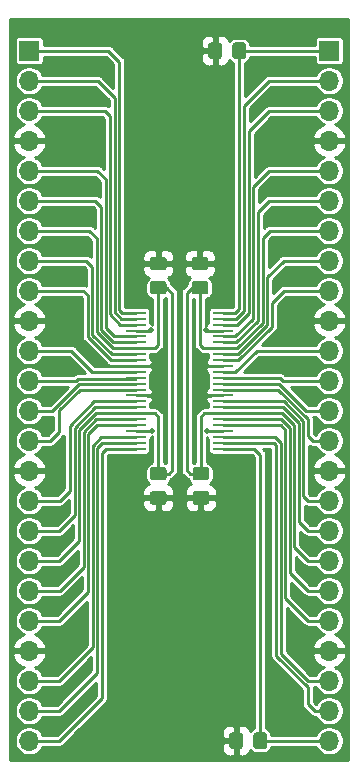
<source format=gbr>
G04 #@! TF.GenerationSoftware,KiCad,Pcbnew,(5.1.5)-3*
G04 #@! TF.CreationDate,2020-07-08T16:59:20-04:00*
G04 #@! TF.ProjectId,VFD Level Translator,56464420-4c65-4766-956c-205472616e73,rev?*
G04 #@! TF.SameCoordinates,Original*
G04 #@! TF.FileFunction,Copper,L1,Top*
G04 #@! TF.FilePolarity,Positive*
%FSLAX46Y46*%
G04 Gerber Fmt 4.6, Leading zero omitted, Abs format (unit mm)*
G04 Created by KiCad (PCBNEW (5.1.5)-3) date 2020-07-08 16:59:20*
%MOMM*%
%LPD*%
G04 APERTURE LIST*
%ADD10R,1.676400X0.279400*%
%ADD11C,0.100000*%
%ADD12O,1.700000X1.700000*%
%ADD13R,1.700000X1.700000*%
%ADD14C,0.508000*%
%ADD15C,0.254000*%
G04 APERTURE END LIST*
D10*
X135750300Y-60289999D03*
X135750300Y-60790000D03*
X135750300Y-61289999D03*
X135750300Y-61790001D03*
X135750300Y-62290000D03*
X135750300Y-62789999D03*
X135750300Y-63290000D03*
X135750300Y-63789999D03*
X135750300Y-64290001D03*
X135750300Y-64790000D03*
X135750300Y-65289999D03*
X135750300Y-65790000D03*
X135750300Y-66290000D03*
X135750300Y-66789998D03*
X135750300Y-67290000D03*
X135750300Y-67789999D03*
X135750300Y-68290001D03*
X135750300Y-68790000D03*
X135750300Y-69289999D03*
X135750300Y-69790000D03*
X135750300Y-70289999D03*
X135750300Y-70790001D03*
X135750300Y-71290000D03*
X135750300Y-71789999D03*
X128409700Y-71790001D03*
X128409700Y-71290000D03*
X128409700Y-70790001D03*
X128409700Y-70289999D03*
X128409700Y-69790000D03*
X128409700Y-69290001D03*
X128409700Y-68790000D03*
X128409700Y-68290001D03*
X128409700Y-67789999D03*
X128409700Y-67290000D03*
X128409700Y-66790001D03*
X128409700Y-66290000D03*
X128409700Y-65790000D03*
X128409700Y-65289999D03*
X128409700Y-64790000D03*
X128409700Y-64290001D03*
X128409700Y-63789999D03*
X128409700Y-63290000D03*
X128409700Y-62789999D03*
X128409700Y-62290000D03*
X128409700Y-61790001D03*
X128409700Y-61289999D03*
X128409700Y-60790000D03*
X128409700Y-60290001D03*
G04 #@! TA.AperFunction,SMDPad,CuDef*
D11*
G36*
X139287505Y-95821204D02*
G01*
X139311773Y-95824804D01*
X139335572Y-95830765D01*
X139358671Y-95839030D01*
X139380850Y-95849520D01*
X139401893Y-95862132D01*
X139421599Y-95876747D01*
X139439777Y-95893223D01*
X139456253Y-95911401D01*
X139470868Y-95931107D01*
X139483480Y-95952150D01*
X139493970Y-95974329D01*
X139502235Y-95997428D01*
X139508196Y-96021227D01*
X139511796Y-96045495D01*
X139513000Y-96069999D01*
X139513000Y-96970001D01*
X139511796Y-96994505D01*
X139508196Y-97018773D01*
X139502235Y-97042572D01*
X139493970Y-97065671D01*
X139483480Y-97087850D01*
X139470868Y-97108893D01*
X139456253Y-97128599D01*
X139439777Y-97146777D01*
X139421599Y-97163253D01*
X139401893Y-97177868D01*
X139380850Y-97190480D01*
X139358671Y-97200970D01*
X139335572Y-97209235D01*
X139311773Y-97215196D01*
X139287505Y-97218796D01*
X139263001Y-97220000D01*
X138612999Y-97220000D01*
X138588495Y-97218796D01*
X138564227Y-97215196D01*
X138540428Y-97209235D01*
X138517329Y-97200970D01*
X138495150Y-97190480D01*
X138474107Y-97177868D01*
X138454401Y-97163253D01*
X138436223Y-97146777D01*
X138419747Y-97128599D01*
X138405132Y-97108893D01*
X138392520Y-97087850D01*
X138382030Y-97065671D01*
X138373765Y-97042572D01*
X138367804Y-97018773D01*
X138364204Y-96994505D01*
X138363000Y-96970001D01*
X138363000Y-96069999D01*
X138364204Y-96045495D01*
X138367804Y-96021227D01*
X138373765Y-95997428D01*
X138382030Y-95974329D01*
X138392520Y-95952150D01*
X138405132Y-95931107D01*
X138419747Y-95911401D01*
X138436223Y-95893223D01*
X138454401Y-95876747D01*
X138474107Y-95862132D01*
X138495150Y-95849520D01*
X138517329Y-95839030D01*
X138540428Y-95830765D01*
X138564227Y-95824804D01*
X138588495Y-95821204D01*
X138612999Y-95820000D01*
X139263001Y-95820000D01*
X139287505Y-95821204D01*
G37*
G04 #@! TD.AperFunction*
G04 #@! TA.AperFunction,SMDPad,CuDef*
G36*
X137237505Y-95821204D02*
G01*
X137261773Y-95824804D01*
X137285572Y-95830765D01*
X137308671Y-95839030D01*
X137330850Y-95849520D01*
X137351893Y-95862132D01*
X137371599Y-95876747D01*
X137389777Y-95893223D01*
X137406253Y-95911401D01*
X137420868Y-95931107D01*
X137433480Y-95952150D01*
X137443970Y-95974329D01*
X137452235Y-95997428D01*
X137458196Y-96021227D01*
X137461796Y-96045495D01*
X137463000Y-96069999D01*
X137463000Y-96970001D01*
X137461796Y-96994505D01*
X137458196Y-97018773D01*
X137452235Y-97042572D01*
X137443970Y-97065671D01*
X137433480Y-97087850D01*
X137420868Y-97108893D01*
X137406253Y-97128599D01*
X137389777Y-97146777D01*
X137371599Y-97163253D01*
X137351893Y-97177868D01*
X137330850Y-97190480D01*
X137308671Y-97200970D01*
X137285572Y-97209235D01*
X137261773Y-97215196D01*
X137237505Y-97218796D01*
X137213001Y-97220000D01*
X136562999Y-97220000D01*
X136538495Y-97218796D01*
X136514227Y-97215196D01*
X136490428Y-97209235D01*
X136467329Y-97200970D01*
X136445150Y-97190480D01*
X136424107Y-97177868D01*
X136404401Y-97163253D01*
X136386223Y-97146777D01*
X136369747Y-97128599D01*
X136355132Y-97108893D01*
X136342520Y-97087850D01*
X136332030Y-97065671D01*
X136323765Y-97042572D01*
X136317804Y-97018773D01*
X136314204Y-96994505D01*
X136313000Y-96970001D01*
X136313000Y-96069999D01*
X136314204Y-96045495D01*
X136317804Y-96021227D01*
X136323765Y-95997428D01*
X136332030Y-95974329D01*
X136342520Y-95952150D01*
X136355132Y-95931107D01*
X136369747Y-95911401D01*
X136386223Y-95893223D01*
X136404401Y-95876747D01*
X136424107Y-95862132D01*
X136445150Y-95849520D01*
X136467329Y-95839030D01*
X136490428Y-95830765D01*
X136514227Y-95824804D01*
X136538495Y-95821204D01*
X136562999Y-95820000D01*
X137213001Y-95820000D01*
X137237505Y-95821204D01*
G37*
G04 #@! TD.AperFunction*
G04 #@! TA.AperFunction,SMDPad,CuDef*
G36*
X137509505Y-37401204D02*
G01*
X137533773Y-37404804D01*
X137557572Y-37410765D01*
X137580671Y-37419030D01*
X137602850Y-37429520D01*
X137623893Y-37442132D01*
X137643599Y-37456747D01*
X137661777Y-37473223D01*
X137678253Y-37491401D01*
X137692868Y-37511107D01*
X137705480Y-37532150D01*
X137715970Y-37554329D01*
X137724235Y-37577428D01*
X137730196Y-37601227D01*
X137733796Y-37625495D01*
X137735000Y-37649999D01*
X137735000Y-38550001D01*
X137733796Y-38574505D01*
X137730196Y-38598773D01*
X137724235Y-38622572D01*
X137715970Y-38645671D01*
X137705480Y-38667850D01*
X137692868Y-38688893D01*
X137678253Y-38708599D01*
X137661777Y-38726777D01*
X137643599Y-38743253D01*
X137623893Y-38757868D01*
X137602850Y-38770480D01*
X137580671Y-38780970D01*
X137557572Y-38789235D01*
X137533773Y-38795196D01*
X137509505Y-38798796D01*
X137485001Y-38800000D01*
X136834999Y-38800000D01*
X136810495Y-38798796D01*
X136786227Y-38795196D01*
X136762428Y-38789235D01*
X136739329Y-38780970D01*
X136717150Y-38770480D01*
X136696107Y-38757868D01*
X136676401Y-38743253D01*
X136658223Y-38726777D01*
X136641747Y-38708599D01*
X136627132Y-38688893D01*
X136614520Y-38667850D01*
X136604030Y-38645671D01*
X136595765Y-38622572D01*
X136589804Y-38598773D01*
X136586204Y-38574505D01*
X136585000Y-38550001D01*
X136585000Y-37649999D01*
X136586204Y-37625495D01*
X136589804Y-37601227D01*
X136595765Y-37577428D01*
X136604030Y-37554329D01*
X136614520Y-37532150D01*
X136627132Y-37511107D01*
X136641747Y-37491401D01*
X136658223Y-37473223D01*
X136676401Y-37456747D01*
X136696107Y-37442132D01*
X136717150Y-37429520D01*
X136739329Y-37419030D01*
X136762428Y-37410765D01*
X136786227Y-37404804D01*
X136810495Y-37401204D01*
X136834999Y-37400000D01*
X137485001Y-37400000D01*
X137509505Y-37401204D01*
G37*
G04 #@! TD.AperFunction*
G04 #@! TA.AperFunction,SMDPad,CuDef*
G36*
X135459505Y-37401204D02*
G01*
X135483773Y-37404804D01*
X135507572Y-37410765D01*
X135530671Y-37419030D01*
X135552850Y-37429520D01*
X135573893Y-37442132D01*
X135593599Y-37456747D01*
X135611777Y-37473223D01*
X135628253Y-37491401D01*
X135642868Y-37511107D01*
X135655480Y-37532150D01*
X135665970Y-37554329D01*
X135674235Y-37577428D01*
X135680196Y-37601227D01*
X135683796Y-37625495D01*
X135685000Y-37649999D01*
X135685000Y-38550001D01*
X135683796Y-38574505D01*
X135680196Y-38598773D01*
X135674235Y-38622572D01*
X135665970Y-38645671D01*
X135655480Y-38667850D01*
X135642868Y-38688893D01*
X135628253Y-38708599D01*
X135611777Y-38726777D01*
X135593599Y-38743253D01*
X135573893Y-38757868D01*
X135552850Y-38770480D01*
X135530671Y-38780970D01*
X135507572Y-38789235D01*
X135483773Y-38795196D01*
X135459505Y-38798796D01*
X135435001Y-38800000D01*
X134784999Y-38800000D01*
X134760495Y-38798796D01*
X134736227Y-38795196D01*
X134712428Y-38789235D01*
X134689329Y-38780970D01*
X134667150Y-38770480D01*
X134646107Y-38757868D01*
X134626401Y-38743253D01*
X134608223Y-38726777D01*
X134591747Y-38708599D01*
X134577132Y-38688893D01*
X134564520Y-38667850D01*
X134554030Y-38645671D01*
X134545765Y-38622572D01*
X134539804Y-38598773D01*
X134536204Y-38574505D01*
X134535000Y-38550001D01*
X134535000Y-37649999D01*
X134536204Y-37625495D01*
X134539804Y-37601227D01*
X134545765Y-37577428D01*
X134554030Y-37554329D01*
X134564520Y-37532150D01*
X134577132Y-37511107D01*
X134591747Y-37491401D01*
X134608223Y-37473223D01*
X134626401Y-37456747D01*
X134646107Y-37442132D01*
X134667150Y-37429520D01*
X134689329Y-37419030D01*
X134712428Y-37410765D01*
X134736227Y-37404804D01*
X134760495Y-37401204D01*
X134784999Y-37400000D01*
X135435001Y-37400000D01*
X135459505Y-37401204D01*
G37*
G04 #@! TD.AperFunction*
D12*
X144780000Y-96520000D03*
X144780000Y-93980000D03*
X144780000Y-91440000D03*
X144780000Y-88900000D03*
X144780000Y-86360000D03*
X144780000Y-83820000D03*
X144780000Y-81280000D03*
X144780000Y-78740000D03*
X144780000Y-76200000D03*
X144780000Y-73660000D03*
X144780000Y-71120000D03*
X144780000Y-68580000D03*
X144780000Y-66040000D03*
X144780000Y-63500000D03*
X144780000Y-60960000D03*
X144780000Y-58420000D03*
X144780000Y-55880000D03*
X144780000Y-53340000D03*
X144780000Y-50800000D03*
X144780000Y-48260000D03*
X144780000Y-45720000D03*
X144780000Y-43180000D03*
X144780000Y-40640000D03*
D13*
X144780000Y-38100000D03*
D12*
X119380000Y-96520000D03*
X119380000Y-93980000D03*
X119380000Y-91440000D03*
X119380000Y-88900000D03*
X119380000Y-86360000D03*
X119380000Y-83820000D03*
X119380000Y-81280000D03*
X119380000Y-78740000D03*
X119380000Y-76200000D03*
X119380000Y-73660000D03*
X119380000Y-71120000D03*
X119380000Y-68580000D03*
X119380000Y-66040000D03*
X119380000Y-63500000D03*
X119380000Y-60960000D03*
X119380000Y-58420000D03*
X119380000Y-55880000D03*
X119380000Y-53340000D03*
X119380000Y-50800000D03*
X119380000Y-48260000D03*
X119380000Y-45720000D03*
X119380000Y-43180000D03*
X119380000Y-40640000D03*
D13*
X119380000Y-38100000D03*
G04 #@! TA.AperFunction,SMDPad,CuDef*
D11*
G36*
X134383305Y-75390204D02*
G01*
X134407573Y-75393804D01*
X134431372Y-75399765D01*
X134454471Y-75408030D01*
X134476650Y-75418520D01*
X134497693Y-75431132D01*
X134517399Y-75445747D01*
X134535577Y-75462223D01*
X134552053Y-75480401D01*
X134566668Y-75500107D01*
X134579280Y-75521150D01*
X134589770Y-75543329D01*
X134598035Y-75566428D01*
X134603996Y-75590227D01*
X134607596Y-75614495D01*
X134608800Y-75638999D01*
X134608800Y-76289001D01*
X134607596Y-76313505D01*
X134603996Y-76337773D01*
X134598035Y-76361572D01*
X134589770Y-76384671D01*
X134579280Y-76406850D01*
X134566668Y-76427893D01*
X134552053Y-76447599D01*
X134535577Y-76465777D01*
X134517399Y-76482253D01*
X134497693Y-76496868D01*
X134476650Y-76509480D01*
X134454471Y-76519970D01*
X134431372Y-76528235D01*
X134407573Y-76534196D01*
X134383305Y-76537796D01*
X134358801Y-76539000D01*
X133458799Y-76539000D01*
X133434295Y-76537796D01*
X133410027Y-76534196D01*
X133386228Y-76528235D01*
X133363129Y-76519970D01*
X133340950Y-76509480D01*
X133319907Y-76496868D01*
X133300201Y-76482253D01*
X133282023Y-76465777D01*
X133265547Y-76447599D01*
X133250932Y-76427893D01*
X133238320Y-76406850D01*
X133227830Y-76384671D01*
X133219565Y-76361572D01*
X133213604Y-76337773D01*
X133210004Y-76313505D01*
X133208800Y-76289001D01*
X133208800Y-75638999D01*
X133210004Y-75614495D01*
X133213604Y-75590227D01*
X133219565Y-75566428D01*
X133227830Y-75543329D01*
X133238320Y-75521150D01*
X133250932Y-75500107D01*
X133265547Y-75480401D01*
X133282023Y-75462223D01*
X133300201Y-75445747D01*
X133319907Y-75431132D01*
X133340950Y-75418520D01*
X133363129Y-75408030D01*
X133386228Y-75399765D01*
X133410027Y-75393804D01*
X133434295Y-75390204D01*
X133458799Y-75389000D01*
X134358801Y-75389000D01*
X134383305Y-75390204D01*
G37*
G04 #@! TD.AperFunction*
G04 #@! TA.AperFunction,SMDPad,CuDef*
G36*
X134383305Y-73340204D02*
G01*
X134407573Y-73343804D01*
X134431372Y-73349765D01*
X134454471Y-73358030D01*
X134476650Y-73368520D01*
X134497693Y-73381132D01*
X134517399Y-73395747D01*
X134535577Y-73412223D01*
X134552053Y-73430401D01*
X134566668Y-73450107D01*
X134579280Y-73471150D01*
X134589770Y-73493329D01*
X134598035Y-73516428D01*
X134603996Y-73540227D01*
X134607596Y-73564495D01*
X134608800Y-73588999D01*
X134608800Y-74239001D01*
X134607596Y-74263505D01*
X134603996Y-74287773D01*
X134598035Y-74311572D01*
X134589770Y-74334671D01*
X134579280Y-74356850D01*
X134566668Y-74377893D01*
X134552053Y-74397599D01*
X134535577Y-74415777D01*
X134517399Y-74432253D01*
X134497693Y-74446868D01*
X134476650Y-74459480D01*
X134454471Y-74469970D01*
X134431372Y-74478235D01*
X134407573Y-74484196D01*
X134383305Y-74487796D01*
X134358801Y-74489000D01*
X133458799Y-74489000D01*
X133434295Y-74487796D01*
X133410027Y-74484196D01*
X133386228Y-74478235D01*
X133363129Y-74469970D01*
X133340950Y-74459480D01*
X133319907Y-74446868D01*
X133300201Y-74432253D01*
X133282023Y-74415777D01*
X133265547Y-74397599D01*
X133250932Y-74377893D01*
X133238320Y-74356850D01*
X133227830Y-74334671D01*
X133219565Y-74311572D01*
X133213604Y-74287773D01*
X133210004Y-74263505D01*
X133208800Y-74239001D01*
X133208800Y-73588999D01*
X133210004Y-73564495D01*
X133213604Y-73540227D01*
X133219565Y-73516428D01*
X133227830Y-73493329D01*
X133238320Y-73471150D01*
X133250932Y-73450107D01*
X133265547Y-73430401D01*
X133282023Y-73412223D01*
X133300201Y-73395747D01*
X133319907Y-73381132D01*
X133340950Y-73368520D01*
X133363129Y-73358030D01*
X133386228Y-73349765D01*
X133410027Y-73343804D01*
X133434295Y-73340204D01*
X133458799Y-73339000D01*
X134358801Y-73339000D01*
X134383305Y-73340204D01*
G37*
G04 #@! TD.AperFunction*
G04 #@! TA.AperFunction,SMDPad,CuDef*
G36*
X130776505Y-55542204D02*
G01*
X130800773Y-55545804D01*
X130824572Y-55551765D01*
X130847671Y-55560030D01*
X130869850Y-55570520D01*
X130890893Y-55583132D01*
X130910599Y-55597747D01*
X130928777Y-55614223D01*
X130945253Y-55632401D01*
X130959868Y-55652107D01*
X130972480Y-55673150D01*
X130982970Y-55695329D01*
X130991235Y-55718428D01*
X130997196Y-55742227D01*
X131000796Y-55766495D01*
X131002000Y-55790999D01*
X131002000Y-56441001D01*
X131000796Y-56465505D01*
X130997196Y-56489773D01*
X130991235Y-56513572D01*
X130982970Y-56536671D01*
X130972480Y-56558850D01*
X130959868Y-56579893D01*
X130945253Y-56599599D01*
X130928777Y-56617777D01*
X130910599Y-56634253D01*
X130890893Y-56648868D01*
X130869850Y-56661480D01*
X130847671Y-56671970D01*
X130824572Y-56680235D01*
X130800773Y-56686196D01*
X130776505Y-56689796D01*
X130752001Y-56691000D01*
X129851999Y-56691000D01*
X129827495Y-56689796D01*
X129803227Y-56686196D01*
X129779428Y-56680235D01*
X129756329Y-56671970D01*
X129734150Y-56661480D01*
X129713107Y-56648868D01*
X129693401Y-56634253D01*
X129675223Y-56617777D01*
X129658747Y-56599599D01*
X129644132Y-56579893D01*
X129631520Y-56558850D01*
X129621030Y-56536671D01*
X129612765Y-56513572D01*
X129606804Y-56489773D01*
X129603204Y-56465505D01*
X129602000Y-56441001D01*
X129602000Y-55790999D01*
X129603204Y-55766495D01*
X129606804Y-55742227D01*
X129612765Y-55718428D01*
X129621030Y-55695329D01*
X129631520Y-55673150D01*
X129644132Y-55652107D01*
X129658747Y-55632401D01*
X129675223Y-55614223D01*
X129693401Y-55597747D01*
X129713107Y-55583132D01*
X129734150Y-55570520D01*
X129756329Y-55560030D01*
X129779428Y-55551765D01*
X129803227Y-55545804D01*
X129827495Y-55542204D01*
X129851999Y-55541000D01*
X130752001Y-55541000D01*
X130776505Y-55542204D01*
G37*
G04 #@! TD.AperFunction*
G04 #@! TA.AperFunction,SMDPad,CuDef*
G36*
X130776505Y-57592204D02*
G01*
X130800773Y-57595804D01*
X130824572Y-57601765D01*
X130847671Y-57610030D01*
X130869850Y-57620520D01*
X130890893Y-57633132D01*
X130910599Y-57647747D01*
X130928777Y-57664223D01*
X130945253Y-57682401D01*
X130959868Y-57702107D01*
X130972480Y-57723150D01*
X130982970Y-57745329D01*
X130991235Y-57768428D01*
X130997196Y-57792227D01*
X131000796Y-57816495D01*
X131002000Y-57840999D01*
X131002000Y-58491001D01*
X131000796Y-58515505D01*
X130997196Y-58539773D01*
X130991235Y-58563572D01*
X130982970Y-58586671D01*
X130972480Y-58608850D01*
X130959868Y-58629893D01*
X130945253Y-58649599D01*
X130928777Y-58667777D01*
X130910599Y-58684253D01*
X130890893Y-58698868D01*
X130869850Y-58711480D01*
X130847671Y-58721970D01*
X130824572Y-58730235D01*
X130800773Y-58736196D01*
X130776505Y-58739796D01*
X130752001Y-58741000D01*
X129851999Y-58741000D01*
X129827495Y-58739796D01*
X129803227Y-58736196D01*
X129779428Y-58730235D01*
X129756329Y-58721970D01*
X129734150Y-58711480D01*
X129713107Y-58698868D01*
X129693401Y-58684253D01*
X129675223Y-58667777D01*
X129658747Y-58649599D01*
X129644132Y-58629893D01*
X129631520Y-58608850D01*
X129621030Y-58586671D01*
X129612765Y-58563572D01*
X129606804Y-58539773D01*
X129603204Y-58515505D01*
X129602000Y-58491001D01*
X129602000Y-57840999D01*
X129603204Y-57816495D01*
X129606804Y-57792227D01*
X129612765Y-57768428D01*
X129621030Y-57745329D01*
X129631520Y-57723150D01*
X129644132Y-57702107D01*
X129658747Y-57682401D01*
X129675223Y-57664223D01*
X129693401Y-57647747D01*
X129713107Y-57633132D01*
X129734150Y-57620520D01*
X129756329Y-57610030D01*
X129779428Y-57601765D01*
X129803227Y-57595804D01*
X129827495Y-57592204D01*
X129851999Y-57591000D01*
X130752001Y-57591000D01*
X130776505Y-57592204D01*
G37*
G04 #@! TD.AperFunction*
G04 #@! TA.AperFunction,SMDPad,CuDef*
G36*
X134307105Y-55542204D02*
G01*
X134331373Y-55545804D01*
X134355172Y-55551765D01*
X134378271Y-55560030D01*
X134400450Y-55570520D01*
X134421493Y-55583132D01*
X134441199Y-55597747D01*
X134459377Y-55614223D01*
X134475853Y-55632401D01*
X134490468Y-55652107D01*
X134503080Y-55673150D01*
X134513570Y-55695329D01*
X134521835Y-55718428D01*
X134527796Y-55742227D01*
X134531396Y-55766495D01*
X134532600Y-55790999D01*
X134532600Y-56441001D01*
X134531396Y-56465505D01*
X134527796Y-56489773D01*
X134521835Y-56513572D01*
X134513570Y-56536671D01*
X134503080Y-56558850D01*
X134490468Y-56579893D01*
X134475853Y-56599599D01*
X134459377Y-56617777D01*
X134441199Y-56634253D01*
X134421493Y-56648868D01*
X134400450Y-56661480D01*
X134378271Y-56671970D01*
X134355172Y-56680235D01*
X134331373Y-56686196D01*
X134307105Y-56689796D01*
X134282601Y-56691000D01*
X133382599Y-56691000D01*
X133358095Y-56689796D01*
X133333827Y-56686196D01*
X133310028Y-56680235D01*
X133286929Y-56671970D01*
X133264750Y-56661480D01*
X133243707Y-56648868D01*
X133224001Y-56634253D01*
X133205823Y-56617777D01*
X133189347Y-56599599D01*
X133174732Y-56579893D01*
X133162120Y-56558850D01*
X133151630Y-56536671D01*
X133143365Y-56513572D01*
X133137404Y-56489773D01*
X133133804Y-56465505D01*
X133132600Y-56441001D01*
X133132600Y-55790999D01*
X133133804Y-55766495D01*
X133137404Y-55742227D01*
X133143365Y-55718428D01*
X133151630Y-55695329D01*
X133162120Y-55673150D01*
X133174732Y-55652107D01*
X133189347Y-55632401D01*
X133205823Y-55614223D01*
X133224001Y-55597747D01*
X133243707Y-55583132D01*
X133264750Y-55570520D01*
X133286929Y-55560030D01*
X133310028Y-55551765D01*
X133333827Y-55545804D01*
X133358095Y-55542204D01*
X133382599Y-55541000D01*
X134282601Y-55541000D01*
X134307105Y-55542204D01*
G37*
G04 #@! TD.AperFunction*
G04 #@! TA.AperFunction,SMDPad,CuDef*
G36*
X134307105Y-57592204D02*
G01*
X134331373Y-57595804D01*
X134355172Y-57601765D01*
X134378271Y-57610030D01*
X134400450Y-57620520D01*
X134421493Y-57633132D01*
X134441199Y-57647747D01*
X134459377Y-57664223D01*
X134475853Y-57682401D01*
X134490468Y-57702107D01*
X134503080Y-57723150D01*
X134513570Y-57745329D01*
X134521835Y-57768428D01*
X134527796Y-57792227D01*
X134531396Y-57816495D01*
X134532600Y-57840999D01*
X134532600Y-58491001D01*
X134531396Y-58515505D01*
X134527796Y-58539773D01*
X134521835Y-58563572D01*
X134513570Y-58586671D01*
X134503080Y-58608850D01*
X134490468Y-58629893D01*
X134475853Y-58649599D01*
X134459377Y-58667777D01*
X134441199Y-58684253D01*
X134421493Y-58698868D01*
X134400450Y-58711480D01*
X134378271Y-58721970D01*
X134355172Y-58730235D01*
X134331373Y-58736196D01*
X134307105Y-58739796D01*
X134282601Y-58741000D01*
X133382599Y-58741000D01*
X133358095Y-58739796D01*
X133333827Y-58736196D01*
X133310028Y-58730235D01*
X133286929Y-58721970D01*
X133264750Y-58711480D01*
X133243707Y-58698868D01*
X133224001Y-58684253D01*
X133205823Y-58667777D01*
X133189347Y-58649599D01*
X133174732Y-58629893D01*
X133162120Y-58608850D01*
X133151630Y-58586671D01*
X133143365Y-58563572D01*
X133137404Y-58539773D01*
X133133804Y-58515505D01*
X133132600Y-58491001D01*
X133132600Y-57840999D01*
X133133804Y-57816495D01*
X133137404Y-57792227D01*
X133143365Y-57768428D01*
X133151630Y-57745329D01*
X133162120Y-57723150D01*
X133174732Y-57702107D01*
X133189347Y-57682401D01*
X133205823Y-57664223D01*
X133224001Y-57647747D01*
X133243707Y-57633132D01*
X133264750Y-57620520D01*
X133286929Y-57610030D01*
X133310028Y-57601765D01*
X133333827Y-57595804D01*
X133358095Y-57592204D01*
X133382599Y-57591000D01*
X134282601Y-57591000D01*
X134307105Y-57592204D01*
G37*
G04 #@! TD.AperFunction*
G04 #@! TA.AperFunction,SMDPad,CuDef*
G36*
X130776505Y-75390204D02*
G01*
X130800773Y-75393804D01*
X130824572Y-75399765D01*
X130847671Y-75408030D01*
X130869850Y-75418520D01*
X130890893Y-75431132D01*
X130910599Y-75445747D01*
X130928777Y-75462223D01*
X130945253Y-75480401D01*
X130959868Y-75500107D01*
X130972480Y-75521150D01*
X130982970Y-75543329D01*
X130991235Y-75566428D01*
X130997196Y-75590227D01*
X131000796Y-75614495D01*
X131002000Y-75638999D01*
X131002000Y-76289001D01*
X131000796Y-76313505D01*
X130997196Y-76337773D01*
X130991235Y-76361572D01*
X130982970Y-76384671D01*
X130972480Y-76406850D01*
X130959868Y-76427893D01*
X130945253Y-76447599D01*
X130928777Y-76465777D01*
X130910599Y-76482253D01*
X130890893Y-76496868D01*
X130869850Y-76509480D01*
X130847671Y-76519970D01*
X130824572Y-76528235D01*
X130800773Y-76534196D01*
X130776505Y-76537796D01*
X130752001Y-76539000D01*
X129851999Y-76539000D01*
X129827495Y-76537796D01*
X129803227Y-76534196D01*
X129779428Y-76528235D01*
X129756329Y-76519970D01*
X129734150Y-76509480D01*
X129713107Y-76496868D01*
X129693401Y-76482253D01*
X129675223Y-76465777D01*
X129658747Y-76447599D01*
X129644132Y-76427893D01*
X129631520Y-76406850D01*
X129621030Y-76384671D01*
X129612765Y-76361572D01*
X129606804Y-76337773D01*
X129603204Y-76313505D01*
X129602000Y-76289001D01*
X129602000Y-75638999D01*
X129603204Y-75614495D01*
X129606804Y-75590227D01*
X129612765Y-75566428D01*
X129621030Y-75543329D01*
X129631520Y-75521150D01*
X129644132Y-75500107D01*
X129658747Y-75480401D01*
X129675223Y-75462223D01*
X129693401Y-75445747D01*
X129713107Y-75431132D01*
X129734150Y-75418520D01*
X129756329Y-75408030D01*
X129779428Y-75399765D01*
X129803227Y-75393804D01*
X129827495Y-75390204D01*
X129851999Y-75389000D01*
X130752001Y-75389000D01*
X130776505Y-75390204D01*
G37*
G04 #@! TD.AperFunction*
G04 #@! TA.AperFunction,SMDPad,CuDef*
G36*
X130776505Y-73340204D02*
G01*
X130800773Y-73343804D01*
X130824572Y-73349765D01*
X130847671Y-73358030D01*
X130869850Y-73368520D01*
X130890893Y-73381132D01*
X130910599Y-73395747D01*
X130928777Y-73412223D01*
X130945253Y-73430401D01*
X130959868Y-73450107D01*
X130972480Y-73471150D01*
X130982970Y-73493329D01*
X130991235Y-73516428D01*
X130997196Y-73540227D01*
X131000796Y-73564495D01*
X131002000Y-73588999D01*
X131002000Y-74239001D01*
X131000796Y-74263505D01*
X130997196Y-74287773D01*
X130991235Y-74311572D01*
X130982970Y-74334671D01*
X130972480Y-74356850D01*
X130959868Y-74377893D01*
X130945253Y-74397599D01*
X130928777Y-74415777D01*
X130910599Y-74432253D01*
X130890893Y-74446868D01*
X130869850Y-74459480D01*
X130847671Y-74469970D01*
X130824572Y-74478235D01*
X130800773Y-74484196D01*
X130776505Y-74487796D01*
X130752001Y-74489000D01*
X129851999Y-74489000D01*
X129827495Y-74487796D01*
X129803227Y-74484196D01*
X129779428Y-74478235D01*
X129756329Y-74469970D01*
X129734150Y-74459480D01*
X129713107Y-74446868D01*
X129693401Y-74432253D01*
X129675223Y-74415777D01*
X129658747Y-74397599D01*
X129644132Y-74377893D01*
X129631520Y-74356850D01*
X129621030Y-74334671D01*
X129612765Y-74311572D01*
X129606804Y-74287773D01*
X129603204Y-74263505D01*
X129602000Y-74239001D01*
X129602000Y-73588999D01*
X129603204Y-73564495D01*
X129606804Y-73540227D01*
X129612765Y-73516428D01*
X129621030Y-73493329D01*
X129631520Y-73471150D01*
X129644132Y-73450107D01*
X129658747Y-73430401D01*
X129675223Y-73412223D01*
X129693401Y-73395747D01*
X129713107Y-73381132D01*
X129734150Y-73368520D01*
X129756329Y-73358030D01*
X129779428Y-73349765D01*
X129803227Y-73343804D01*
X129827495Y-73340204D01*
X129851999Y-73339000D01*
X130752001Y-73339000D01*
X130776505Y-73340204D01*
G37*
G04 #@! TD.AperFunction*
D14*
X129032000Y-56108600D03*
X130302000Y-53594000D03*
X132080000Y-56134000D03*
X135382000Y-56134000D03*
X133832600Y-53594000D03*
X135128000Y-36576000D03*
X133731000Y-38100000D03*
X135128000Y-39624000D03*
X132080000Y-75946000D03*
X128778000Y-75946000D03*
X130302000Y-78359000D03*
X133908800Y-78359000D03*
X135382000Y-75946000D03*
X134366000Y-61785500D03*
X129794000Y-70294500D03*
X129794000Y-67310000D03*
X134442210Y-70272489D03*
X134442200Y-67310000D03*
X134454900Y-64795400D03*
X129730500Y-61785500D03*
X129794000Y-64770000D03*
D15*
X135750300Y-61790001D02*
X134370501Y-61790001D01*
X134370501Y-61790001D02*
X134366000Y-61785500D01*
X128409700Y-70289999D02*
X129789499Y-70289999D01*
X129789499Y-70289999D02*
X129794000Y-70294500D01*
X128409700Y-67290000D02*
X129774000Y-67290000D01*
X129774000Y-67290000D02*
X129794000Y-67310000D01*
X134459720Y-70289999D02*
X134442210Y-70272489D01*
X135750300Y-70289999D02*
X134459720Y-70289999D01*
X135750300Y-67290000D02*
X134462200Y-67290000D01*
X134462200Y-67290000D02*
X134442200Y-67310000D01*
X135750300Y-64790000D02*
X134460300Y-64790000D01*
X134460300Y-64790000D02*
X134454900Y-64795400D01*
X128409700Y-61790001D02*
X129725999Y-61790001D01*
X129725999Y-61790001D02*
X129730500Y-61785500D01*
X128409700Y-64790000D02*
X125737300Y-64790000D01*
X125737300Y-64790000D02*
X125361700Y-64414400D01*
X129774000Y-64790000D02*
X129794000Y-64770000D01*
X128409700Y-64790000D02*
X129774000Y-64790000D01*
X125095000Y-61950600D02*
X125095000Y-53975000D01*
X128409700Y-63290000D02*
X126434400Y-63290000D01*
X125095000Y-53975000D02*
X124460000Y-53340000D01*
X126434400Y-63290000D02*
X125095000Y-61950600D01*
X122224800Y-53340000D02*
X122021600Y-53340000D01*
X122021600Y-53340000D02*
X119380000Y-53340000D01*
X124460000Y-53340000D02*
X122402600Y-53340000D01*
X122402600Y-53340000D02*
X122224800Y-53340000D01*
X127317500Y-68790000D02*
X127310700Y-68783200D01*
X128409700Y-68790000D02*
X127317500Y-68790000D01*
X127310700Y-68783200D02*
X124993400Y-68783200D01*
X124993400Y-68783200D02*
X123596400Y-70180200D01*
X123596400Y-70180200D02*
X123596400Y-79603600D01*
X121920000Y-81280000D02*
X119380000Y-81280000D01*
X123596400Y-79603600D02*
X121920000Y-81280000D01*
X130302000Y-73914000D02*
X130302000Y-69088000D01*
X130004000Y-68790000D02*
X128409700Y-68790000D01*
X130302000Y-69088000D02*
X130004000Y-68790000D01*
X130004000Y-63290000D02*
X128409700Y-63290000D01*
X130302000Y-58166000D02*
X130302000Y-62992000D01*
X130302000Y-62992000D02*
X130004000Y-63290000D01*
X131191000Y-73914000D02*
X130302000Y-73914000D01*
X131508500Y-73596500D02*
X131191000Y-73914000D01*
X131508500Y-58672500D02*
X131508500Y-73596500D01*
X130302000Y-58166000D02*
X131002000Y-58166000D01*
X131002000Y-58166000D02*
X131508500Y-58672500D01*
X136842500Y-63290000D02*
X136849300Y-63296800D01*
X135750300Y-63290000D02*
X136842500Y-63290000D01*
X136849300Y-63296800D02*
X136956800Y-63296800D01*
X136956800Y-63296800D02*
X139141200Y-61112400D01*
X139141200Y-61112400D02*
X139141200Y-53924200D01*
X139725400Y-53340000D02*
X144780000Y-53340000D01*
X139141200Y-53924200D02*
X139725400Y-53340000D01*
X136842500Y-68790000D02*
X136849300Y-68783200D01*
X135750300Y-68790000D02*
X136842500Y-68790000D01*
X136849300Y-68783200D02*
X140792200Y-68783200D01*
X140792200Y-68783200D02*
X141833600Y-69824600D01*
X141833600Y-69824600D02*
X141833600Y-80137000D01*
X142976600Y-81280000D02*
X144780000Y-81280000D01*
X141833600Y-80137000D02*
X142976600Y-81280000D01*
X134130600Y-63290000D02*
X135750300Y-63290000D01*
X133832600Y-58166000D02*
X133832600Y-62992000D01*
X133832600Y-62992000D02*
X134130600Y-63290000D01*
X134206800Y-68790000D02*
X135750300Y-68790000D01*
X133908800Y-73850500D02*
X133908800Y-69088000D01*
X133908800Y-69088000D02*
X134206800Y-68790000D01*
X133132600Y-58166000D02*
X132715000Y-58583600D01*
X132715000Y-58583600D02*
X132715000Y-73634600D01*
X132994400Y-73914000D02*
X133908800Y-73914000D01*
X133832600Y-58166000D02*
X133132600Y-58166000D01*
X132715000Y-73634600D02*
X132994400Y-73914000D01*
X128409700Y-71790001D02*
X125847399Y-71790001D01*
X125847399Y-71790001D02*
X125501400Y-72136000D01*
X125501400Y-72136000D02*
X125501400Y-92938600D01*
X121920000Y-96520000D02*
X119380000Y-96520000D01*
X125501400Y-92938600D02*
X121920000Y-96520000D01*
X123336971Y-66040000D02*
X119380000Y-66040000D01*
X128409700Y-65790000D02*
X128303401Y-65896299D01*
X127355608Y-65908990D02*
X123467981Y-65908990D01*
X128303401Y-65896299D02*
X127368299Y-65896299D01*
X127368299Y-65896299D02*
X127355608Y-65908990D01*
X123467981Y-65908990D02*
X123336971Y-66040000D01*
X124726700Y-65290700D02*
X122936000Y-63500000D01*
X127316799Y-65290700D02*
X124726700Y-65290700D01*
X128409700Y-65289999D02*
X127317500Y-65289999D01*
X122936000Y-63500000D02*
X119380000Y-63500000D01*
X127317500Y-65289999D02*
X127316799Y-65290700D01*
X127317500Y-64290001D02*
X127314899Y-64287400D01*
X128409700Y-64290001D02*
X127317500Y-64290001D01*
X127314899Y-64287400D02*
X126314200Y-64287400D01*
X126314200Y-64287400D02*
X124333000Y-62306200D01*
X124333000Y-62306200D02*
X124333000Y-58801000D01*
X123952000Y-58420000D02*
X119380000Y-58420000D01*
X124333000Y-58801000D02*
X123952000Y-58420000D01*
X128409700Y-63789999D02*
X126375599Y-63789999D01*
X126375599Y-63789999D02*
X124714000Y-62128400D01*
X124714000Y-62128400D02*
X124714000Y-56388000D01*
X124206000Y-55880000D02*
X119380000Y-55880000D01*
X124714000Y-56388000D02*
X124206000Y-55880000D01*
X127317500Y-68290001D02*
X127306901Y-68300600D01*
X128409700Y-68290001D02*
X127317500Y-68290001D01*
X127306901Y-68300600D02*
X124917200Y-68300600D01*
X124917200Y-68300600D02*
X123215400Y-70002400D01*
X123215400Y-70002400D02*
X123215400Y-77444600D01*
X121920000Y-78740000D02*
X119380000Y-78740000D01*
X123215400Y-77444600D02*
X121920000Y-78740000D01*
X121945400Y-76200000D02*
X119380000Y-76200000D01*
X122809000Y-75336400D02*
X121945400Y-76200000D01*
X127317500Y-67789999D02*
X127314899Y-67792600D01*
X128409700Y-67789999D02*
X127317500Y-67789999D01*
X127314899Y-67792600D02*
X124866400Y-67792600D01*
X124866400Y-67792600D02*
X122809000Y-69850000D01*
X122809000Y-69850000D02*
X122809000Y-75336400D01*
X127317500Y-66790001D02*
X127316799Y-66789300D01*
X128409700Y-66790001D02*
X127317500Y-66790001D01*
X127316799Y-66789300D02*
X123685300Y-66789300D01*
X123685300Y-66789300D02*
X121920000Y-68554600D01*
X121920000Y-68554600D02*
X121920000Y-70358000D01*
X121158000Y-71120000D02*
X119380000Y-71120000D01*
X121920000Y-70358000D02*
X121158000Y-71120000D01*
X121335800Y-68580000D02*
X119380000Y-68580000D01*
X128409700Y-66290000D02*
X123625800Y-66290000D01*
X123625800Y-66290000D02*
X121335800Y-68580000D01*
X127317500Y-62789999D02*
X127316301Y-62788800D01*
X128409700Y-62789999D02*
X127317500Y-62789999D01*
X125476000Y-61772800D02*
X125476000Y-51308000D01*
X125476000Y-51308000D02*
X124968000Y-50800000D01*
X127316301Y-62788800D02*
X126492000Y-62788800D01*
X124968000Y-50800000D02*
X119380000Y-50800000D01*
X126492000Y-62788800D02*
X125476000Y-61772800D01*
X125145800Y-48260000D02*
X119380000Y-48260000D01*
X125857000Y-48971200D02*
X125145800Y-48260000D01*
X127317500Y-62290000D02*
X127308300Y-62280800D01*
X126542800Y-62280800D02*
X125857000Y-61595000D01*
X125857000Y-61595000D02*
X125857000Y-48971200D01*
X128409700Y-62290000D02*
X127317500Y-62290000D01*
X127308300Y-62280800D02*
X126542800Y-62280800D01*
X127317500Y-61289999D02*
X127317299Y-61290200D01*
X128409700Y-61289999D02*
X127317500Y-61289999D01*
X127317299Y-61290200D02*
X127101600Y-61290200D01*
X127101600Y-61290200D02*
X126238000Y-60426600D01*
X126238000Y-60426600D02*
X126238000Y-43637200D01*
X125780800Y-43180000D02*
X119380000Y-43180000D01*
X126238000Y-43637200D02*
X125780800Y-43180000D01*
X126619000Y-42087800D02*
X125171200Y-40640000D01*
X125171200Y-40640000D02*
X119380000Y-40640000D01*
X126619000Y-60248800D02*
X126619000Y-42087800D01*
X127152400Y-60782200D02*
X126619000Y-60248800D01*
X127160200Y-60790000D02*
X127152400Y-60782200D01*
X128409700Y-60790000D02*
X127160200Y-60790000D01*
X126085600Y-38100000D02*
X119380000Y-38100000D01*
X127000000Y-60071000D02*
X127000000Y-39014400D01*
X128409700Y-60290001D02*
X127219001Y-60290001D01*
X127000000Y-39014400D02*
X126085600Y-38100000D01*
X127219001Y-60290001D02*
X127000000Y-60071000D01*
X138938000Y-96520000D02*
X144780000Y-96520000D01*
X138938000Y-72297999D02*
X138938000Y-96520000D01*
X135750300Y-71789999D02*
X138430000Y-71789999D01*
X138430000Y-71789999D02*
X138938000Y-72297999D01*
X143535400Y-93980000D02*
X144780000Y-93980000D01*
X142976600Y-91998800D02*
X142976600Y-93421200D01*
X142976600Y-93421200D02*
X143535400Y-93980000D01*
X140309600Y-89331800D02*
X142976600Y-91998800D01*
X136842500Y-71290000D02*
X136847400Y-71285100D01*
X135750300Y-71290000D02*
X136842500Y-71290000D01*
X136847400Y-71285100D02*
X140093700Y-71285100D01*
X140093700Y-71285100D02*
X140309600Y-71501000D01*
X140309600Y-71501000D02*
X140309600Y-89331800D01*
X135750300Y-70790001D02*
X140208201Y-70790001D01*
X140208201Y-70790001D02*
X140690600Y-71272400D01*
X140690600Y-71272400D02*
X140690600Y-89154000D01*
X142976600Y-91440000D02*
X144780000Y-91440000D01*
X140690600Y-89154000D02*
X142976600Y-91440000D01*
X135750300Y-69790000D02*
X140656000Y-69790000D01*
X140656000Y-69790000D02*
X141071600Y-70205600D01*
X141071600Y-70205600D02*
X141071600Y-84455000D01*
X142976600Y-86360000D02*
X144780000Y-86360000D01*
X141071600Y-84455000D02*
X142976600Y-86360000D01*
X135750300Y-69289999D02*
X140714799Y-69289999D01*
X140714799Y-69289999D02*
X141452600Y-70027800D01*
X141452600Y-70027800D02*
X141452600Y-82296000D01*
X142976600Y-83820000D02*
X144780000Y-83820000D01*
X141452600Y-82296000D02*
X142976600Y-83820000D01*
X135750300Y-68290001D02*
X140857801Y-68290001D01*
X140857801Y-68290001D02*
X142214600Y-69646800D01*
X142214600Y-69646800D02*
X142214600Y-77978000D01*
X142976600Y-78740000D02*
X144780000Y-78740000D01*
X142214600Y-77978000D02*
X142976600Y-78740000D01*
X135750300Y-67789999D02*
X140916599Y-67789999D01*
X140916599Y-67789999D02*
X142595600Y-69469000D01*
X142595600Y-69469000D02*
X142595600Y-75819000D01*
X142976600Y-76200000D02*
X144780000Y-76200000D01*
X142595600Y-75819000D02*
X142976600Y-76200000D01*
X135750300Y-66789998D02*
X140475398Y-66789998D01*
X140475398Y-66789998D02*
X142976600Y-69291200D01*
X142976600Y-69291200D02*
X142976600Y-70713600D01*
X143383000Y-71120000D02*
X144780000Y-71120000D01*
X142976600Y-70713600D02*
X143383000Y-71120000D01*
X142824200Y-68580000D02*
X144780000Y-68580000D01*
X135750300Y-66290000D02*
X140534200Y-66290000D01*
X140534200Y-66290000D02*
X142824200Y-68580000D01*
X140569029Y-65786000D02*
X140823029Y-66040000D01*
X135750300Y-65790000D02*
X135754300Y-65786000D01*
X140823029Y-66040000D02*
X144780000Y-66040000D01*
X135754300Y-65786000D02*
X140569029Y-65786000D01*
X136842500Y-65289999D02*
X138632499Y-63500000D01*
X135750300Y-65289999D02*
X136842500Y-65289999D01*
X138632499Y-63500000D02*
X144780000Y-63500000D01*
X135750300Y-64290001D02*
X137081199Y-64290001D01*
X137081199Y-64290001D02*
X139903200Y-61468000D01*
X139903200Y-61468000D02*
X139903200Y-59461400D01*
X139903200Y-59461400D02*
X140944600Y-58420000D01*
X140944600Y-58420000D02*
X144780000Y-58420000D01*
X136842500Y-63789999D02*
X136844601Y-63792100D01*
X135750300Y-63789999D02*
X136842500Y-63789999D01*
X136844601Y-63792100D02*
X137020300Y-63792100D01*
X137020300Y-63792100D02*
X139522200Y-61290200D01*
X139522200Y-61290200D02*
X139522200Y-57277000D01*
X140919200Y-55880000D02*
X144780000Y-55880000D01*
X139522200Y-57277000D02*
X140919200Y-55880000D01*
X136842500Y-62789999D02*
X136843699Y-62788800D01*
X135750300Y-62789999D02*
X136842500Y-62789999D01*
X136843699Y-62788800D02*
X136906000Y-62788800D01*
X136906000Y-62788800D02*
X138734800Y-60960000D01*
X138734800Y-60960000D02*
X138734800Y-51765200D01*
X139700000Y-50800000D02*
X144780000Y-50800000D01*
X138734800Y-51765200D02*
X139700000Y-50800000D01*
X136842500Y-62290000D02*
X138328400Y-60804100D01*
X135750300Y-62290000D02*
X136842500Y-62290000D01*
X138328400Y-60804100D02*
X138328400Y-49606200D01*
X139674600Y-48260000D02*
X144780000Y-48260000D01*
X138328400Y-49606200D02*
X139674600Y-48260000D01*
X135750300Y-61289999D02*
X136957001Y-61289999D01*
X136957001Y-61289999D02*
X137947400Y-60299600D01*
X137947400Y-60299600D02*
X137947400Y-44907200D01*
X139674600Y-43180000D02*
X144780000Y-43180000D01*
X137947400Y-44907200D02*
X139674600Y-43180000D01*
X136842500Y-60790000D02*
X136850300Y-60782200D01*
X135750300Y-60790000D02*
X136842500Y-60790000D01*
X136850300Y-60782200D02*
X136906000Y-60782200D01*
X136906000Y-60782200D02*
X137541000Y-60147200D01*
X137541000Y-60147200D02*
X137541000Y-42773600D01*
X137541000Y-42773600D02*
X139674600Y-40640000D01*
X139674600Y-40640000D02*
X144780000Y-40640000D01*
X136842500Y-60289999D02*
X137160000Y-59972499D01*
X135750300Y-60289999D02*
X136842500Y-60289999D01*
X137160000Y-59972499D02*
X137160000Y-40640000D01*
X137160000Y-40640000D02*
X137160000Y-38100000D01*
X137160000Y-38100000D02*
X144780000Y-38100000D01*
X128409700Y-71290000D02*
X125534600Y-71290000D01*
X125534600Y-71290000D02*
X125120400Y-71704200D01*
X125120400Y-71704200D02*
X125120400Y-90779600D01*
X121920000Y-93980000D02*
X119380000Y-93980000D01*
X125120400Y-90779600D02*
X121920000Y-93980000D01*
X125476000Y-70789800D02*
X124739400Y-71526400D01*
X121920000Y-91440000D02*
X119380000Y-91440000D01*
X127317299Y-70789800D02*
X125476000Y-70789800D01*
X124739400Y-71526400D02*
X124739400Y-88620600D01*
X128409700Y-70790001D02*
X127317500Y-70790001D01*
X127317500Y-70790001D02*
X127317299Y-70789800D01*
X124739400Y-88620600D02*
X121920000Y-91440000D01*
X127317500Y-69790000D02*
X127301300Y-69773800D01*
X128409700Y-69790000D02*
X127317500Y-69790000D01*
X127301300Y-69773800D02*
X125120400Y-69773800D01*
X125120400Y-69773800D02*
X124358400Y-70535800D01*
X124358400Y-70535800D02*
X124358400Y-83921600D01*
X121920000Y-86360000D02*
X119380000Y-86360000D01*
X124358400Y-83921600D02*
X121920000Y-86360000D01*
X127317500Y-69290001D02*
X127316301Y-69291200D01*
X128409700Y-69290001D02*
X127317500Y-69290001D01*
X127316301Y-69291200D02*
X125044200Y-69291200D01*
X125044200Y-69291200D02*
X123977400Y-70358000D01*
X123977400Y-70358000D02*
X123977400Y-81788000D01*
X121945400Y-83820000D02*
X119380000Y-83820000D01*
X123977400Y-81788000D02*
X121945400Y-83820000D01*
G36*
X146406001Y-98146000D02*
G01*
X117754000Y-98146000D01*
X117754000Y-45363110D01*
X117938524Y-45363110D01*
X118059845Y-45593000D01*
X119253000Y-45593000D01*
X119253000Y-45573000D01*
X119507000Y-45573000D01*
X119507000Y-45593000D01*
X120700155Y-45593000D01*
X120821476Y-45363110D01*
X120776825Y-45215901D01*
X120651641Y-44953080D01*
X120477588Y-44719731D01*
X120261355Y-44524822D01*
X120011252Y-44375843D01*
X119848832Y-44318228D01*
X119963097Y-44270898D01*
X120164717Y-44136180D01*
X120336180Y-43964717D01*
X120470898Y-43763097D01*
X120502004Y-43688000D01*
X125570380Y-43688000D01*
X125730001Y-43847622D01*
X125730001Y-48125781D01*
X125522655Y-47918435D01*
X125506748Y-47899052D01*
X125429395Y-47835571D01*
X125341143Y-47788399D01*
X125245385Y-47759351D01*
X125170747Y-47752000D01*
X125170744Y-47752000D01*
X125145800Y-47749543D01*
X125120856Y-47752000D01*
X120502004Y-47752000D01*
X120470898Y-47676903D01*
X120336180Y-47475283D01*
X120164717Y-47303820D01*
X119963097Y-47169102D01*
X119848832Y-47121772D01*
X120011252Y-47064157D01*
X120261355Y-46915178D01*
X120477588Y-46720269D01*
X120651641Y-46486920D01*
X120776825Y-46224099D01*
X120821476Y-46076890D01*
X120700155Y-45847000D01*
X119507000Y-45847000D01*
X119507000Y-45867000D01*
X119253000Y-45867000D01*
X119253000Y-45847000D01*
X118059845Y-45847000D01*
X117938524Y-46076890D01*
X117983175Y-46224099D01*
X118108359Y-46486920D01*
X118282412Y-46720269D01*
X118498645Y-46915178D01*
X118748748Y-47064157D01*
X118911168Y-47121772D01*
X118796903Y-47169102D01*
X118595283Y-47303820D01*
X118423820Y-47475283D01*
X118289102Y-47676903D01*
X118196307Y-47900931D01*
X118149000Y-48138757D01*
X118149000Y-48381243D01*
X118196307Y-48619069D01*
X118289102Y-48843097D01*
X118423820Y-49044717D01*
X118595283Y-49216180D01*
X118796903Y-49350898D01*
X119020931Y-49443693D01*
X119258757Y-49491000D01*
X119501243Y-49491000D01*
X119739069Y-49443693D01*
X119963097Y-49350898D01*
X120164717Y-49216180D01*
X120336180Y-49044717D01*
X120470898Y-48843097D01*
X120502004Y-48768000D01*
X124935380Y-48768000D01*
X125349001Y-49181621D01*
X125349001Y-50462581D01*
X125344855Y-50458434D01*
X125328948Y-50439052D01*
X125251595Y-50375571D01*
X125163343Y-50328399D01*
X125067585Y-50299351D01*
X124992947Y-50292000D01*
X124992944Y-50292000D01*
X124968000Y-50289543D01*
X124943056Y-50292000D01*
X120502004Y-50292000D01*
X120470898Y-50216903D01*
X120336180Y-50015283D01*
X120164717Y-49843820D01*
X119963097Y-49709102D01*
X119739069Y-49616307D01*
X119501243Y-49569000D01*
X119258757Y-49569000D01*
X119020931Y-49616307D01*
X118796903Y-49709102D01*
X118595283Y-49843820D01*
X118423820Y-50015283D01*
X118289102Y-50216903D01*
X118196307Y-50440931D01*
X118149000Y-50678757D01*
X118149000Y-50921243D01*
X118196307Y-51159069D01*
X118289102Y-51383097D01*
X118423820Y-51584717D01*
X118595283Y-51756180D01*
X118796903Y-51890898D01*
X119020931Y-51983693D01*
X119258757Y-52031000D01*
X119501243Y-52031000D01*
X119739069Y-51983693D01*
X119963097Y-51890898D01*
X120164717Y-51756180D01*
X120336180Y-51584717D01*
X120470898Y-51383097D01*
X120502004Y-51308000D01*
X124757580Y-51308000D01*
X124968001Y-51518422D01*
X124968001Y-53129581D01*
X124836855Y-52998435D01*
X124820948Y-52979052D01*
X124743595Y-52915571D01*
X124655343Y-52868399D01*
X124559585Y-52839351D01*
X124484947Y-52832000D01*
X124484944Y-52832000D01*
X124460000Y-52829543D01*
X124435056Y-52832000D01*
X120502004Y-52832000D01*
X120470898Y-52756903D01*
X120336180Y-52555283D01*
X120164717Y-52383820D01*
X119963097Y-52249102D01*
X119739069Y-52156307D01*
X119501243Y-52109000D01*
X119258757Y-52109000D01*
X119020931Y-52156307D01*
X118796903Y-52249102D01*
X118595283Y-52383820D01*
X118423820Y-52555283D01*
X118289102Y-52756903D01*
X118196307Y-52980931D01*
X118149000Y-53218757D01*
X118149000Y-53461243D01*
X118196307Y-53699069D01*
X118289102Y-53923097D01*
X118423820Y-54124717D01*
X118595283Y-54296180D01*
X118796903Y-54430898D01*
X119020931Y-54523693D01*
X119258757Y-54571000D01*
X119501243Y-54571000D01*
X119739069Y-54523693D01*
X119963097Y-54430898D01*
X120164717Y-54296180D01*
X120336180Y-54124717D01*
X120470898Y-53923097D01*
X120502004Y-53848000D01*
X124249580Y-53848000D01*
X124587001Y-54185421D01*
X124587001Y-55542581D01*
X124582855Y-55538434D01*
X124566948Y-55519052D01*
X124489595Y-55455571D01*
X124401343Y-55408399D01*
X124305585Y-55379351D01*
X124230947Y-55372000D01*
X124230944Y-55372000D01*
X124206000Y-55369543D01*
X124181056Y-55372000D01*
X120502004Y-55372000D01*
X120470898Y-55296903D01*
X120336180Y-55095283D01*
X120164717Y-54923820D01*
X119963097Y-54789102D01*
X119739069Y-54696307D01*
X119501243Y-54649000D01*
X119258757Y-54649000D01*
X119020931Y-54696307D01*
X118796903Y-54789102D01*
X118595283Y-54923820D01*
X118423820Y-55095283D01*
X118289102Y-55296903D01*
X118196307Y-55520931D01*
X118149000Y-55758757D01*
X118149000Y-56001243D01*
X118196307Y-56239069D01*
X118289102Y-56463097D01*
X118423820Y-56664717D01*
X118595283Y-56836180D01*
X118796903Y-56970898D01*
X119020931Y-57063693D01*
X119258757Y-57111000D01*
X119501243Y-57111000D01*
X119739069Y-57063693D01*
X119963097Y-56970898D01*
X120164717Y-56836180D01*
X120336180Y-56664717D01*
X120470898Y-56463097D01*
X120502004Y-56388000D01*
X123995580Y-56388000D01*
X124206001Y-56598422D01*
X124206001Y-57979752D01*
X124147343Y-57948399D01*
X124051585Y-57919351D01*
X123976947Y-57912000D01*
X123976944Y-57912000D01*
X123952000Y-57909543D01*
X123927056Y-57912000D01*
X120502004Y-57912000D01*
X120470898Y-57836903D01*
X120336180Y-57635283D01*
X120164717Y-57463820D01*
X119963097Y-57329102D01*
X119739069Y-57236307D01*
X119501243Y-57189000D01*
X119258757Y-57189000D01*
X119020931Y-57236307D01*
X118796903Y-57329102D01*
X118595283Y-57463820D01*
X118423820Y-57635283D01*
X118289102Y-57836903D01*
X118196307Y-58060931D01*
X118149000Y-58298757D01*
X118149000Y-58541243D01*
X118196307Y-58779069D01*
X118289102Y-59003097D01*
X118423820Y-59204717D01*
X118595283Y-59376180D01*
X118796903Y-59510898D01*
X118911168Y-59558228D01*
X118748748Y-59615843D01*
X118498645Y-59764822D01*
X118282412Y-59959731D01*
X118108359Y-60193080D01*
X117983175Y-60455901D01*
X117938524Y-60603110D01*
X118059845Y-60833000D01*
X119253000Y-60833000D01*
X119253000Y-60813000D01*
X119507000Y-60813000D01*
X119507000Y-60833000D01*
X120700155Y-60833000D01*
X120821476Y-60603110D01*
X120776825Y-60455901D01*
X120651641Y-60193080D01*
X120477588Y-59959731D01*
X120261355Y-59764822D01*
X120011252Y-59615843D01*
X119848832Y-59558228D01*
X119963097Y-59510898D01*
X120164717Y-59376180D01*
X120336180Y-59204717D01*
X120470898Y-59003097D01*
X120502004Y-58928000D01*
X123741580Y-58928000D01*
X123825001Y-59011422D01*
X123825000Y-62281256D01*
X123822543Y-62306200D01*
X123825000Y-62331144D01*
X123825000Y-62331146D01*
X123832351Y-62405784D01*
X123861399Y-62501542D01*
X123908571Y-62589795D01*
X123972052Y-62667148D01*
X123991435Y-62683055D01*
X125937345Y-64628965D01*
X125953252Y-64648348D01*
X125996321Y-64683693D01*
X126030604Y-64711829D01*
X126066471Y-64731000D01*
X126118857Y-64759001D01*
X126196982Y-64782700D01*
X124937121Y-64782700D01*
X123312855Y-63158435D01*
X123296948Y-63139052D01*
X123219595Y-63075571D01*
X123131343Y-63028399D01*
X123035585Y-62999351D01*
X122960947Y-62992000D01*
X122960944Y-62992000D01*
X122936000Y-62989543D01*
X122911056Y-62992000D01*
X120502004Y-62992000D01*
X120470898Y-62916903D01*
X120336180Y-62715283D01*
X120164717Y-62543820D01*
X119963097Y-62409102D01*
X119848832Y-62361772D01*
X120011252Y-62304157D01*
X120261355Y-62155178D01*
X120477588Y-61960269D01*
X120651641Y-61726920D01*
X120776825Y-61464099D01*
X120821476Y-61316890D01*
X120700155Y-61087000D01*
X119507000Y-61087000D01*
X119507000Y-61107000D01*
X119253000Y-61107000D01*
X119253000Y-61087000D01*
X118059845Y-61087000D01*
X117938524Y-61316890D01*
X117983175Y-61464099D01*
X118108359Y-61726920D01*
X118282412Y-61960269D01*
X118498645Y-62155178D01*
X118748748Y-62304157D01*
X118911168Y-62361772D01*
X118796903Y-62409102D01*
X118595283Y-62543820D01*
X118423820Y-62715283D01*
X118289102Y-62916903D01*
X118196307Y-63140931D01*
X118149000Y-63378757D01*
X118149000Y-63621243D01*
X118196307Y-63859069D01*
X118289102Y-64083097D01*
X118423820Y-64284717D01*
X118595283Y-64456180D01*
X118796903Y-64590898D01*
X119020931Y-64683693D01*
X119258757Y-64731000D01*
X119501243Y-64731000D01*
X119739069Y-64683693D01*
X119963097Y-64590898D01*
X120164717Y-64456180D01*
X120336180Y-64284717D01*
X120470898Y-64083097D01*
X120502004Y-64008000D01*
X122725580Y-64008000D01*
X124118569Y-65400990D01*
X123492924Y-65400990D01*
X123467980Y-65398533D01*
X123443036Y-65400990D01*
X123443034Y-65400990D01*
X123368396Y-65408341D01*
X123272638Y-65437389D01*
X123184386Y-65484561D01*
X123126581Y-65532000D01*
X120502004Y-65532000D01*
X120470898Y-65456903D01*
X120336180Y-65255283D01*
X120164717Y-65083820D01*
X119963097Y-64949102D01*
X119739069Y-64856307D01*
X119501243Y-64809000D01*
X119258757Y-64809000D01*
X119020931Y-64856307D01*
X118796903Y-64949102D01*
X118595283Y-65083820D01*
X118423820Y-65255283D01*
X118289102Y-65456903D01*
X118196307Y-65680931D01*
X118149000Y-65918757D01*
X118149000Y-66161243D01*
X118196307Y-66399069D01*
X118289102Y-66623097D01*
X118423820Y-66824717D01*
X118595283Y-66996180D01*
X118796903Y-67130898D01*
X119020931Y-67223693D01*
X119258757Y-67271000D01*
X119501243Y-67271000D01*
X119739069Y-67223693D01*
X119963097Y-67130898D01*
X120164717Y-66996180D01*
X120336180Y-66824717D01*
X120470898Y-66623097D01*
X120502004Y-66548000D01*
X122649379Y-66548000D01*
X121125380Y-68072000D01*
X120502004Y-68072000D01*
X120470898Y-67996903D01*
X120336180Y-67795283D01*
X120164717Y-67623820D01*
X119963097Y-67489102D01*
X119739069Y-67396307D01*
X119501243Y-67349000D01*
X119258757Y-67349000D01*
X119020931Y-67396307D01*
X118796903Y-67489102D01*
X118595283Y-67623820D01*
X118423820Y-67795283D01*
X118289102Y-67996903D01*
X118196307Y-68220931D01*
X118149000Y-68458757D01*
X118149000Y-68701243D01*
X118196307Y-68939069D01*
X118289102Y-69163097D01*
X118423820Y-69364717D01*
X118595283Y-69536180D01*
X118796903Y-69670898D01*
X119020931Y-69763693D01*
X119258757Y-69811000D01*
X119501243Y-69811000D01*
X119739069Y-69763693D01*
X119963097Y-69670898D01*
X120164717Y-69536180D01*
X120336180Y-69364717D01*
X120470898Y-69163097D01*
X120502004Y-69088000D01*
X121310856Y-69088000D01*
X121335800Y-69090457D01*
X121360744Y-69088000D01*
X121360747Y-69088000D01*
X121412000Y-69082952D01*
X121412001Y-70147579D01*
X120947580Y-70612000D01*
X120502004Y-70612000D01*
X120470898Y-70536903D01*
X120336180Y-70335283D01*
X120164717Y-70163820D01*
X119963097Y-70029102D01*
X119739069Y-69936307D01*
X119501243Y-69889000D01*
X119258757Y-69889000D01*
X119020931Y-69936307D01*
X118796903Y-70029102D01*
X118595283Y-70163820D01*
X118423820Y-70335283D01*
X118289102Y-70536903D01*
X118196307Y-70760931D01*
X118149000Y-70998757D01*
X118149000Y-71241243D01*
X118196307Y-71479069D01*
X118289102Y-71703097D01*
X118423820Y-71904717D01*
X118595283Y-72076180D01*
X118796903Y-72210898D01*
X118911168Y-72258228D01*
X118748748Y-72315843D01*
X118498645Y-72464822D01*
X118282412Y-72659731D01*
X118108359Y-72893080D01*
X117983175Y-73155901D01*
X117938524Y-73303110D01*
X118059845Y-73533000D01*
X119253000Y-73533000D01*
X119253000Y-73513000D01*
X119507000Y-73513000D01*
X119507000Y-73533000D01*
X120700155Y-73533000D01*
X120821476Y-73303110D01*
X120776825Y-73155901D01*
X120651641Y-72893080D01*
X120477588Y-72659731D01*
X120261355Y-72464822D01*
X120011252Y-72315843D01*
X119848832Y-72258228D01*
X119963097Y-72210898D01*
X120164717Y-72076180D01*
X120336180Y-71904717D01*
X120470898Y-71703097D01*
X120502004Y-71628000D01*
X121133056Y-71628000D01*
X121158000Y-71630457D01*
X121182944Y-71628000D01*
X121182947Y-71628000D01*
X121257585Y-71620649D01*
X121353343Y-71591601D01*
X121441595Y-71544429D01*
X121518948Y-71480948D01*
X121534855Y-71461565D01*
X122261565Y-70734855D01*
X122280948Y-70718948D01*
X122301000Y-70694514D01*
X122301001Y-75125979D01*
X121734980Y-75692000D01*
X120502004Y-75692000D01*
X120470898Y-75616903D01*
X120336180Y-75415283D01*
X120164717Y-75243820D01*
X119963097Y-75109102D01*
X119848832Y-75061772D01*
X120011252Y-75004157D01*
X120261355Y-74855178D01*
X120477588Y-74660269D01*
X120651641Y-74426920D01*
X120776825Y-74164099D01*
X120821476Y-74016890D01*
X120700155Y-73787000D01*
X119507000Y-73787000D01*
X119507000Y-73807000D01*
X119253000Y-73807000D01*
X119253000Y-73787000D01*
X118059845Y-73787000D01*
X117938524Y-74016890D01*
X117983175Y-74164099D01*
X118108359Y-74426920D01*
X118282412Y-74660269D01*
X118498645Y-74855178D01*
X118748748Y-75004157D01*
X118911168Y-75061772D01*
X118796903Y-75109102D01*
X118595283Y-75243820D01*
X118423820Y-75415283D01*
X118289102Y-75616903D01*
X118196307Y-75840931D01*
X118149000Y-76078757D01*
X118149000Y-76321243D01*
X118196307Y-76559069D01*
X118289102Y-76783097D01*
X118423820Y-76984717D01*
X118595283Y-77156180D01*
X118796903Y-77290898D01*
X119020931Y-77383693D01*
X119258757Y-77431000D01*
X119501243Y-77431000D01*
X119739069Y-77383693D01*
X119963097Y-77290898D01*
X120164717Y-77156180D01*
X120336180Y-76984717D01*
X120470898Y-76783097D01*
X120502004Y-76708000D01*
X121920456Y-76708000D01*
X121945400Y-76710457D01*
X121970344Y-76708000D01*
X121970347Y-76708000D01*
X122044985Y-76700649D01*
X122140743Y-76671601D01*
X122228995Y-76624429D01*
X122306348Y-76560948D01*
X122322255Y-76541565D01*
X122707401Y-76156419D01*
X122707401Y-77234178D01*
X121709580Y-78232000D01*
X120502004Y-78232000D01*
X120470898Y-78156903D01*
X120336180Y-77955283D01*
X120164717Y-77783820D01*
X119963097Y-77649102D01*
X119739069Y-77556307D01*
X119501243Y-77509000D01*
X119258757Y-77509000D01*
X119020931Y-77556307D01*
X118796903Y-77649102D01*
X118595283Y-77783820D01*
X118423820Y-77955283D01*
X118289102Y-78156903D01*
X118196307Y-78380931D01*
X118149000Y-78618757D01*
X118149000Y-78861243D01*
X118196307Y-79099069D01*
X118289102Y-79323097D01*
X118423820Y-79524717D01*
X118595283Y-79696180D01*
X118796903Y-79830898D01*
X119020931Y-79923693D01*
X119258757Y-79971000D01*
X119501243Y-79971000D01*
X119739069Y-79923693D01*
X119963097Y-79830898D01*
X120164717Y-79696180D01*
X120336180Y-79524717D01*
X120470898Y-79323097D01*
X120502004Y-79248000D01*
X121895056Y-79248000D01*
X121920000Y-79250457D01*
X121944944Y-79248000D01*
X121944947Y-79248000D01*
X122019585Y-79240649D01*
X122115343Y-79211601D01*
X122203595Y-79164429D01*
X122280948Y-79100948D01*
X122296855Y-79081565D01*
X123088401Y-78290020D01*
X123088401Y-79393179D01*
X121709580Y-80772000D01*
X120502004Y-80772000D01*
X120470898Y-80696903D01*
X120336180Y-80495283D01*
X120164717Y-80323820D01*
X119963097Y-80189102D01*
X119739069Y-80096307D01*
X119501243Y-80049000D01*
X119258757Y-80049000D01*
X119020931Y-80096307D01*
X118796903Y-80189102D01*
X118595283Y-80323820D01*
X118423820Y-80495283D01*
X118289102Y-80696903D01*
X118196307Y-80920931D01*
X118149000Y-81158757D01*
X118149000Y-81401243D01*
X118196307Y-81639069D01*
X118289102Y-81863097D01*
X118423820Y-82064717D01*
X118595283Y-82236180D01*
X118796903Y-82370898D01*
X119020931Y-82463693D01*
X119258757Y-82511000D01*
X119501243Y-82511000D01*
X119739069Y-82463693D01*
X119963097Y-82370898D01*
X120164717Y-82236180D01*
X120336180Y-82064717D01*
X120470898Y-81863097D01*
X120502004Y-81788000D01*
X121895056Y-81788000D01*
X121920000Y-81790457D01*
X121944944Y-81788000D01*
X121944947Y-81788000D01*
X122019585Y-81780649D01*
X122115343Y-81751601D01*
X122203595Y-81704429D01*
X122280948Y-81640948D01*
X122296855Y-81621565D01*
X123469401Y-80449019D01*
X123469401Y-81577578D01*
X121734980Y-83312000D01*
X120502004Y-83312000D01*
X120470898Y-83236903D01*
X120336180Y-83035283D01*
X120164717Y-82863820D01*
X119963097Y-82729102D01*
X119739069Y-82636307D01*
X119501243Y-82589000D01*
X119258757Y-82589000D01*
X119020931Y-82636307D01*
X118796903Y-82729102D01*
X118595283Y-82863820D01*
X118423820Y-83035283D01*
X118289102Y-83236903D01*
X118196307Y-83460931D01*
X118149000Y-83698757D01*
X118149000Y-83941243D01*
X118196307Y-84179069D01*
X118289102Y-84403097D01*
X118423820Y-84604717D01*
X118595283Y-84776180D01*
X118796903Y-84910898D01*
X119020931Y-85003693D01*
X119258757Y-85051000D01*
X119501243Y-85051000D01*
X119739069Y-85003693D01*
X119963097Y-84910898D01*
X120164717Y-84776180D01*
X120336180Y-84604717D01*
X120470898Y-84403097D01*
X120502004Y-84328000D01*
X121920456Y-84328000D01*
X121945400Y-84330457D01*
X121970344Y-84328000D01*
X121970347Y-84328000D01*
X122044985Y-84320649D01*
X122140743Y-84291601D01*
X122228995Y-84244429D01*
X122306348Y-84180948D01*
X122322255Y-84161565D01*
X123850401Y-82633420D01*
X123850401Y-83711178D01*
X121709580Y-85852000D01*
X120502004Y-85852000D01*
X120470898Y-85776903D01*
X120336180Y-85575283D01*
X120164717Y-85403820D01*
X119963097Y-85269102D01*
X119739069Y-85176307D01*
X119501243Y-85129000D01*
X119258757Y-85129000D01*
X119020931Y-85176307D01*
X118796903Y-85269102D01*
X118595283Y-85403820D01*
X118423820Y-85575283D01*
X118289102Y-85776903D01*
X118196307Y-86000931D01*
X118149000Y-86238757D01*
X118149000Y-86481243D01*
X118196307Y-86719069D01*
X118289102Y-86943097D01*
X118423820Y-87144717D01*
X118595283Y-87316180D01*
X118796903Y-87450898D01*
X118911168Y-87498228D01*
X118748748Y-87555843D01*
X118498645Y-87704822D01*
X118282412Y-87899731D01*
X118108359Y-88133080D01*
X117983175Y-88395901D01*
X117938524Y-88543110D01*
X118059845Y-88773000D01*
X119253000Y-88773000D01*
X119253000Y-88753000D01*
X119507000Y-88753000D01*
X119507000Y-88773000D01*
X120700155Y-88773000D01*
X120821476Y-88543110D01*
X120776825Y-88395901D01*
X120651641Y-88133080D01*
X120477588Y-87899731D01*
X120261355Y-87704822D01*
X120011252Y-87555843D01*
X119848832Y-87498228D01*
X119963097Y-87450898D01*
X120164717Y-87316180D01*
X120336180Y-87144717D01*
X120470898Y-86943097D01*
X120502004Y-86868000D01*
X121895056Y-86868000D01*
X121920000Y-86870457D01*
X121944944Y-86868000D01*
X121944947Y-86868000D01*
X122019585Y-86860649D01*
X122115343Y-86831601D01*
X122203595Y-86784429D01*
X122280948Y-86720948D01*
X122296855Y-86701565D01*
X124231401Y-84767020D01*
X124231401Y-88410179D01*
X121709580Y-90932000D01*
X120502004Y-90932000D01*
X120470898Y-90856903D01*
X120336180Y-90655283D01*
X120164717Y-90483820D01*
X119963097Y-90349102D01*
X119848832Y-90301772D01*
X120011252Y-90244157D01*
X120261355Y-90095178D01*
X120477588Y-89900269D01*
X120651641Y-89666920D01*
X120776825Y-89404099D01*
X120821476Y-89256890D01*
X120700155Y-89027000D01*
X119507000Y-89027000D01*
X119507000Y-89047000D01*
X119253000Y-89047000D01*
X119253000Y-89027000D01*
X118059845Y-89027000D01*
X117938524Y-89256890D01*
X117983175Y-89404099D01*
X118108359Y-89666920D01*
X118282412Y-89900269D01*
X118498645Y-90095178D01*
X118748748Y-90244157D01*
X118911168Y-90301772D01*
X118796903Y-90349102D01*
X118595283Y-90483820D01*
X118423820Y-90655283D01*
X118289102Y-90856903D01*
X118196307Y-91080931D01*
X118149000Y-91318757D01*
X118149000Y-91561243D01*
X118196307Y-91799069D01*
X118289102Y-92023097D01*
X118423820Y-92224717D01*
X118595283Y-92396180D01*
X118796903Y-92530898D01*
X119020931Y-92623693D01*
X119258757Y-92671000D01*
X119501243Y-92671000D01*
X119739069Y-92623693D01*
X119963097Y-92530898D01*
X120164717Y-92396180D01*
X120336180Y-92224717D01*
X120470898Y-92023097D01*
X120502004Y-91948000D01*
X121895056Y-91948000D01*
X121920000Y-91950457D01*
X121944944Y-91948000D01*
X121944947Y-91948000D01*
X122019585Y-91940649D01*
X122115343Y-91911601D01*
X122203595Y-91864429D01*
X122280948Y-91800948D01*
X122296855Y-91781565D01*
X124612401Y-89466019D01*
X124612401Y-90569178D01*
X121709580Y-93472000D01*
X120502004Y-93472000D01*
X120470898Y-93396903D01*
X120336180Y-93195283D01*
X120164717Y-93023820D01*
X119963097Y-92889102D01*
X119739069Y-92796307D01*
X119501243Y-92749000D01*
X119258757Y-92749000D01*
X119020931Y-92796307D01*
X118796903Y-92889102D01*
X118595283Y-93023820D01*
X118423820Y-93195283D01*
X118289102Y-93396903D01*
X118196307Y-93620931D01*
X118149000Y-93858757D01*
X118149000Y-94101243D01*
X118196307Y-94339069D01*
X118289102Y-94563097D01*
X118423820Y-94764717D01*
X118595283Y-94936180D01*
X118796903Y-95070898D01*
X119020931Y-95163693D01*
X119258757Y-95211000D01*
X119501243Y-95211000D01*
X119739069Y-95163693D01*
X119963097Y-95070898D01*
X120164717Y-94936180D01*
X120336180Y-94764717D01*
X120470898Y-94563097D01*
X120502004Y-94488000D01*
X121895056Y-94488000D01*
X121920000Y-94490457D01*
X121944944Y-94488000D01*
X121944947Y-94488000D01*
X122019585Y-94480649D01*
X122115343Y-94451601D01*
X122203595Y-94404429D01*
X122280948Y-94340948D01*
X122296855Y-94321565D01*
X124993401Y-91625020D01*
X124993401Y-92728178D01*
X121709580Y-96012000D01*
X120502004Y-96012000D01*
X120470898Y-95936903D01*
X120336180Y-95735283D01*
X120164717Y-95563820D01*
X119963097Y-95429102D01*
X119739069Y-95336307D01*
X119501243Y-95289000D01*
X119258757Y-95289000D01*
X119020931Y-95336307D01*
X118796903Y-95429102D01*
X118595283Y-95563820D01*
X118423820Y-95735283D01*
X118289102Y-95936903D01*
X118196307Y-96160931D01*
X118149000Y-96398757D01*
X118149000Y-96641243D01*
X118196307Y-96879069D01*
X118289102Y-97103097D01*
X118423820Y-97304717D01*
X118595283Y-97476180D01*
X118796903Y-97610898D01*
X119020931Y-97703693D01*
X119258757Y-97751000D01*
X119501243Y-97751000D01*
X119739069Y-97703693D01*
X119963097Y-97610898D01*
X120164717Y-97476180D01*
X120336180Y-97304717D01*
X120392786Y-97220000D01*
X135674928Y-97220000D01*
X135687188Y-97344482D01*
X135723498Y-97464180D01*
X135782463Y-97574494D01*
X135861815Y-97671185D01*
X135958506Y-97750537D01*
X136068820Y-97809502D01*
X136188518Y-97845812D01*
X136313000Y-97858072D01*
X136602250Y-97855000D01*
X136761000Y-97696250D01*
X136761000Y-96647000D01*
X135836750Y-96647000D01*
X135678000Y-96805750D01*
X135674928Y-97220000D01*
X120392786Y-97220000D01*
X120470898Y-97103097D01*
X120502004Y-97028000D01*
X121895056Y-97028000D01*
X121920000Y-97030457D01*
X121944944Y-97028000D01*
X121944947Y-97028000D01*
X122019585Y-97020649D01*
X122115343Y-96991601D01*
X122203595Y-96944429D01*
X122280948Y-96880948D01*
X122296855Y-96861565D01*
X123338420Y-95820000D01*
X135674928Y-95820000D01*
X135678000Y-96234250D01*
X135836750Y-96393000D01*
X136761000Y-96393000D01*
X136761000Y-95343750D01*
X136602250Y-95185000D01*
X136313000Y-95181928D01*
X136188518Y-95194188D01*
X136068820Y-95230498D01*
X135958506Y-95289463D01*
X135861815Y-95368815D01*
X135782463Y-95465506D01*
X135723498Y-95575820D01*
X135687188Y-95695518D01*
X135674928Y-95820000D01*
X123338420Y-95820000D01*
X125842971Y-93315450D01*
X125862348Y-93299548D01*
X125922824Y-93225857D01*
X125925829Y-93222196D01*
X125973000Y-93133945D01*
X125973001Y-93133943D01*
X126002049Y-93038185D01*
X126009400Y-92963547D01*
X126009400Y-92963545D01*
X126011857Y-92938601D01*
X126009400Y-92913657D01*
X126009400Y-76539000D01*
X128963928Y-76539000D01*
X128976188Y-76663482D01*
X129012498Y-76783180D01*
X129071463Y-76893494D01*
X129150815Y-76990185D01*
X129247506Y-77069537D01*
X129357820Y-77128502D01*
X129477518Y-77164812D01*
X129602000Y-77177072D01*
X130016250Y-77174000D01*
X130175000Y-77015250D01*
X130175000Y-76091000D01*
X130429000Y-76091000D01*
X130429000Y-77015250D01*
X130587750Y-77174000D01*
X131002000Y-77177072D01*
X131126482Y-77164812D01*
X131246180Y-77128502D01*
X131356494Y-77069537D01*
X131453185Y-76990185D01*
X131532537Y-76893494D01*
X131591502Y-76783180D01*
X131627812Y-76663482D01*
X131640072Y-76539000D01*
X132570728Y-76539000D01*
X132582988Y-76663482D01*
X132619298Y-76783180D01*
X132678263Y-76893494D01*
X132757615Y-76990185D01*
X132854306Y-77069537D01*
X132964620Y-77128502D01*
X133084318Y-77164812D01*
X133208800Y-77177072D01*
X133623050Y-77174000D01*
X133781800Y-77015250D01*
X133781800Y-76091000D01*
X134035800Y-76091000D01*
X134035800Y-77015250D01*
X134194550Y-77174000D01*
X134608800Y-77177072D01*
X134733282Y-77164812D01*
X134852980Y-77128502D01*
X134963294Y-77069537D01*
X135059985Y-76990185D01*
X135139337Y-76893494D01*
X135198302Y-76783180D01*
X135234612Y-76663482D01*
X135246872Y-76539000D01*
X135243800Y-76249750D01*
X135085050Y-76091000D01*
X134035800Y-76091000D01*
X133781800Y-76091000D01*
X132732550Y-76091000D01*
X132573800Y-76249750D01*
X132570728Y-76539000D01*
X131640072Y-76539000D01*
X131637000Y-76249750D01*
X131478250Y-76091000D01*
X130429000Y-76091000D01*
X130175000Y-76091000D01*
X129125750Y-76091000D01*
X128967000Y-76249750D01*
X128963928Y-76539000D01*
X126009400Y-76539000D01*
X126009400Y-72346420D01*
X126057820Y-72298001D01*
X127473119Y-72298001D01*
X127496811Y-72305188D01*
X127571500Y-72312544D01*
X129247900Y-72312544D01*
X129322589Y-72305188D01*
X129394408Y-72283402D01*
X129460596Y-72248023D01*
X129518611Y-72200412D01*
X129566222Y-72142397D01*
X129601601Y-72076209D01*
X129623387Y-72004390D01*
X129630743Y-71929701D01*
X129630743Y-71650301D01*
X129623387Y-71575612D01*
X129612584Y-71540000D01*
X129623387Y-71504389D01*
X129630743Y-71429700D01*
X129630743Y-71150300D01*
X129623387Y-71075611D01*
X129612585Y-71040001D01*
X129623387Y-71004390D01*
X129630006Y-70937180D01*
X129692845Y-70887038D01*
X129773518Y-70791446D01*
X129794001Y-70754360D01*
X129794000Y-72961869D01*
X129728538Y-72968317D01*
X129609821Y-73004329D01*
X129500411Y-73062810D01*
X129404512Y-73141512D01*
X129325810Y-73237411D01*
X129267329Y-73346821D01*
X129231317Y-73465538D01*
X129219157Y-73588999D01*
X129219157Y-74239001D01*
X129231317Y-74362462D01*
X129267329Y-74481179D01*
X129325810Y-74590589D01*
X129404512Y-74686488D01*
X129495780Y-74761389D01*
X129477518Y-74763188D01*
X129357820Y-74799498D01*
X129247506Y-74858463D01*
X129150815Y-74937815D01*
X129071463Y-75034506D01*
X129012498Y-75144820D01*
X128976188Y-75264518D01*
X128963928Y-75389000D01*
X128967000Y-75678250D01*
X129125750Y-75837000D01*
X130175000Y-75837000D01*
X130175000Y-75817000D01*
X130429000Y-75817000D01*
X130429000Y-75837000D01*
X131478250Y-75837000D01*
X131637000Y-75678250D01*
X131640072Y-75389000D01*
X131627812Y-75264518D01*
X131591502Y-75144820D01*
X131532537Y-75034506D01*
X131453185Y-74937815D01*
X131356494Y-74858463D01*
X131246180Y-74799498D01*
X131126482Y-74763188D01*
X131108220Y-74761389D01*
X131199488Y-74686488D01*
X131278190Y-74590589D01*
X131336671Y-74481179D01*
X131363568Y-74392510D01*
X131386343Y-74385601D01*
X131474595Y-74338429D01*
X131551948Y-74274948D01*
X131567855Y-74255565D01*
X131850060Y-73973359D01*
X131869448Y-73957448D01*
X131932929Y-73880095D01*
X131980101Y-73791843D01*
X132009149Y-73696085D01*
X132016500Y-73621447D01*
X132016500Y-73621444D01*
X132018957Y-73596500D01*
X132016500Y-73571556D01*
X132016500Y-58697443D01*
X132018957Y-58672499D01*
X132015520Y-58637601D01*
X132010202Y-58583600D01*
X132204543Y-58583600D01*
X132207000Y-58608544D01*
X132207001Y-73609646D01*
X132204543Y-73634600D01*
X132212822Y-73718655D01*
X132214352Y-73734185D01*
X132231843Y-73791844D01*
X132243400Y-73829943D01*
X132290571Y-73918195D01*
X132338150Y-73976170D01*
X132354053Y-73995548D01*
X132373430Y-74011450D01*
X132617545Y-74255565D01*
X132633452Y-74274948D01*
X132710805Y-74338429D01*
X132799057Y-74385601D01*
X132849806Y-74400996D01*
X132874129Y-74481179D01*
X132932610Y-74590589D01*
X133011312Y-74686488D01*
X133102580Y-74761389D01*
X133084318Y-74763188D01*
X132964620Y-74799498D01*
X132854306Y-74858463D01*
X132757615Y-74937815D01*
X132678263Y-75034506D01*
X132619298Y-75144820D01*
X132582988Y-75264518D01*
X132570728Y-75389000D01*
X132573800Y-75678250D01*
X132732550Y-75837000D01*
X133781800Y-75837000D01*
X133781800Y-75817000D01*
X134035800Y-75817000D01*
X134035800Y-75837000D01*
X135085050Y-75837000D01*
X135243800Y-75678250D01*
X135246872Y-75389000D01*
X135234612Y-75264518D01*
X135198302Y-75144820D01*
X135139337Y-75034506D01*
X135059985Y-74937815D01*
X134963294Y-74858463D01*
X134852980Y-74799498D01*
X134733282Y-74763188D01*
X134715020Y-74761389D01*
X134806288Y-74686488D01*
X134884990Y-74590589D01*
X134943471Y-74481179D01*
X134979483Y-74362462D01*
X134991643Y-74239001D01*
X134991643Y-73588999D01*
X134979483Y-73465538D01*
X134943471Y-73346821D01*
X134884990Y-73237411D01*
X134806288Y-73141512D01*
X134710389Y-73062810D01*
X134600979Y-73004329D01*
X134482262Y-72968317D01*
X134416800Y-72961869D01*
X134416800Y-70827371D01*
X134467155Y-70887038D01*
X134529994Y-70937180D01*
X134536613Y-71004390D01*
X134547415Y-71040001D01*
X134536613Y-71075611D01*
X134529257Y-71150300D01*
X134529257Y-71429700D01*
X134536613Y-71504389D01*
X134547415Y-71540000D01*
X134536613Y-71575610D01*
X134529257Y-71650299D01*
X134529257Y-71929699D01*
X134536613Y-72004388D01*
X134558399Y-72076207D01*
X134593778Y-72142395D01*
X134641389Y-72200410D01*
X134699404Y-72248021D01*
X134765592Y-72283400D01*
X134837411Y-72305186D01*
X134912100Y-72312542D01*
X136588500Y-72312542D01*
X136663189Y-72305186D01*
X136686881Y-72297999D01*
X138219580Y-72297999D01*
X138430000Y-72508420D01*
X138430001Y-95467377D01*
X138370821Y-95485329D01*
X138261411Y-95543810D01*
X138165512Y-95622512D01*
X138090611Y-95713780D01*
X138088812Y-95695518D01*
X138052502Y-95575820D01*
X137993537Y-95465506D01*
X137914185Y-95368815D01*
X137817494Y-95289463D01*
X137707180Y-95230498D01*
X137587482Y-95194188D01*
X137463000Y-95181928D01*
X137173750Y-95185000D01*
X137015000Y-95343750D01*
X137015000Y-96393000D01*
X137035000Y-96393000D01*
X137035000Y-96647000D01*
X137015000Y-96647000D01*
X137015000Y-97696250D01*
X137173750Y-97855000D01*
X137463000Y-97858072D01*
X137587482Y-97845812D01*
X137707180Y-97809502D01*
X137817494Y-97750537D01*
X137914185Y-97671185D01*
X137993537Y-97574494D01*
X138052502Y-97464180D01*
X138088812Y-97344482D01*
X138090611Y-97326220D01*
X138165512Y-97417488D01*
X138261411Y-97496190D01*
X138370821Y-97554671D01*
X138489538Y-97590683D01*
X138612999Y-97602843D01*
X139263001Y-97602843D01*
X139386462Y-97590683D01*
X139505179Y-97554671D01*
X139614589Y-97496190D01*
X139710488Y-97417488D01*
X139789190Y-97321589D01*
X139847671Y-97212179D01*
X139883683Y-97093462D01*
X139890131Y-97028000D01*
X143657996Y-97028000D01*
X143689102Y-97103097D01*
X143823820Y-97304717D01*
X143995283Y-97476180D01*
X144196903Y-97610898D01*
X144420931Y-97703693D01*
X144658757Y-97751000D01*
X144901243Y-97751000D01*
X145139069Y-97703693D01*
X145363097Y-97610898D01*
X145564717Y-97476180D01*
X145736180Y-97304717D01*
X145870898Y-97103097D01*
X145963693Y-96879069D01*
X146011000Y-96641243D01*
X146011000Y-96398757D01*
X145963693Y-96160931D01*
X145870898Y-95936903D01*
X145736180Y-95735283D01*
X145564717Y-95563820D01*
X145363097Y-95429102D01*
X145139069Y-95336307D01*
X144901243Y-95289000D01*
X144658757Y-95289000D01*
X144420931Y-95336307D01*
X144196903Y-95429102D01*
X143995283Y-95563820D01*
X143823820Y-95735283D01*
X143689102Y-95936903D01*
X143657996Y-96012000D01*
X139890131Y-96012000D01*
X139883683Y-95946538D01*
X139847671Y-95827821D01*
X139789190Y-95718411D01*
X139710488Y-95622512D01*
X139614589Y-95543810D01*
X139505179Y-95485329D01*
X139446000Y-95467377D01*
X139446000Y-72322942D01*
X139448457Y-72297998D01*
X139443535Y-72248023D01*
X139438649Y-72198414D01*
X139409601Y-72102656D01*
X139389552Y-72065147D01*
X139362429Y-72014403D01*
X139314850Y-71956428D01*
X139298948Y-71937051D01*
X139279570Y-71921148D01*
X139151522Y-71793100D01*
X139801600Y-71793100D01*
X139801601Y-89306846D01*
X139799143Y-89331800D01*
X139808952Y-89431384D01*
X139838000Y-89527143D01*
X139885171Y-89615395D01*
X139927457Y-89666920D01*
X139948653Y-89692748D01*
X139968030Y-89708650D01*
X142468600Y-92209220D01*
X142468601Y-93396246D01*
X142466143Y-93421200D01*
X142475952Y-93520784D01*
X142505000Y-93616543D01*
X142552171Y-93704795D01*
X142599750Y-93762770D01*
X142615653Y-93782148D01*
X142635030Y-93798050D01*
X143158545Y-94321565D01*
X143174452Y-94340948D01*
X143251805Y-94404429D01*
X143340057Y-94451601D01*
X143435815Y-94480649D01*
X143510453Y-94488000D01*
X143510456Y-94488000D01*
X143535400Y-94490457D01*
X143560344Y-94488000D01*
X143657996Y-94488000D01*
X143689102Y-94563097D01*
X143823820Y-94764717D01*
X143995283Y-94936180D01*
X144196903Y-95070898D01*
X144420931Y-95163693D01*
X144658757Y-95211000D01*
X144901243Y-95211000D01*
X145139069Y-95163693D01*
X145363097Y-95070898D01*
X145564717Y-94936180D01*
X145736180Y-94764717D01*
X145870898Y-94563097D01*
X145963693Y-94339069D01*
X146011000Y-94101243D01*
X146011000Y-93858757D01*
X145963693Y-93620931D01*
X145870898Y-93396903D01*
X145736180Y-93195283D01*
X145564717Y-93023820D01*
X145363097Y-92889102D01*
X145139069Y-92796307D01*
X144901243Y-92749000D01*
X144658757Y-92749000D01*
X144420931Y-92796307D01*
X144196903Y-92889102D01*
X143995283Y-93023820D01*
X143823820Y-93195283D01*
X143689102Y-93396903D01*
X143683719Y-93409899D01*
X143484600Y-93210780D01*
X143484600Y-92023744D01*
X143487057Y-91998800D01*
X143484600Y-91973853D01*
X143482054Y-91948000D01*
X143657996Y-91948000D01*
X143689102Y-92023097D01*
X143823820Y-92224717D01*
X143995283Y-92396180D01*
X144196903Y-92530898D01*
X144420931Y-92623693D01*
X144658757Y-92671000D01*
X144901243Y-92671000D01*
X145139069Y-92623693D01*
X145363097Y-92530898D01*
X145564717Y-92396180D01*
X145736180Y-92224717D01*
X145870898Y-92023097D01*
X145963693Y-91799069D01*
X146011000Y-91561243D01*
X146011000Y-91318757D01*
X145963693Y-91080931D01*
X145870898Y-90856903D01*
X145736180Y-90655283D01*
X145564717Y-90483820D01*
X145363097Y-90349102D01*
X145248832Y-90301772D01*
X145411252Y-90244157D01*
X145661355Y-90095178D01*
X145877588Y-89900269D01*
X146051641Y-89666920D01*
X146176825Y-89404099D01*
X146221476Y-89256890D01*
X146100155Y-89027000D01*
X144907000Y-89027000D01*
X144907000Y-89047000D01*
X144653000Y-89047000D01*
X144653000Y-89027000D01*
X143459845Y-89027000D01*
X143338524Y-89256890D01*
X143383175Y-89404099D01*
X143508359Y-89666920D01*
X143682412Y-89900269D01*
X143898645Y-90095178D01*
X144148748Y-90244157D01*
X144311168Y-90301772D01*
X144196903Y-90349102D01*
X143995283Y-90483820D01*
X143823820Y-90655283D01*
X143689102Y-90856903D01*
X143657996Y-90932000D01*
X143187021Y-90932000D01*
X141198600Y-88943580D01*
X141198600Y-85300420D01*
X142599745Y-86701565D01*
X142615652Y-86720948D01*
X142693005Y-86784429D01*
X142781257Y-86831601D01*
X142877015Y-86860649D01*
X142951653Y-86868000D01*
X142951656Y-86868000D01*
X142976600Y-86870457D01*
X143001544Y-86868000D01*
X143657996Y-86868000D01*
X143689102Y-86943097D01*
X143823820Y-87144717D01*
X143995283Y-87316180D01*
X144196903Y-87450898D01*
X144311168Y-87498228D01*
X144148748Y-87555843D01*
X143898645Y-87704822D01*
X143682412Y-87899731D01*
X143508359Y-88133080D01*
X143383175Y-88395901D01*
X143338524Y-88543110D01*
X143459845Y-88773000D01*
X144653000Y-88773000D01*
X144653000Y-88753000D01*
X144907000Y-88753000D01*
X144907000Y-88773000D01*
X146100155Y-88773000D01*
X146221476Y-88543110D01*
X146176825Y-88395901D01*
X146051641Y-88133080D01*
X145877588Y-87899731D01*
X145661355Y-87704822D01*
X145411252Y-87555843D01*
X145248832Y-87498228D01*
X145363097Y-87450898D01*
X145564717Y-87316180D01*
X145736180Y-87144717D01*
X145870898Y-86943097D01*
X145963693Y-86719069D01*
X146011000Y-86481243D01*
X146011000Y-86238757D01*
X145963693Y-86000931D01*
X145870898Y-85776903D01*
X145736180Y-85575283D01*
X145564717Y-85403820D01*
X145363097Y-85269102D01*
X145139069Y-85176307D01*
X144901243Y-85129000D01*
X144658757Y-85129000D01*
X144420931Y-85176307D01*
X144196903Y-85269102D01*
X143995283Y-85403820D01*
X143823820Y-85575283D01*
X143689102Y-85776903D01*
X143657996Y-85852000D01*
X143187020Y-85852000D01*
X141579600Y-84244580D01*
X141579600Y-83141420D01*
X142599750Y-84161571D01*
X142615652Y-84180948D01*
X142635029Y-84196850D01*
X142693004Y-84244429D01*
X142764320Y-84282548D01*
X142781257Y-84291601D01*
X142877015Y-84320649D01*
X142951653Y-84328000D01*
X142951655Y-84328000D01*
X142976599Y-84330457D01*
X143001543Y-84328000D01*
X143657996Y-84328000D01*
X143689102Y-84403097D01*
X143823820Y-84604717D01*
X143995283Y-84776180D01*
X144196903Y-84910898D01*
X144420931Y-85003693D01*
X144658757Y-85051000D01*
X144901243Y-85051000D01*
X145139069Y-85003693D01*
X145363097Y-84910898D01*
X145564717Y-84776180D01*
X145736180Y-84604717D01*
X145870898Y-84403097D01*
X145963693Y-84179069D01*
X146011000Y-83941243D01*
X146011000Y-83698757D01*
X145963693Y-83460931D01*
X145870898Y-83236903D01*
X145736180Y-83035283D01*
X145564717Y-82863820D01*
X145363097Y-82729102D01*
X145139069Y-82636307D01*
X144901243Y-82589000D01*
X144658757Y-82589000D01*
X144420931Y-82636307D01*
X144196903Y-82729102D01*
X143995283Y-82863820D01*
X143823820Y-83035283D01*
X143689102Y-83236903D01*
X143657996Y-83312000D01*
X143187021Y-83312000D01*
X141960600Y-82085580D01*
X141960600Y-80982420D01*
X142599750Y-81621571D01*
X142615652Y-81640948D01*
X142635029Y-81656850D01*
X142693004Y-81704429D01*
X142740176Y-81729643D01*
X142781257Y-81751601D01*
X142877015Y-81780649D01*
X142951653Y-81788000D01*
X142951655Y-81788000D01*
X142976599Y-81790457D01*
X143001543Y-81788000D01*
X143657996Y-81788000D01*
X143689102Y-81863097D01*
X143823820Y-82064717D01*
X143995283Y-82236180D01*
X144196903Y-82370898D01*
X144420931Y-82463693D01*
X144658757Y-82511000D01*
X144901243Y-82511000D01*
X145139069Y-82463693D01*
X145363097Y-82370898D01*
X145564717Y-82236180D01*
X145736180Y-82064717D01*
X145870898Y-81863097D01*
X145963693Y-81639069D01*
X146011000Y-81401243D01*
X146011000Y-81158757D01*
X145963693Y-80920931D01*
X145870898Y-80696903D01*
X145736180Y-80495283D01*
X145564717Y-80323820D01*
X145363097Y-80189102D01*
X145139069Y-80096307D01*
X144901243Y-80049000D01*
X144658757Y-80049000D01*
X144420931Y-80096307D01*
X144196903Y-80189102D01*
X143995283Y-80323820D01*
X143823820Y-80495283D01*
X143689102Y-80696903D01*
X143657996Y-80772000D01*
X143187021Y-80772000D01*
X142341600Y-79926580D01*
X142341600Y-78823420D01*
X142599745Y-79081565D01*
X142615652Y-79100948D01*
X142693005Y-79164429D01*
X142781257Y-79211601D01*
X142877015Y-79240649D01*
X142951653Y-79248000D01*
X142951656Y-79248000D01*
X142976600Y-79250457D01*
X143001544Y-79248000D01*
X143657996Y-79248000D01*
X143689102Y-79323097D01*
X143823820Y-79524717D01*
X143995283Y-79696180D01*
X144196903Y-79830898D01*
X144420931Y-79923693D01*
X144658757Y-79971000D01*
X144901243Y-79971000D01*
X145139069Y-79923693D01*
X145363097Y-79830898D01*
X145564717Y-79696180D01*
X145736180Y-79524717D01*
X145870898Y-79323097D01*
X145963693Y-79099069D01*
X146011000Y-78861243D01*
X146011000Y-78618757D01*
X145963693Y-78380931D01*
X145870898Y-78156903D01*
X145736180Y-77955283D01*
X145564717Y-77783820D01*
X145363097Y-77649102D01*
X145139069Y-77556307D01*
X144901243Y-77509000D01*
X144658757Y-77509000D01*
X144420931Y-77556307D01*
X144196903Y-77649102D01*
X143995283Y-77783820D01*
X143823820Y-77955283D01*
X143689102Y-78156903D01*
X143657996Y-78232000D01*
X143187020Y-78232000D01*
X142722600Y-77767580D01*
X142722600Y-76640248D01*
X142781255Y-76671600D01*
X142781257Y-76671601D01*
X142877015Y-76700649D01*
X142951653Y-76708000D01*
X142951655Y-76708000D01*
X142976599Y-76710457D01*
X143001543Y-76708000D01*
X143657996Y-76708000D01*
X143689102Y-76783097D01*
X143823820Y-76984717D01*
X143995283Y-77156180D01*
X144196903Y-77290898D01*
X144420931Y-77383693D01*
X144658757Y-77431000D01*
X144901243Y-77431000D01*
X145139069Y-77383693D01*
X145363097Y-77290898D01*
X145564717Y-77156180D01*
X145736180Y-76984717D01*
X145870898Y-76783097D01*
X145963693Y-76559069D01*
X146011000Y-76321243D01*
X146011000Y-76078757D01*
X145963693Y-75840931D01*
X145870898Y-75616903D01*
X145736180Y-75415283D01*
X145564717Y-75243820D01*
X145363097Y-75109102D01*
X145248832Y-75061772D01*
X145411252Y-75004157D01*
X145661355Y-74855178D01*
X145877588Y-74660269D01*
X146051641Y-74426920D01*
X146176825Y-74164099D01*
X146221476Y-74016890D01*
X146100155Y-73787000D01*
X144907000Y-73787000D01*
X144907000Y-73807000D01*
X144653000Y-73807000D01*
X144653000Y-73787000D01*
X143459845Y-73787000D01*
X143338524Y-74016890D01*
X143383175Y-74164099D01*
X143508359Y-74426920D01*
X143682412Y-74660269D01*
X143898645Y-74855178D01*
X144148748Y-75004157D01*
X144311168Y-75061772D01*
X144196903Y-75109102D01*
X143995283Y-75243820D01*
X143823820Y-75415283D01*
X143689102Y-75616903D01*
X143657996Y-75692000D01*
X143187021Y-75692000D01*
X143103600Y-75608580D01*
X143103600Y-71546672D01*
X143158859Y-71576208D01*
X143187657Y-71591601D01*
X143283415Y-71620649D01*
X143358053Y-71628000D01*
X143358055Y-71628000D01*
X143382999Y-71630457D01*
X143407943Y-71628000D01*
X143657996Y-71628000D01*
X143689102Y-71703097D01*
X143823820Y-71904717D01*
X143995283Y-72076180D01*
X144196903Y-72210898D01*
X144311168Y-72258228D01*
X144148748Y-72315843D01*
X143898645Y-72464822D01*
X143682412Y-72659731D01*
X143508359Y-72893080D01*
X143383175Y-73155901D01*
X143338524Y-73303110D01*
X143459845Y-73533000D01*
X144653000Y-73533000D01*
X144653000Y-73513000D01*
X144907000Y-73513000D01*
X144907000Y-73533000D01*
X146100155Y-73533000D01*
X146221476Y-73303110D01*
X146176825Y-73155901D01*
X146051641Y-72893080D01*
X145877588Y-72659731D01*
X145661355Y-72464822D01*
X145411252Y-72315843D01*
X145248832Y-72258228D01*
X145363097Y-72210898D01*
X145564717Y-72076180D01*
X145736180Y-71904717D01*
X145870898Y-71703097D01*
X145963693Y-71479069D01*
X146011000Y-71241243D01*
X146011000Y-70998757D01*
X145963693Y-70760931D01*
X145870898Y-70536903D01*
X145736180Y-70335283D01*
X145564717Y-70163820D01*
X145363097Y-70029102D01*
X145139069Y-69936307D01*
X144901243Y-69889000D01*
X144658757Y-69889000D01*
X144420931Y-69936307D01*
X144196903Y-70029102D01*
X143995283Y-70163820D01*
X143823820Y-70335283D01*
X143689102Y-70536903D01*
X143657996Y-70612000D01*
X143593421Y-70612000D01*
X143484600Y-70503180D01*
X143484600Y-69316144D01*
X143487057Y-69291200D01*
X143484142Y-69261601D01*
X143477249Y-69191615D01*
X143448201Y-69095857D01*
X143444001Y-69088000D01*
X143657996Y-69088000D01*
X143689102Y-69163097D01*
X143823820Y-69364717D01*
X143995283Y-69536180D01*
X144196903Y-69670898D01*
X144420931Y-69763693D01*
X144658757Y-69811000D01*
X144901243Y-69811000D01*
X145139069Y-69763693D01*
X145363097Y-69670898D01*
X145564717Y-69536180D01*
X145736180Y-69364717D01*
X145870898Y-69163097D01*
X145963693Y-68939069D01*
X146011000Y-68701243D01*
X146011000Y-68458757D01*
X145963693Y-68220931D01*
X145870898Y-67996903D01*
X145736180Y-67795283D01*
X145564717Y-67623820D01*
X145363097Y-67489102D01*
X145139069Y-67396307D01*
X144901243Y-67349000D01*
X144658757Y-67349000D01*
X144420931Y-67396307D01*
X144196903Y-67489102D01*
X143995283Y-67623820D01*
X143823820Y-67795283D01*
X143689102Y-67996903D01*
X143657996Y-68072000D01*
X143034621Y-68072000D01*
X141510620Y-66548000D01*
X143657996Y-66548000D01*
X143689102Y-66623097D01*
X143823820Y-66824717D01*
X143995283Y-66996180D01*
X144196903Y-67130898D01*
X144420931Y-67223693D01*
X144658757Y-67271000D01*
X144901243Y-67271000D01*
X145139069Y-67223693D01*
X145363097Y-67130898D01*
X145564717Y-66996180D01*
X145736180Y-66824717D01*
X145870898Y-66623097D01*
X145963693Y-66399069D01*
X146011000Y-66161243D01*
X146011000Y-65918757D01*
X145963693Y-65680931D01*
X145870898Y-65456903D01*
X145736180Y-65255283D01*
X145564717Y-65083820D01*
X145363097Y-64949102D01*
X145139069Y-64856307D01*
X144901243Y-64809000D01*
X144658757Y-64809000D01*
X144420931Y-64856307D01*
X144196903Y-64949102D01*
X143995283Y-65083820D01*
X143823820Y-65255283D01*
X143689102Y-65456903D01*
X143657996Y-65532000D01*
X141033449Y-65532000D01*
X140945884Y-65444435D01*
X140929977Y-65425052D01*
X140852624Y-65361571D01*
X140764372Y-65314399D01*
X140668614Y-65285351D01*
X140593976Y-65278000D01*
X140593973Y-65278000D01*
X140569029Y-65275543D01*
X140544085Y-65278000D01*
X137572919Y-65278000D01*
X138842919Y-64008000D01*
X143657996Y-64008000D01*
X143689102Y-64083097D01*
X143823820Y-64284717D01*
X143995283Y-64456180D01*
X144196903Y-64590898D01*
X144420931Y-64683693D01*
X144658757Y-64731000D01*
X144901243Y-64731000D01*
X145139069Y-64683693D01*
X145363097Y-64590898D01*
X145564717Y-64456180D01*
X145736180Y-64284717D01*
X145870898Y-64083097D01*
X145963693Y-63859069D01*
X146011000Y-63621243D01*
X146011000Y-63378757D01*
X145963693Y-63140931D01*
X145870898Y-62916903D01*
X145736180Y-62715283D01*
X145564717Y-62543820D01*
X145363097Y-62409102D01*
X145248832Y-62361772D01*
X145411252Y-62304157D01*
X145661355Y-62155178D01*
X145877588Y-61960269D01*
X146051641Y-61726920D01*
X146176825Y-61464099D01*
X146221476Y-61316890D01*
X146100155Y-61087000D01*
X144907000Y-61087000D01*
X144907000Y-61107000D01*
X144653000Y-61107000D01*
X144653000Y-61087000D01*
X143459845Y-61087000D01*
X143338524Y-61316890D01*
X143383175Y-61464099D01*
X143508359Y-61726920D01*
X143682412Y-61960269D01*
X143898645Y-62155178D01*
X144148748Y-62304157D01*
X144311168Y-62361772D01*
X144196903Y-62409102D01*
X143995283Y-62543820D01*
X143823820Y-62715283D01*
X143689102Y-62916903D01*
X143657996Y-62992000D01*
X139097621Y-62992000D01*
X140244771Y-61844850D01*
X140264148Y-61828948D01*
X140285688Y-61802701D01*
X140327629Y-61751596D01*
X140358102Y-61694584D01*
X140374801Y-61663343D01*
X140403849Y-61567585D01*
X140411200Y-61492947D01*
X140411200Y-61492945D01*
X140413657Y-61468001D01*
X140411200Y-61443057D01*
X140411200Y-59671820D01*
X141155021Y-58928000D01*
X143657996Y-58928000D01*
X143689102Y-59003097D01*
X143823820Y-59204717D01*
X143995283Y-59376180D01*
X144196903Y-59510898D01*
X144311168Y-59558228D01*
X144148748Y-59615843D01*
X143898645Y-59764822D01*
X143682412Y-59959731D01*
X143508359Y-60193080D01*
X143383175Y-60455901D01*
X143338524Y-60603110D01*
X143459845Y-60833000D01*
X144653000Y-60833000D01*
X144653000Y-60813000D01*
X144907000Y-60813000D01*
X144907000Y-60833000D01*
X146100155Y-60833000D01*
X146221476Y-60603110D01*
X146176825Y-60455901D01*
X146051641Y-60193080D01*
X145877588Y-59959731D01*
X145661355Y-59764822D01*
X145411252Y-59615843D01*
X145248832Y-59558228D01*
X145363097Y-59510898D01*
X145564717Y-59376180D01*
X145736180Y-59204717D01*
X145870898Y-59003097D01*
X145963693Y-58779069D01*
X146011000Y-58541243D01*
X146011000Y-58298757D01*
X145963693Y-58060931D01*
X145870898Y-57836903D01*
X145736180Y-57635283D01*
X145564717Y-57463820D01*
X145363097Y-57329102D01*
X145139069Y-57236307D01*
X144901243Y-57189000D01*
X144658757Y-57189000D01*
X144420931Y-57236307D01*
X144196903Y-57329102D01*
X143995283Y-57463820D01*
X143823820Y-57635283D01*
X143689102Y-57836903D01*
X143657996Y-57912000D01*
X140969543Y-57912000D01*
X140944599Y-57909543D01*
X140919655Y-57912000D01*
X140919653Y-57912000D01*
X140845015Y-57919351D01*
X140749257Y-57948399D01*
X140708176Y-57970357D01*
X140661004Y-57995571D01*
X140606410Y-58040376D01*
X140583652Y-58059052D01*
X140567750Y-58078429D01*
X140030200Y-58615980D01*
X140030200Y-57487420D01*
X141129621Y-56388000D01*
X143657996Y-56388000D01*
X143689102Y-56463097D01*
X143823820Y-56664717D01*
X143995283Y-56836180D01*
X144196903Y-56970898D01*
X144420931Y-57063693D01*
X144658757Y-57111000D01*
X144901243Y-57111000D01*
X145139069Y-57063693D01*
X145363097Y-56970898D01*
X145564717Y-56836180D01*
X145736180Y-56664717D01*
X145870898Y-56463097D01*
X145963693Y-56239069D01*
X146011000Y-56001243D01*
X146011000Y-55758757D01*
X145963693Y-55520931D01*
X145870898Y-55296903D01*
X145736180Y-55095283D01*
X145564717Y-54923820D01*
X145363097Y-54789102D01*
X145139069Y-54696307D01*
X144901243Y-54649000D01*
X144658757Y-54649000D01*
X144420931Y-54696307D01*
X144196903Y-54789102D01*
X143995283Y-54923820D01*
X143823820Y-55095283D01*
X143689102Y-55296903D01*
X143657996Y-55372000D01*
X140944143Y-55372000D01*
X140919199Y-55369543D01*
X140894255Y-55372000D01*
X140894253Y-55372000D01*
X140819615Y-55379351D01*
X140723857Y-55408399D01*
X140723855Y-55408400D01*
X140635604Y-55455571D01*
X140581010Y-55500376D01*
X140558252Y-55519052D01*
X140542350Y-55538429D01*
X139649200Y-56431580D01*
X139649200Y-54134620D01*
X139935820Y-53848000D01*
X143657996Y-53848000D01*
X143689102Y-53923097D01*
X143823820Y-54124717D01*
X143995283Y-54296180D01*
X144196903Y-54430898D01*
X144420931Y-54523693D01*
X144658757Y-54571000D01*
X144901243Y-54571000D01*
X145139069Y-54523693D01*
X145363097Y-54430898D01*
X145564717Y-54296180D01*
X145736180Y-54124717D01*
X145870898Y-53923097D01*
X145963693Y-53699069D01*
X146011000Y-53461243D01*
X146011000Y-53218757D01*
X145963693Y-52980931D01*
X145870898Y-52756903D01*
X145736180Y-52555283D01*
X145564717Y-52383820D01*
X145363097Y-52249102D01*
X145139069Y-52156307D01*
X144901243Y-52109000D01*
X144658757Y-52109000D01*
X144420931Y-52156307D01*
X144196903Y-52249102D01*
X143995283Y-52383820D01*
X143823820Y-52555283D01*
X143689102Y-52756903D01*
X143657996Y-52832000D01*
X139750344Y-52832000D01*
X139725400Y-52829543D01*
X139700456Y-52832000D01*
X139700453Y-52832000D01*
X139625815Y-52839351D01*
X139530057Y-52868399D01*
X139441805Y-52915571D01*
X139364452Y-52979052D01*
X139348545Y-52998435D01*
X139242800Y-53104180D01*
X139242800Y-51975620D01*
X139910421Y-51308000D01*
X143657996Y-51308000D01*
X143689102Y-51383097D01*
X143823820Y-51584717D01*
X143995283Y-51756180D01*
X144196903Y-51890898D01*
X144420931Y-51983693D01*
X144658757Y-52031000D01*
X144901243Y-52031000D01*
X145139069Y-51983693D01*
X145363097Y-51890898D01*
X145564717Y-51756180D01*
X145736180Y-51584717D01*
X145870898Y-51383097D01*
X145963693Y-51159069D01*
X146011000Y-50921243D01*
X146011000Y-50678757D01*
X145963693Y-50440931D01*
X145870898Y-50216903D01*
X145736180Y-50015283D01*
X145564717Y-49843820D01*
X145363097Y-49709102D01*
X145139069Y-49616307D01*
X144901243Y-49569000D01*
X144658757Y-49569000D01*
X144420931Y-49616307D01*
X144196903Y-49709102D01*
X143995283Y-49843820D01*
X143823820Y-50015283D01*
X143689102Y-50216903D01*
X143657996Y-50292000D01*
X139724944Y-50292000D01*
X139700000Y-50289543D01*
X139675056Y-50292000D01*
X139675053Y-50292000D01*
X139600415Y-50299351D01*
X139504657Y-50328399D01*
X139463576Y-50350357D01*
X139416404Y-50375571D01*
X139361810Y-50420376D01*
X139339052Y-50439052D01*
X139323150Y-50458429D01*
X138836400Y-50945180D01*
X138836400Y-49816620D01*
X139885021Y-48768000D01*
X143657996Y-48768000D01*
X143689102Y-48843097D01*
X143823820Y-49044717D01*
X143995283Y-49216180D01*
X144196903Y-49350898D01*
X144420931Y-49443693D01*
X144658757Y-49491000D01*
X144901243Y-49491000D01*
X145139069Y-49443693D01*
X145363097Y-49350898D01*
X145564717Y-49216180D01*
X145736180Y-49044717D01*
X145870898Y-48843097D01*
X145963693Y-48619069D01*
X146011000Y-48381243D01*
X146011000Y-48138757D01*
X145963693Y-47900931D01*
X145870898Y-47676903D01*
X145736180Y-47475283D01*
X145564717Y-47303820D01*
X145363097Y-47169102D01*
X145248832Y-47121772D01*
X145411252Y-47064157D01*
X145661355Y-46915178D01*
X145877588Y-46720269D01*
X146051641Y-46486920D01*
X146176825Y-46224099D01*
X146221476Y-46076890D01*
X146100155Y-45847000D01*
X144907000Y-45847000D01*
X144907000Y-45867000D01*
X144653000Y-45867000D01*
X144653000Y-45847000D01*
X143459845Y-45847000D01*
X143338524Y-46076890D01*
X143383175Y-46224099D01*
X143508359Y-46486920D01*
X143682412Y-46720269D01*
X143898645Y-46915178D01*
X144148748Y-47064157D01*
X144311168Y-47121772D01*
X144196903Y-47169102D01*
X143995283Y-47303820D01*
X143823820Y-47475283D01*
X143689102Y-47676903D01*
X143657996Y-47752000D01*
X139699543Y-47752000D01*
X139674599Y-47749543D01*
X139649655Y-47752000D01*
X139649653Y-47752000D01*
X139575015Y-47759351D01*
X139479257Y-47788399D01*
X139479255Y-47788400D01*
X139391004Y-47835571D01*
X139336410Y-47880376D01*
X139313652Y-47899052D01*
X139297750Y-47918429D01*
X138455400Y-48760780D01*
X138455400Y-45117620D01*
X139885020Y-43688000D01*
X143657996Y-43688000D01*
X143689102Y-43763097D01*
X143823820Y-43964717D01*
X143995283Y-44136180D01*
X144196903Y-44270898D01*
X144311168Y-44318228D01*
X144148748Y-44375843D01*
X143898645Y-44524822D01*
X143682412Y-44719731D01*
X143508359Y-44953080D01*
X143383175Y-45215901D01*
X143338524Y-45363110D01*
X143459845Y-45593000D01*
X144653000Y-45593000D01*
X144653000Y-45573000D01*
X144907000Y-45573000D01*
X144907000Y-45593000D01*
X146100155Y-45593000D01*
X146221476Y-45363110D01*
X146176825Y-45215901D01*
X146051641Y-44953080D01*
X145877588Y-44719731D01*
X145661355Y-44524822D01*
X145411252Y-44375843D01*
X145248832Y-44318228D01*
X145363097Y-44270898D01*
X145564717Y-44136180D01*
X145736180Y-43964717D01*
X145870898Y-43763097D01*
X145963693Y-43539069D01*
X146011000Y-43301243D01*
X146011000Y-43058757D01*
X145963693Y-42820931D01*
X145870898Y-42596903D01*
X145736180Y-42395283D01*
X145564717Y-42223820D01*
X145363097Y-42089102D01*
X145139069Y-41996307D01*
X144901243Y-41949000D01*
X144658757Y-41949000D01*
X144420931Y-41996307D01*
X144196903Y-42089102D01*
X143995283Y-42223820D01*
X143823820Y-42395283D01*
X143689102Y-42596903D01*
X143657996Y-42672000D01*
X139699544Y-42672000D01*
X139674600Y-42669543D01*
X139649656Y-42672000D01*
X139649653Y-42672000D01*
X139575015Y-42679351D01*
X139479257Y-42708399D01*
X139391005Y-42755571D01*
X139313652Y-42819052D01*
X139297745Y-42838435D01*
X138049000Y-44087180D01*
X138049000Y-42984020D01*
X139885021Y-41148000D01*
X143657996Y-41148000D01*
X143689102Y-41223097D01*
X143823820Y-41424717D01*
X143995283Y-41596180D01*
X144196903Y-41730898D01*
X144420931Y-41823693D01*
X144658757Y-41871000D01*
X144901243Y-41871000D01*
X145139069Y-41823693D01*
X145363097Y-41730898D01*
X145564717Y-41596180D01*
X145736180Y-41424717D01*
X145870898Y-41223097D01*
X145963693Y-40999069D01*
X146011000Y-40761243D01*
X146011000Y-40518757D01*
X145963693Y-40280931D01*
X145870898Y-40056903D01*
X145736180Y-39855283D01*
X145564717Y-39683820D01*
X145363097Y-39549102D01*
X145139069Y-39456307D01*
X144901243Y-39409000D01*
X144658757Y-39409000D01*
X144420931Y-39456307D01*
X144196903Y-39549102D01*
X143995283Y-39683820D01*
X143823820Y-39855283D01*
X143689102Y-40056903D01*
X143657996Y-40132000D01*
X139699543Y-40132000D01*
X139674599Y-40129543D01*
X139649655Y-40132000D01*
X139649653Y-40132000D01*
X139575015Y-40139351D01*
X139479257Y-40168399D01*
X139438176Y-40190357D01*
X139391004Y-40215571D01*
X139336410Y-40260376D01*
X139313652Y-40279052D01*
X139297750Y-40298429D01*
X137668000Y-41928180D01*
X137668000Y-39152623D01*
X137727179Y-39134671D01*
X137836589Y-39076190D01*
X137932488Y-38997488D01*
X138011190Y-38901589D01*
X138069671Y-38792179D01*
X138105683Y-38673462D01*
X138112131Y-38608000D01*
X143547157Y-38608000D01*
X143547157Y-38950000D01*
X143554513Y-39024689D01*
X143576299Y-39096508D01*
X143611678Y-39162696D01*
X143659289Y-39220711D01*
X143717304Y-39268322D01*
X143783492Y-39303701D01*
X143855311Y-39325487D01*
X143930000Y-39332843D01*
X145630000Y-39332843D01*
X145704689Y-39325487D01*
X145776508Y-39303701D01*
X145842696Y-39268322D01*
X145900711Y-39220711D01*
X145948322Y-39162696D01*
X145983701Y-39096508D01*
X146005487Y-39024689D01*
X146012843Y-38950000D01*
X146012843Y-37250000D01*
X146005487Y-37175311D01*
X145983701Y-37103492D01*
X145948322Y-37037304D01*
X145900711Y-36979289D01*
X145842696Y-36931678D01*
X145776508Y-36896299D01*
X145704689Y-36874513D01*
X145630000Y-36867157D01*
X143930000Y-36867157D01*
X143855311Y-36874513D01*
X143783492Y-36896299D01*
X143717304Y-36931678D01*
X143659289Y-36979289D01*
X143611678Y-37037304D01*
X143576299Y-37103492D01*
X143554513Y-37175311D01*
X143547157Y-37250000D01*
X143547157Y-37592000D01*
X138112131Y-37592000D01*
X138105683Y-37526538D01*
X138069671Y-37407821D01*
X138011190Y-37298411D01*
X137932488Y-37202512D01*
X137836589Y-37123810D01*
X137727179Y-37065329D01*
X137608462Y-37029317D01*
X137485001Y-37017157D01*
X136834999Y-37017157D01*
X136711538Y-37029317D01*
X136592821Y-37065329D01*
X136483411Y-37123810D01*
X136387512Y-37202512D01*
X136312611Y-37293780D01*
X136310812Y-37275518D01*
X136274502Y-37155820D01*
X136215537Y-37045506D01*
X136136185Y-36948815D01*
X136039494Y-36869463D01*
X135929180Y-36810498D01*
X135809482Y-36774188D01*
X135685000Y-36761928D01*
X135395750Y-36765000D01*
X135237000Y-36923750D01*
X135237000Y-37973000D01*
X135257000Y-37973000D01*
X135257000Y-38227000D01*
X135237000Y-38227000D01*
X135237000Y-39276250D01*
X135395750Y-39435000D01*
X135685000Y-39438072D01*
X135809482Y-39425812D01*
X135929180Y-39389502D01*
X136039494Y-39330537D01*
X136136185Y-39251185D01*
X136215537Y-39154494D01*
X136274502Y-39044180D01*
X136310812Y-38924482D01*
X136312611Y-38906220D01*
X136387512Y-38997488D01*
X136483411Y-39076190D01*
X136592821Y-39134671D01*
X136652001Y-39152623D01*
X136652000Y-40664946D01*
X136652001Y-40664956D01*
X136652000Y-59762080D01*
X136641412Y-59772667D01*
X136588500Y-59767456D01*
X134912100Y-59767456D01*
X134837411Y-59774812D01*
X134765592Y-59796598D01*
X134699404Y-59831977D01*
X134641389Y-59879588D01*
X134593778Y-59937603D01*
X134558399Y-60003791D01*
X134536613Y-60075610D01*
X134529257Y-60150299D01*
X134529257Y-60429699D01*
X134536613Y-60504388D01*
X134547416Y-60539999D01*
X134536613Y-60575611D01*
X134529257Y-60650300D01*
X134529257Y-60929700D01*
X134536613Y-61004389D01*
X134547415Y-61040000D01*
X134536613Y-61075610D01*
X134529994Y-61142820D01*
X134467155Y-61192962D01*
X134386482Y-61288554D01*
X134340600Y-61371628D01*
X134340600Y-59118131D01*
X134406062Y-59111683D01*
X134524779Y-59075671D01*
X134634189Y-59017190D01*
X134730088Y-58938488D01*
X134808790Y-58842589D01*
X134867271Y-58733179D01*
X134903283Y-58614462D01*
X134915443Y-58491001D01*
X134915443Y-57840999D01*
X134903283Y-57717538D01*
X134867271Y-57598821D01*
X134808790Y-57489411D01*
X134730088Y-57393512D01*
X134638820Y-57318611D01*
X134657082Y-57316812D01*
X134776780Y-57280502D01*
X134887094Y-57221537D01*
X134983785Y-57142185D01*
X135063137Y-57045494D01*
X135122102Y-56935180D01*
X135158412Y-56815482D01*
X135170672Y-56691000D01*
X135167600Y-56401750D01*
X135008850Y-56243000D01*
X133959600Y-56243000D01*
X133959600Y-56263000D01*
X133705600Y-56263000D01*
X133705600Y-56243000D01*
X132656350Y-56243000D01*
X132497600Y-56401750D01*
X132494528Y-56691000D01*
X132506788Y-56815482D01*
X132543098Y-56935180D01*
X132602063Y-57045494D01*
X132681415Y-57142185D01*
X132778106Y-57221537D01*
X132888420Y-57280502D01*
X133008118Y-57316812D01*
X133026380Y-57318611D01*
X132935112Y-57393512D01*
X132856410Y-57489411D01*
X132797929Y-57598821D01*
X132761917Y-57717538D01*
X132750912Y-57829268D01*
X132373435Y-58206745D01*
X132354052Y-58222652D01*
X132290571Y-58300005D01*
X132243399Y-58388258D01*
X132214351Y-58484016D01*
X132210848Y-58519585D01*
X132204543Y-58583600D01*
X132010202Y-58583600D01*
X132009149Y-58572915D01*
X131980101Y-58477157D01*
X131960268Y-58440052D01*
X131932929Y-58388904D01*
X131885350Y-58330929D01*
X131869448Y-58311552D01*
X131850070Y-58295649D01*
X131383688Y-57829267D01*
X131372683Y-57717538D01*
X131336671Y-57598821D01*
X131278190Y-57489411D01*
X131199488Y-57393512D01*
X131108220Y-57318611D01*
X131126482Y-57316812D01*
X131246180Y-57280502D01*
X131356494Y-57221537D01*
X131453185Y-57142185D01*
X131532537Y-57045494D01*
X131591502Y-56935180D01*
X131627812Y-56815482D01*
X131640072Y-56691000D01*
X131637000Y-56401750D01*
X131478250Y-56243000D01*
X130429000Y-56243000D01*
X130429000Y-56263000D01*
X130175000Y-56263000D01*
X130175000Y-56243000D01*
X129125750Y-56243000D01*
X128967000Y-56401750D01*
X128963928Y-56691000D01*
X128976188Y-56815482D01*
X129012498Y-56935180D01*
X129071463Y-57045494D01*
X129150815Y-57142185D01*
X129247506Y-57221537D01*
X129357820Y-57280502D01*
X129477518Y-57316812D01*
X129495780Y-57318611D01*
X129404512Y-57393512D01*
X129325810Y-57489411D01*
X129267329Y-57598821D01*
X129231317Y-57717538D01*
X129219157Y-57840999D01*
X129219157Y-58491001D01*
X129231317Y-58614462D01*
X129267329Y-58733179D01*
X129325810Y-58842589D01*
X129404512Y-58938488D01*
X129500411Y-59017190D01*
X129609821Y-59075671D01*
X129728538Y-59111683D01*
X129794000Y-59118131D01*
X129794001Y-61325640D01*
X129773518Y-61288554D01*
X129692845Y-61192962D01*
X129630006Y-61142820D01*
X129623387Y-61075610D01*
X129612585Y-61040000D01*
X129623387Y-61004389D01*
X129630743Y-60929700D01*
X129630743Y-60650300D01*
X129623387Y-60575611D01*
X129612585Y-60540001D01*
X129623387Y-60504390D01*
X129630743Y-60429701D01*
X129630743Y-60150301D01*
X129623387Y-60075612D01*
X129601601Y-60003793D01*
X129566222Y-59937605D01*
X129518611Y-59879590D01*
X129460596Y-59831979D01*
X129394408Y-59796600D01*
X129322589Y-59774814D01*
X129247900Y-59767458D01*
X127571500Y-59767458D01*
X127508000Y-59773712D01*
X127508000Y-55541000D01*
X128963928Y-55541000D01*
X128967000Y-55830250D01*
X129125750Y-55989000D01*
X130175000Y-55989000D01*
X130175000Y-55064750D01*
X130429000Y-55064750D01*
X130429000Y-55989000D01*
X131478250Y-55989000D01*
X131637000Y-55830250D01*
X131640072Y-55541000D01*
X132494528Y-55541000D01*
X132497600Y-55830250D01*
X132656350Y-55989000D01*
X133705600Y-55989000D01*
X133705600Y-55064750D01*
X133959600Y-55064750D01*
X133959600Y-55989000D01*
X135008850Y-55989000D01*
X135167600Y-55830250D01*
X135170672Y-55541000D01*
X135158412Y-55416518D01*
X135122102Y-55296820D01*
X135063137Y-55186506D01*
X134983785Y-55089815D01*
X134887094Y-55010463D01*
X134776780Y-54951498D01*
X134657082Y-54915188D01*
X134532600Y-54902928D01*
X134118350Y-54906000D01*
X133959600Y-55064750D01*
X133705600Y-55064750D01*
X133546850Y-54906000D01*
X133132600Y-54902928D01*
X133008118Y-54915188D01*
X132888420Y-54951498D01*
X132778106Y-55010463D01*
X132681415Y-55089815D01*
X132602063Y-55186506D01*
X132543098Y-55296820D01*
X132506788Y-55416518D01*
X132494528Y-55541000D01*
X131640072Y-55541000D01*
X131627812Y-55416518D01*
X131591502Y-55296820D01*
X131532537Y-55186506D01*
X131453185Y-55089815D01*
X131356494Y-55010463D01*
X131246180Y-54951498D01*
X131126482Y-54915188D01*
X131002000Y-54902928D01*
X130587750Y-54906000D01*
X130429000Y-55064750D01*
X130175000Y-55064750D01*
X130016250Y-54906000D01*
X129602000Y-54902928D01*
X129477518Y-54915188D01*
X129357820Y-54951498D01*
X129247506Y-55010463D01*
X129150815Y-55089815D01*
X129071463Y-55186506D01*
X129012498Y-55296820D01*
X128976188Y-55416518D01*
X128963928Y-55541000D01*
X127508000Y-55541000D01*
X127508000Y-39039344D01*
X127510457Y-39014400D01*
X127504114Y-38950000D01*
X127500649Y-38914815D01*
X127471601Y-38819057D01*
X127461415Y-38800000D01*
X133896928Y-38800000D01*
X133909188Y-38924482D01*
X133945498Y-39044180D01*
X134004463Y-39154494D01*
X134083815Y-39251185D01*
X134180506Y-39330537D01*
X134290820Y-39389502D01*
X134410518Y-39425812D01*
X134535000Y-39438072D01*
X134824250Y-39435000D01*
X134983000Y-39276250D01*
X134983000Y-38227000D01*
X134058750Y-38227000D01*
X133900000Y-38385750D01*
X133896928Y-38800000D01*
X127461415Y-38800000D01*
X127424429Y-38730805D01*
X127360948Y-38653452D01*
X127341565Y-38637545D01*
X126462455Y-37758435D01*
X126446548Y-37739052D01*
X126369195Y-37675571D01*
X126280943Y-37628399D01*
X126185185Y-37599351D01*
X126110547Y-37592000D01*
X126110544Y-37592000D01*
X126085600Y-37589543D01*
X126060656Y-37592000D01*
X120612843Y-37592000D01*
X120612843Y-37400000D01*
X133896928Y-37400000D01*
X133900000Y-37814250D01*
X134058750Y-37973000D01*
X134983000Y-37973000D01*
X134983000Y-36923750D01*
X134824250Y-36765000D01*
X134535000Y-36761928D01*
X134410518Y-36774188D01*
X134290820Y-36810498D01*
X134180506Y-36869463D01*
X134083815Y-36948815D01*
X134004463Y-37045506D01*
X133945498Y-37155820D01*
X133909188Y-37275518D01*
X133896928Y-37400000D01*
X120612843Y-37400000D01*
X120612843Y-37250000D01*
X120605487Y-37175311D01*
X120583701Y-37103492D01*
X120548322Y-37037304D01*
X120500711Y-36979289D01*
X120442696Y-36931678D01*
X120376508Y-36896299D01*
X120304689Y-36874513D01*
X120230000Y-36867157D01*
X118530000Y-36867157D01*
X118455311Y-36874513D01*
X118383492Y-36896299D01*
X118317304Y-36931678D01*
X118259289Y-36979289D01*
X118211678Y-37037304D01*
X118176299Y-37103492D01*
X118154513Y-37175311D01*
X118147157Y-37250000D01*
X118147157Y-38950000D01*
X118154513Y-39024689D01*
X118176299Y-39096508D01*
X118211678Y-39162696D01*
X118259289Y-39220711D01*
X118317304Y-39268322D01*
X118383492Y-39303701D01*
X118455311Y-39325487D01*
X118530000Y-39332843D01*
X120230000Y-39332843D01*
X120304689Y-39325487D01*
X120376508Y-39303701D01*
X120442696Y-39268322D01*
X120500711Y-39220711D01*
X120548322Y-39162696D01*
X120583701Y-39096508D01*
X120605487Y-39024689D01*
X120612843Y-38950000D01*
X120612843Y-38608000D01*
X125875180Y-38608000D01*
X126492001Y-39224821D01*
X126492001Y-41242380D01*
X125548055Y-40298435D01*
X125532148Y-40279052D01*
X125454795Y-40215571D01*
X125366543Y-40168399D01*
X125270785Y-40139351D01*
X125196147Y-40132000D01*
X125196144Y-40132000D01*
X125171200Y-40129543D01*
X125146256Y-40132000D01*
X120502004Y-40132000D01*
X120470898Y-40056903D01*
X120336180Y-39855283D01*
X120164717Y-39683820D01*
X119963097Y-39549102D01*
X119739069Y-39456307D01*
X119501243Y-39409000D01*
X119258757Y-39409000D01*
X119020931Y-39456307D01*
X118796903Y-39549102D01*
X118595283Y-39683820D01*
X118423820Y-39855283D01*
X118289102Y-40056903D01*
X118196307Y-40280931D01*
X118149000Y-40518757D01*
X118149000Y-40761243D01*
X118196307Y-40999069D01*
X118289102Y-41223097D01*
X118423820Y-41424717D01*
X118595283Y-41596180D01*
X118796903Y-41730898D01*
X119020931Y-41823693D01*
X119258757Y-41871000D01*
X119501243Y-41871000D01*
X119739069Y-41823693D01*
X119963097Y-41730898D01*
X120164717Y-41596180D01*
X120336180Y-41424717D01*
X120470898Y-41223097D01*
X120502004Y-41148000D01*
X124960780Y-41148000D01*
X126111001Y-42298222D01*
X126111001Y-42793819D01*
X126064395Y-42755571D01*
X125976143Y-42708399D01*
X125880385Y-42679351D01*
X125805747Y-42672000D01*
X125805744Y-42672000D01*
X125780800Y-42669543D01*
X125755856Y-42672000D01*
X120502004Y-42672000D01*
X120470898Y-42596903D01*
X120336180Y-42395283D01*
X120164717Y-42223820D01*
X119963097Y-42089102D01*
X119739069Y-41996307D01*
X119501243Y-41949000D01*
X119258757Y-41949000D01*
X119020931Y-41996307D01*
X118796903Y-42089102D01*
X118595283Y-42223820D01*
X118423820Y-42395283D01*
X118289102Y-42596903D01*
X118196307Y-42820931D01*
X118149000Y-43058757D01*
X118149000Y-43301243D01*
X118196307Y-43539069D01*
X118289102Y-43763097D01*
X118423820Y-43964717D01*
X118595283Y-44136180D01*
X118796903Y-44270898D01*
X118911168Y-44318228D01*
X118748748Y-44375843D01*
X118498645Y-44524822D01*
X118282412Y-44719731D01*
X118108359Y-44953080D01*
X117983175Y-45215901D01*
X117938524Y-45363110D01*
X117754000Y-45363110D01*
X117754000Y-35458000D01*
X146406000Y-35458000D01*
X146406001Y-98146000D01*
G37*
X146406001Y-98146000D02*
X117754000Y-98146000D01*
X117754000Y-45363110D01*
X117938524Y-45363110D01*
X118059845Y-45593000D01*
X119253000Y-45593000D01*
X119253000Y-45573000D01*
X119507000Y-45573000D01*
X119507000Y-45593000D01*
X120700155Y-45593000D01*
X120821476Y-45363110D01*
X120776825Y-45215901D01*
X120651641Y-44953080D01*
X120477588Y-44719731D01*
X120261355Y-44524822D01*
X120011252Y-44375843D01*
X119848832Y-44318228D01*
X119963097Y-44270898D01*
X120164717Y-44136180D01*
X120336180Y-43964717D01*
X120470898Y-43763097D01*
X120502004Y-43688000D01*
X125570380Y-43688000D01*
X125730001Y-43847622D01*
X125730001Y-48125781D01*
X125522655Y-47918435D01*
X125506748Y-47899052D01*
X125429395Y-47835571D01*
X125341143Y-47788399D01*
X125245385Y-47759351D01*
X125170747Y-47752000D01*
X125170744Y-47752000D01*
X125145800Y-47749543D01*
X125120856Y-47752000D01*
X120502004Y-47752000D01*
X120470898Y-47676903D01*
X120336180Y-47475283D01*
X120164717Y-47303820D01*
X119963097Y-47169102D01*
X119848832Y-47121772D01*
X120011252Y-47064157D01*
X120261355Y-46915178D01*
X120477588Y-46720269D01*
X120651641Y-46486920D01*
X120776825Y-46224099D01*
X120821476Y-46076890D01*
X120700155Y-45847000D01*
X119507000Y-45847000D01*
X119507000Y-45867000D01*
X119253000Y-45867000D01*
X119253000Y-45847000D01*
X118059845Y-45847000D01*
X117938524Y-46076890D01*
X117983175Y-46224099D01*
X118108359Y-46486920D01*
X118282412Y-46720269D01*
X118498645Y-46915178D01*
X118748748Y-47064157D01*
X118911168Y-47121772D01*
X118796903Y-47169102D01*
X118595283Y-47303820D01*
X118423820Y-47475283D01*
X118289102Y-47676903D01*
X118196307Y-47900931D01*
X118149000Y-48138757D01*
X118149000Y-48381243D01*
X118196307Y-48619069D01*
X118289102Y-48843097D01*
X118423820Y-49044717D01*
X118595283Y-49216180D01*
X118796903Y-49350898D01*
X119020931Y-49443693D01*
X119258757Y-49491000D01*
X119501243Y-49491000D01*
X119739069Y-49443693D01*
X119963097Y-49350898D01*
X120164717Y-49216180D01*
X120336180Y-49044717D01*
X120470898Y-48843097D01*
X120502004Y-48768000D01*
X124935380Y-48768000D01*
X125349001Y-49181621D01*
X125349001Y-50462581D01*
X125344855Y-50458434D01*
X125328948Y-50439052D01*
X125251595Y-50375571D01*
X125163343Y-50328399D01*
X125067585Y-50299351D01*
X124992947Y-50292000D01*
X124992944Y-50292000D01*
X124968000Y-50289543D01*
X124943056Y-50292000D01*
X120502004Y-50292000D01*
X120470898Y-50216903D01*
X120336180Y-50015283D01*
X120164717Y-49843820D01*
X119963097Y-49709102D01*
X119739069Y-49616307D01*
X119501243Y-49569000D01*
X119258757Y-49569000D01*
X119020931Y-49616307D01*
X118796903Y-49709102D01*
X118595283Y-49843820D01*
X118423820Y-50015283D01*
X118289102Y-50216903D01*
X118196307Y-50440931D01*
X118149000Y-50678757D01*
X118149000Y-50921243D01*
X118196307Y-51159069D01*
X118289102Y-51383097D01*
X118423820Y-51584717D01*
X118595283Y-51756180D01*
X118796903Y-51890898D01*
X119020931Y-51983693D01*
X119258757Y-52031000D01*
X119501243Y-52031000D01*
X119739069Y-51983693D01*
X119963097Y-51890898D01*
X120164717Y-51756180D01*
X120336180Y-51584717D01*
X120470898Y-51383097D01*
X120502004Y-51308000D01*
X124757580Y-51308000D01*
X124968001Y-51518422D01*
X124968001Y-53129581D01*
X124836855Y-52998435D01*
X124820948Y-52979052D01*
X124743595Y-52915571D01*
X124655343Y-52868399D01*
X124559585Y-52839351D01*
X124484947Y-52832000D01*
X124484944Y-52832000D01*
X124460000Y-52829543D01*
X124435056Y-52832000D01*
X120502004Y-52832000D01*
X120470898Y-52756903D01*
X120336180Y-52555283D01*
X120164717Y-52383820D01*
X119963097Y-52249102D01*
X119739069Y-52156307D01*
X119501243Y-52109000D01*
X119258757Y-52109000D01*
X119020931Y-52156307D01*
X118796903Y-52249102D01*
X118595283Y-52383820D01*
X118423820Y-52555283D01*
X118289102Y-52756903D01*
X118196307Y-52980931D01*
X118149000Y-53218757D01*
X118149000Y-53461243D01*
X118196307Y-53699069D01*
X118289102Y-53923097D01*
X118423820Y-54124717D01*
X118595283Y-54296180D01*
X118796903Y-54430898D01*
X119020931Y-54523693D01*
X119258757Y-54571000D01*
X119501243Y-54571000D01*
X119739069Y-54523693D01*
X119963097Y-54430898D01*
X120164717Y-54296180D01*
X120336180Y-54124717D01*
X120470898Y-53923097D01*
X120502004Y-53848000D01*
X124249580Y-53848000D01*
X124587001Y-54185421D01*
X124587001Y-55542581D01*
X124582855Y-55538434D01*
X124566948Y-55519052D01*
X124489595Y-55455571D01*
X124401343Y-55408399D01*
X124305585Y-55379351D01*
X124230947Y-55372000D01*
X124230944Y-55372000D01*
X124206000Y-55369543D01*
X124181056Y-55372000D01*
X120502004Y-55372000D01*
X120470898Y-55296903D01*
X120336180Y-55095283D01*
X120164717Y-54923820D01*
X119963097Y-54789102D01*
X119739069Y-54696307D01*
X119501243Y-54649000D01*
X119258757Y-54649000D01*
X119020931Y-54696307D01*
X118796903Y-54789102D01*
X118595283Y-54923820D01*
X118423820Y-55095283D01*
X118289102Y-55296903D01*
X118196307Y-55520931D01*
X118149000Y-55758757D01*
X118149000Y-56001243D01*
X118196307Y-56239069D01*
X118289102Y-56463097D01*
X118423820Y-56664717D01*
X118595283Y-56836180D01*
X118796903Y-56970898D01*
X119020931Y-57063693D01*
X119258757Y-57111000D01*
X119501243Y-57111000D01*
X119739069Y-57063693D01*
X119963097Y-56970898D01*
X120164717Y-56836180D01*
X120336180Y-56664717D01*
X120470898Y-56463097D01*
X120502004Y-56388000D01*
X123995580Y-56388000D01*
X124206001Y-56598422D01*
X124206001Y-57979752D01*
X124147343Y-57948399D01*
X124051585Y-57919351D01*
X123976947Y-57912000D01*
X123976944Y-57912000D01*
X123952000Y-57909543D01*
X123927056Y-57912000D01*
X120502004Y-57912000D01*
X120470898Y-57836903D01*
X120336180Y-57635283D01*
X120164717Y-57463820D01*
X119963097Y-57329102D01*
X119739069Y-57236307D01*
X119501243Y-57189000D01*
X119258757Y-57189000D01*
X119020931Y-57236307D01*
X118796903Y-57329102D01*
X118595283Y-57463820D01*
X118423820Y-57635283D01*
X118289102Y-57836903D01*
X118196307Y-58060931D01*
X118149000Y-58298757D01*
X118149000Y-58541243D01*
X118196307Y-58779069D01*
X118289102Y-59003097D01*
X118423820Y-59204717D01*
X118595283Y-59376180D01*
X118796903Y-59510898D01*
X118911168Y-59558228D01*
X118748748Y-59615843D01*
X118498645Y-59764822D01*
X118282412Y-59959731D01*
X118108359Y-60193080D01*
X117983175Y-60455901D01*
X117938524Y-60603110D01*
X118059845Y-60833000D01*
X119253000Y-60833000D01*
X119253000Y-60813000D01*
X119507000Y-60813000D01*
X119507000Y-60833000D01*
X120700155Y-60833000D01*
X120821476Y-60603110D01*
X120776825Y-60455901D01*
X120651641Y-60193080D01*
X120477588Y-59959731D01*
X120261355Y-59764822D01*
X120011252Y-59615843D01*
X119848832Y-59558228D01*
X119963097Y-59510898D01*
X120164717Y-59376180D01*
X120336180Y-59204717D01*
X120470898Y-59003097D01*
X120502004Y-58928000D01*
X123741580Y-58928000D01*
X123825001Y-59011422D01*
X123825000Y-62281256D01*
X123822543Y-62306200D01*
X123825000Y-62331144D01*
X123825000Y-62331146D01*
X123832351Y-62405784D01*
X123861399Y-62501542D01*
X123908571Y-62589795D01*
X123972052Y-62667148D01*
X123991435Y-62683055D01*
X125937345Y-64628965D01*
X125953252Y-64648348D01*
X125996321Y-64683693D01*
X126030604Y-64711829D01*
X126066471Y-64731000D01*
X126118857Y-64759001D01*
X126196982Y-64782700D01*
X124937121Y-64782700D01*
X123312855Y-63158435D01*
X123296948Y-63139052D01*
X123219595Y-63075571D01*
X123131343Y-63028399D01*
X123035585Y-62999351D01*
X122960947Y-62992000D01*
X122960944Y-62992000D01*
X122936000Y-62989543D01*
X122911056Y-62992000D01*
X120502004Y-62992000D01*
X120470898Y-62916903D01*
X120336180Y-62715283D01*
X120164717Y-62543820D01*
X119963097Y-62409102D01*
X119848832Y-62361772D01*
X120011252Y-62304157D01*
X120261355Y-62155178D01*
X120477588Y-61960269D01*
X120651641Y-61726920D01*
X120776825Y-61464099D01*
X120821476Y-61316890D01*
X120700155Y-61087000D01*
X119507000Y-61087000D01*
X119507000Y-61107000D01*
X119253000Y-61107000D01*
X119253000Y-61087000D01*
X118059845Y-61087000D01*
X117938524Y-61316890D01*
X117983175Y-61464099D01*
X118108359Y-61726920D01*
X118282412Y-61960269D01*
X118498645Y-62155178D01*
X118748748Y-62304157D01*
X118911168Y-62361772D01*
X118796903Y-62409102D01*
X118595283Y-62543820D01*
X118423820Y-62715283D01*
X118289102Y-62916903D01*
X118196307Y-63140931D01*
X118149000Y-63378757D01*
X118149000Y-63621243D01*
X118196307Y-63859069D01*
X118289102Y-64083097D01*
X118423820Y-64284717D01*
X118595283Y-64456180D01*
X118796903Y-64590898D01*
X119020931Y-64683693D01*
X119258757Y-64731000D01*
X119501243Y-64731000D01*
X119739069Y-64683693D01*
X119963097Y-64590898D01*
X120164717Y-64456180D01*
X120336180Y-64284717D01*
X120470898Y-64083097D01*
X120502004Y-64008000D01*
X122725580Y-64008000D01*
X124118569Y-65400990D01*
X123492924Y-65400990D01*
X123467980Y-65398533D01*
X123443036Y-65400990D01*
X123443034Y-65400990D01*
X123368396Y-65408341D01*
X123272638Y-65437389D01*
X123184386Y-65484561D01*
X123126581Y-65532000D01*
X120502004Y-65532000D01*
X120470898Y-65456903D01*
X120336180Y-65255283D01*
X120164717Y-65083820D01*
X119963097Y-64949102D01*
X119739069Y-64856307D01*
X119501243Y-64809000D01*
X119258757Y-64809000D01*
X119020931Y-64856307D01*
X118796903Y-64949102D01*
X118595283Y-65083820D01*
X118423820Y-65255283D01*
X118289102Y-65456903D01*
X118196307Y-65680931D01*
X118149000Y-65918757D01*
X118149000Y-66161243D01*
X118196307Y-66399069D01*
X118289102Y-66623097D01*
X118423820Y-66824717D01*
X118595283Y-66996180D01*
X118796903Y-67130898D01*
X119020931Y-67223693D01*
X119258757Y-67271000D01*
X119501243Y-67271000D01*
X119739069Y-67223693D01*
X119963097Y-67130898D01*
X120164717Y-66996180D01*
X120336180Y-66824717D01*
X120470898Y-66623097D01*
X120502004Y-66548000D01*
X122649379Y-66548000D01*
X121125380Y-68072000D01*
X120502004Y-68072000D01*
X120470898Y-67996903D01*
X120336180Y-67795283D01*
X120164717Y-67623820D01*
X119963097Y-67489102D01*
X119739069Y-67396307D01*
X119501243Y-67349000D01*
X119258757Y-67349000D01*
X119020931Y-67396307D01*
X118796903Y-67489102D01*
X118595283Y-67623820D01*
X118423820Y-67795283D01*
X118289102Y-67996903D01*
X118196307Y-68220931D01*
X118149000Y-68458757D01*
X118149000Y-68701243D01*
X118196307Y-68939069D01*
X118289102Y-69163097D01*
X118423820Y-69364717D01*
X118595283Y-69536180D01*
X118796903Y-69670898D01*
X119020931Y-69763693D01*
X119258757Y-69811000D01*
X119501243Y-69811000D01*
X119739069Y-69763693D01*
X119963097Y-69670898D01*
X120164717Y-69536180D01*
X120336180Y-69364717D01*
X120470898Y-69163097D01*
X120502004Y-69088000D01*
X121310856Y-69088000D01*
X121335800Y-69090457D01*
X121360744Y-69088000D01*
X121360747Y-69088000D01*
X121412000Y-69082952D01*
X121412001Y-70147579D01*
X120947580Y-70612000D01*
X120502004Y-70612000D01*
X120470898Y-70536903D01*
X120336180Y-70335283D01*
X120164717Y-70163820D01*
X119963097Y-70029102D01*
X119739069Y-69936307D01*
X119501243Y-69889000D01*
X119258757Y-69889000D01*
X119020931Y-69936307D01*
X118796903Y-70029102D01*
X118595283Y-70163820D01*
X118423820Y-70335283D01*
X118289102Y-70536903D01*
X118196307Y-70760931D01*
X118149000Y-70998757D01*
X118149000Y-71241243D01*
X118196307Y-71479069D01*
X118289102Y-71703097D01*
X118423820Y-71904717D01*
X118595283Y-72076180D01*
X118796903Y-72210898D01*
X118911168Y-72258228D01*
X118748748Y-72315843D01*
X118498645Y-72464822D01*
X118282412Y-72659731D01*
X118108359Y-72893080D01*
X117983175Y-73155901D01*
X117938524Y-73303110D01*
X118059845Y-73533000D01*
X119253000Y-73533000D01*
X119253000Y-73513000D01*
X119507000Y-73513000D01*
X119507000Y-73533000D01*
X120700155Y-73533000D01*
X120821476Y-73303110D01*
X120776825Y-73155901D01*
X120651641Y-72893080D01*
X120477588Y-72659731D01*
X120261355Y-72464822D01*
X120011252Y-72315843D01*
X119848832Y-72258228D01*
X119963097Y-72210898D01*
X120164717Y-72076180D01*
X120336180Y-71904717D01*
X120470898Y-71703097D01*
X120502004Y-71628000D01*
X121133056Y-71628000D01*
X121158000Y-71630457D01*
X121182944Y-71628000D01*
X121182947Y-71628000D01*
X121257585Y-71620649D01*
X121353343Y-71591601D01*
X121441595Y-71544429D01*
X121518948Y-71480948D01*
X121534855Y-71461565D01*
X122261565Y-70734855D01*
X122280948Y-70718948D01*
X122301000Y-70694514D01*
X122301001Y-75125979D01*
X121734980Y-75692000D01*
X120502004Y-75692000D01*
X120470898Y-75616903D01*
X120336180Y-75415283D01*
X120164717Y-75243820D01*
X119963097Y-75109102D01*
X119848832Y-75061772D01*
X120011252Y-75004157D01*
X120261355Y-74855178D01*
X120477588Y-74660269D01*
X120651641Y-74426920D01*
X120776825Y-74164099D01*
X120821476Y-74016890D01*
X120700155Y-73787000D01*
X119507000Y-73787000D01*
X119507000Y-73807000D01*
X119253000Y-73807000D01*
X119253000Y-73787000D01*
X118059845Y-73787000D01*
X117938524Y-74016890D01*
X117983175Y-74164099D01*
X118108359Y-74426920D01*
X118282412Y-74660269D01*
X118498645Y-74855178D01*
X118748748Y-75004157D01*
X118911168Y-75061772D01*
X118796903Y-75109102D01*
X118595283Y-75243820D01*
X118423820Y-75415283D01*
X118289102Y-75616903D01*
X118196307Y-75840931D01*
X118149000Y-76078757D01*
X118149000Y-76321243D01*
X118196307Y-76559069D01*
X118289102Y-76783097D01*
X118423820Y-76984717D01*
X118595283Y-77156180D01*
X118796903Y-77290898D01*
X119020931Y-77383693D01*
X119258757Y-77431000D01*
X119501243Y-77431000D01*
X119739069Y-77383693D01*
X119963097Y-77290898D01*
X120164717Y-77156180D01*
X120336180Y-76984717D01*
X120470898Y-76783097D01*
X120502004Y-76708000D01*
X121920456Y-76708000D01*
X121945400Y-76710457D01*
X121970344Y-76708000D01*
X121970347Y-76708000D01*
X122044985Y-76700649D01*
X122140743Y-76671601D01*
X122228995Y-76624429D01*
X122306348Y-76560948D01*
X122322255Y-76541565D01*
X122707401Y-76156419D01*
X122707401Y-77234178D01*
X121709580Y-78232000D01*
X120502004Y-78232000D01*
X120470898Y-78156903D01*
X120336180Y-77955283D01*
X120164717Y-77783820D01*
X119963097Y-77649102D01*
X119739069Y-77556307D01*
X119501243Y-77509000D01*
X119258757Y-77509000D01*
X119020931Y-77556307D01*
X118796903Y-77649102D01*
X118595283Y-77783820D01*
X118423820Y-77955283D01*
X118289102Y-78156903D01*
X118196307Y-78380931D01*
X118149000Y-78618757D01*
X118149000Y-78861243D01*
X118196307Y-79099069D01*
X118289102Y-79323097D01*
X118423820Y-79524717D01*
X118595283Y-79696180D01*
X118796903Y-79830898D01*
X119020931Y-79923693D01*
X119258757Y-79971000D01*
X119501243Y-79971000D01*
X119739069Y-79923693D01*
X119963097Y-79830898D01*
X120164717Y-79696180D01*
X120336180Y-79524717D01*
X120470898Y-79323097D01*
X120502004Y-79248000D01*
X121895056Y-79248000D01*
X121920000Y-79250457D01*
X121944944Y-79248000D01*
X121944947Y-79248000D01*
X122019585Y-79240649D01*
X122115343Y-79211601D01*
X122203595Y-79164429D01*
X122280948Y-79100948D01*
X122296855Y-79081565D01*
X123088401Y-78290020D01*
X123088401Y-79393179D01*
X121709580Y-80772000D01*
X120502004Y-80772000D01*
X120470898Y-80696903D01*
X120336180Y-80495283D01*
X120164717Y-80323820D01*
X119963097Y-80189102D01*
X119739069Y-80096307D01*
X119501243Y-80049000D01*
X119258757Y-80049000D01*
X119020931Y-80096307D01*
X118796903Y-80189102D01*
X118595283Y-80323820D01*
X118423820Y-80495283D01*
X118289102Y-80696903D01*
X118196307Y-80920931D01*
X118149000Y-81158757D01*
X118149000Y-81401243D01*
X118196307Y-81639069D01*
X118289102Y-81863097D01*
X118423820Y-82064717D01*
X118595283Y-82236180D01*
X118796903Y-82370898D01*
X119020931Y-82463693D01*
X119258757Y-82511000D01*
X119501243Y-82511000D01*
X119739069Y-82463693D01*
X119963097Y-82370898D01*
X120164717Y-82236180D01*
X120336180Y-82064717D01*
X120470898Y-81863097D01*
X120502004Y-81788000D01*
X121895056Y-81788000D01*
X121920000Y-81790457D01*
X121944944Y-81788000D01*
X121944947Y-81788000D01*
X122019585Y-81780649D01*
X122115343Y-81751601D01*
X122203595Y-81704429D01*
X122280948Y-81640948D01*
X122296855Y-81621565D01*
X123469401Y-80449019D01*
X123469401Y-81577578D01*
X121734980Y-83312000D01*
X120502004Y-83312000D01*
X120470898Y-83236903D01*
X120336180Y-83035283D01*
X120164717Y-82863820D01*
X119963097Y-82729102D01*
X119739069Y-82636307D01*
X119501243Y-82589000D01*
X119258757Y-82589000D01*
X119020931Y-82636307D01*
X118796903Y-82729102D01*
X118595283Y-82863820D01*
X118423820Y-83035283D01*
X118289102Y-83236903D01*
X118196307Y-83460931D01*
X118149000Y-83698757D01*
X118149000Y-83941243D01*
X118196307Y-84179069D01*
X118289102Y-84403097D01*
X118423820Y-84604717D01*
X118595283Y-84776180D01*
X118796903Y-84910898D01*
X119020931Y-85003693D01*
X119258757Y-85051000D01*
X119501243Y-85051000D01*
X119739069Y-85003693D01*
X119963097Y-84910898D01*
X120164717Y-84776180D01*
X120336180Y-84604717D01*
X120470898Y-84403097D01*
X120502004Y-84328000D01*
X121920456Y-84328000D01*
X121945400Y-84330457D01*
X121970344Y-84328000D01*
X121970347Y-84328000D01*
X122044985Y-84320649D01*
X122140743Y-84291601D01*
X122228995Y-84244429D01*
X122306348Y-84180948D01*
X122322255Y-84161565D01*
X123850401Y-82633420D01*
X123850401Y-83711178D01*
X121709580Y-85852000D01*
X120502004Y-85852000D01*
X120470898Y-85776903D01*
X120336180Y-85575283D01*
X120164717Y-85403820D01*
X119963097Y-85269102D01*
X119739069Y-85176307D01*
X119501243Y-85129000D01*
X119258757Y-85129000D01*
X119020931Y-85176307D01*
X118796903Y-85269102D01*
X118595283Y-85403820D01*
X118423820Y-85575283D01*
X118289102Y-85776903D01*
X118196307Y-86000931D01*
X118149000Y-86238757D01*
X118149000Y-86481243D01*
X118196307Y-86719069D01*
X118289102Y-86943097D01*
X118423820Y-87144717D01*
X118595283Y-87316180D01*
X118796903Y-87450898D01*
X118911168Y-87498228D01*
X118748748Y-87555843D01*
X118498645Y-87704822D01*
X118282412Y-87899731D01*
X118108359Y-88133080D01*
X117983175Y-88395901D01*
X117938524Y-88543110D01*
X118059845Y-88773000D01*
X119253000Y-88773000D01*
X119253000Y-88753000D01*
X119507000Y-88753000D01*
X119507000Y-88773000D01*
X120700155Y-88773000D01*
X120821476Y-88543110D01*
X120776825Y-88395901D01*
X120651641Y-88133080D01*
X120477588Y-87899731D01*
X120261355Y-87704822D01*
X120011252Y-87555843D01*
X119848832Y-87498228D01*
X119963097Y-87450898D01*
X120164717Y-87316180D01*
X120336180Y-87144717D01*
X120470898Y-86943097D01*
X120502004Y-86868000D01*
X121895056Y-86868000D01*
X121920000Y-86870457D01*
X121944944Y-86868000D01*
X121944947Y-86868000D01*
X122019585Y-86860649D01*
X122115343Y-86831601D01*
X122203595Y-86784429D01*
X122280948Y-86720948D01*
X122296855Y-86701565D01*
X124231401Y-84767020D01*
X124231401Y-88410179D01*
X121709580Y-90932000D01*
X120502004Y-90932000D01*
X120470898Y-90856903D01*
X120336180Y-90655283D01*
X120164717Y-90483820D01*
X119963097Y-90349102D01*
X119848832Y-90301772D01*
X120011252Y-90244157D01*
X120261355Y-90095178D01*
X120477588Y-89900269D01*
X120651641Y-89666920D01*
X120776825Y-89404099D01*
X120821476Y-89256890D01*
X120700155Y-89027000D01*
X119507000Y-89027000D01*
X119507000Y-89047000D01*
X119253000Y-89047000D01*
X119253000Y-89027000D01*
X118059845Y-89027000D01*
X117938524Y-89256890D01*
X117983175Y-89404099D01*
X118108359Y-89666920D01*
X118282412Y-89900269D01*
X118498645Y-90095178D01*
X118748748Y-90244157D01*
X118911168Y-90301772D01*
X118796903Y-90349102D01*
X118595283Y-90483820D01*
X118423820Y-90655283D01*
X118289102Y-90856903D01*
X118196307Y-91080931D01*
X118149000Y-91318757D01*
X118149000Y-91561243D01*
X118196307Y-91799069D01*
X118289102Y-92023097D01*
X118423820Y-92224717D01*
X118595283Y-92396180D01*
X118796903Y-92530898D01*
X119020931Y-92623693D01*
X119258757Y-92671000D01*
X119501243Y-92671000D01*
X119739069Y-92623693D01*
X119963097Y-92530898D01*
X120164717Y-92396180D01*
X120336180Y-92224717D01*
X120470898Y-92023097D01*
X120502004Y-91948000D01*
X121895056Y-91948000D01*
X121920000Y-91950457D01*
X121944944Y-91948000D01*
X121944947Y-91948000D01*
X122019585Y-91940649D01*
X122115343Y-91911601D01*
X122203595Y-91864429D01*
X122280948Y-91800948D01*
X122296855Y-91781565D01*
X124612401Y-89466019D01*
X124612401Y-90569178D01*
X121709580Y-93472000D01*
X120502004Y-93472000D01*
X120470898Y-93396903D01*
X120336180Y-93195283D01*
X120164717Y-93023820D01*
X119963097Y-92889102D01*
X119739069Y-92796307D01*
X119501243Y-92749000D01*
X119258757Y-92749000D01*
X119020931Y-92796307D01*
X118796903Y-92889102D01*
X118595283Y-93023820D01*
X118423820Y-93195283D01*
X118289102Y-93396903D01*
X118196307Y-93620931D01*
X118149000Y-93858757D01*
X118149000Y-94101243D01*
X118196307Y-94339069D01*
X118289102Y-94563097D01*
X118423820Y-94764717D01*
X118595283Y-94936180D01*
X118796903Y-95070898D01*
X119020931Y-95163693D01*
X119258757Y-95211000D01*
X119501243Y-95211000D01*
X119739069Y-95163693D01*
X119963097Y-95070898D01*
X120164717Y-94936180D01*
X120336180Y-94764717D01*
X120470898Y-94563097D01*
X120502004Y-94488000D01*
X121895056Y-94488000D01*
X121920000Y-94490457D01*
X121944944Y-94488000D01*
X121944947Y-94488000D01*
X122019585Y-94480649D01*
X122115343Y-94451601D01*
X122203595Y-94404429D01*
X122280948Y-94340948D01*
X122296855Y-94321565D01*
X124993401Y-91625020D01*
X124993401Y-92728178D01*
X121709580Y-96012000D01*
X120502004Y-96012000D01*
X120470898Y-95936903D01*
X120336180Y-95735283D01*
X120164717Y-95563820D01*
X119963097Y-95429102D01*
X119739069Y-95336307D01*
X119501243Y-95289000D01*
X119258757Y-95289000D01*
X119020931Y-95336307D01*
X118796903Y-95429102D01*
X118595283Y-95563820D01*
X118423820Y-95735283D01*
X118289102Y-95936903D01*
X118196307Y-96160931D01*
X118149000Y-96398757D01*
X118149000Y-96641243D01*
X118196307Y-96879069D01*
X118289102Y-97103097D01*
X118423820Y-97304717D01*
X118595283Y-97476180D01*
X118796903Y-97610898D01*
X119020931Y-97703693D01*
X119258757Y-97751000D01*
X119501243Y-97751000D01*
X119739069Y-97703693D01*
X119963097Y-97610898D01*
X120164717Y-97476180D01*
X120336180Y-97304717D01*
X120392786Y-97220000D01*
X135674928Y-97220000D01*
X135687188Y-97344482D01*
X135723498Y-97464180D01*
X135782463Y-97574494D01*
X135861815Y-97671185D01*
X135958506Y-97750537D01*
X136068820Y-97809502D01*
X136188518Y-97845812D01*
X136313000Y-97858072D01*
X136602250Y-97855000D01*
X136761000Y-97696250D01*
X136761000Y-96647000D01*
X135836750Y-96647000D01*
X135678000Y-96805750D01*
X135674928Y-97220000D01*
X120392786Y-97220000D01*
X120470898Y-97103097D01*
X120502004Y-97028000D01*
X121895056Y-97028000D01*
X121920000Y-97030457D01*
X121944944Y-97028000D01*
X121944947Y-97028000D01*
X122019585Y-97020649D01*
X122115343Y-96991601D01*
X122203595Y-96944429D01*
X122280948Y-96880948D01*
X122296855Y-96861565D01*
X123338420Y-95820000D01*
X135674928Y-95820000D01*
X135678000Y-96234250D01*
X135836750Y-96393000D01*
X136761000Y-96393000D01*
X136761000Y-95343750D01*
X136602250Y-95185000D01*
X136313000Y-95181928D01*
X136188518Y-95194188D01*
X136068820Y-95230498D01*
X135958506Y-95289463D01*
X135861815Y-95368815D01*
X135782463Y-95465506D01*
X135723498Y-95575820D01*
X135687188Y-95695518D01*
X135674928Y-95820000D01*
X123338420Y-95820000D01*
X125842971Y-93315450D01*
X125862348Y-93299548D01*
X125922824Y-93225857D01*
X125925829Y-93222196D01*
X125973000Y-93133945D01*
X125973001Y-93133943D01*
X126002049Y-93038185D01*
X126009400Y-92963547D01*
X126009400Y-92963545D01*
X126011857Y-92938601D01*
X126009400Y-92913657D01*
X126009400Y-76539000D01*
X128963928Y-76539000D01*
X128976188Y-76663482D01*
X129012498Y-76783180D01*
X129071463Y-76893494D01*
X129150815Y-76990185D01*
X129247506Y-77069537D01*
X129357820Y-77128502D01*
X129477518Y-77164812D01*
X129602000Y-77177072D01*
X130016250Y-77174000D01*
X130175000Y-77015250D01*
X130175000Y-76091000D01*
X130429000Y-76091000D01*
X130429000Y-77015250D01*
X130587750Y-77174000D01*
X131002000Y-77177072D01*
X131126482Y-77164812D01*
X131246180Y-77128502D01*
X131356494Y-77069537D01*
X131453185Y-76990185D01*
X131532537Y-76893494D01*
X131591502Y-76783180D01*
X131627812Y-76663482D01*
X131640072Y-76539000D01*
X132570728Y-76539000D01*
X132582988Y-76663482D01*
X132619298Y-76783180D01*
X132678263Y-76893494D01*
X132757615Y-76990185D01*
X132854306Y-77069537D01*
X132964620Y-77128502D01*
X133084318Y-77164812D01*
X133208800Y-77177072D01*
X133623050Y-77174000D01*
X133781800Y-77015250D01*
X133781800Y-76091000D01*
X134035800Y-76091000D01*
X134035800Y-77015250D01*
X134194550Y-77174000D01*
X134608800Y-77177072D01*
X134733282Y-77164812D01*
X134852980Y-77128502D01*
X134963294Y-77069537D01*
X135059985Y-76990185D01*
X135139337Y-76893494D01*
X135198302Y-76783180D01*
X135234612Y-76663482D01*
X135246872Y-76539000D01*
X135243800Y-76249750D01*
X135085050Y-76091000D01*
X134035800Y-76091000D01*
X133781800Y-76091000D01*
X132732550Y-76091000D01*
X132573800Y-76249750D01*
X132570728Y-76539000D01*
X131640072Y-76539000D01*
X131637000Y-76249750D01*
X131478250Y-76091000D01*
X130429000Y-76091000D01*
X130175000Y-76091000D01*
X129125750Y-76091000D01*
X128967000Y-76249750D01*
X128963928Y-76539000D01*
X126009400Y-76539000D01*
X126009400Y-72346420D01*
X126057820Y-72298001D01*
X127473119Y-72298001D01*
X127496811Y-72305188D01*
X127571500Y-72312544D01*
X129247900Y-72312544D01*
X129322589Y-72305188D01*
X129394408Y-72283402D01*
X129460596Y-72248023D01*
X129518611Y-72200412D01*
X129566222Y-72142397D01*
X129601601Y-72076209D01*
X129623387Y-72004390D01*
X129630743Y-71929701D01*
X129630743Y-71650301D01*
X129623387Y-71575612D01*
X129612584Y-71540000D01*
X129623387Y-71504389D01*
X129630743Y-71429700D01*
X129630743Y-71150300D01*
X129623387Y-71075611D01*
X129612585Y-71040001D01*
X129623387Y-71004390D01*
X129630006Y-70937180D01*
X129692845Y-70887038D01*
X129773518Y-70791446D01*
X129794001Y-70754360D01*
X129794000Y-72961869D01*
X129728538Y-72968317D01*
X129609821Y-73004329D01*
X129500411Y-73062810D01*
X129404512Y-73141512D01*
X129325810Y-73237411D01*
X129267329Y-73346821D01*
X129231317Y-73465538D01*
X129219157Y-73588999D01*
X129219157Y-74239001D01*
X129231317Y-74362462D01*
X129267329Y-74481179D01*
X129325810Y-74590589D01*
X129404512Y-74686488D01*
X129495780Y-74761389D01*
X129477518Y-74763188D01*
X129357820Y-74799498D01*
X129247506Y-74858463D01*
X129150815Y-74937815D01*
X129071463Y-75034506D01*
X129012498Y-75144820D01*
X128976188Y-75264518D01*
X128963928Y-75389000D01*
X128967000Y-75678250D01*
X129125750Y-75837000D01*
X130175000Y-75837000D01*
X130175000Y-75817000D01*
X130429000Y-75817000D01*
X130429000Y-75837000D01*
X131478250Y-75837000D01*
X131637000Y-75678250D01*
X131640072Y-75389000D01*
X131627812Y-75264518D01*
X131591502Y-75144820D01*
X131532537Y-75034506D01*
X131453185Y-74937815D01*
X131356494Y-74858463D01*
X131246180Y-74799498D01*
X131126482Y-74763188D01*
X131108220Y-74761389D01*
X131199488Y-74686488D01*
X131278190Y-74590589D01*
X131336671Y-74481179D01*
X131363568Y-74392510D01*
X131386343Y-74385601D01*
X131474595Y-74338429D01*
X131551948Y-74274948D01*
X131567855Y-74255565D01*
X131850060Y-73973359D01*
X131869448Y-73957448D01*
X131932929Y-73880095D01*
X131980101Y-73791843D01*
X132009149Y-73696085D01*
X132016500Y-73621447D01*
X132016500Y-73621444D01*
X132018957Y-73596500D01*
X132016500Y-73571556D01*
X132016500Y-58697443D01*
X132018957Y-58672499D01*
X132015520Y-58637601D01*
X132010202Y-58583600D01*
X132204543Y-58583600D01*
X132207000Y-58608544D01*
X132207001Y-73609646D01*
X132204543Y-73634600D01*
X132212822Y-73718655D01*
X132214352Y-73734185D01*
X132231843Y-73791844D01*
X132243400Y-73829943D01*
X132290571Y-73918195D01*
X132338150Y-73976170D01*
X132354053Y-73995548D01*
X132373430Y-74011450D01*
X132617545Y-74255565D01*
X132633452Y-74274948D01*
X132710805Y-74338429D01*
X132799057Y-74385601D01*
X132849806Y-74400996D01*
X132874129Y-74481179D01*
X132932610Y-74590589D01*
X133011312Y-74686488D01*
X133102580Y-74761389D01*
X133084318Y-74763188D01*
X132964620Y-74799498D01*
X132854306Y-74858463D01*
X132757615Y-74937815D01*
X132678263Y-75034506D01*
X132619298Y-75144820D01*
X132582988Y-75264518D01*
X132570728Y-75389000D01*
X132573800Y-75678250D01*
X132732550Y-75837000D01*
X133781800Y-75837000D01*
X133781800Y-75817000D01*
X134035800Y-75817000D01*
X134035800Y-75837000D01*
X135085050Y-75837000D01*
X135243800Y-75678250D01*
X135246872Y-75389000D01*
X135234612Y-75264518D01*
X135198302Y-75144820D01*
X135139337Y-75034506D01*
X135059985Y-74937815D01*
X134963294Y-74858463D01*
X134852980Y-74799498D01*
X134733282Y-74763188D01*
X134715020Y-74761389D01*
X134806288Y-74686488D01*
X134884990Y-74590589D01*
X134943471Y-74481179D01*
X134979483Y-74362462D01*
X134991643Y-74239001D01*
X134991643Y-73588999D01*
X134979483Y-73465538D01*
X134943471Y-73346821D01*
X134884990Y-73237411D01*
X134806288Y-73141512D01*
X134710389Y-73062810D01*
X134600979Y-73004329D01*
X134482262Y-72968317D01*
X134416800Y-72961869D01*
X134416800Y-70827371D01*
X134467155Y-70887038D01*
X134529994Y-70937180D01*
X134536613Y-71004390D01*
X134547415Y-71040001D01*
X134536613Y-71075611D01*
X134529257Y-71150300D01*
X134529257Y-71429700D01*
X134536613Y-71504389D01*
X134547415Y-71540000D01*
X134536613Y-71575610D01*
X134529257Y-71650299D01*
X134529257Y-71929699D01*
X134536613Y-72004388D01*
X134558399Y-72076207D01*
X134593778Y-72142395D01*
X134641389Y-72200410D01*
X134699404Y-72248021D01*
X134765592Y-72283400D01*
X134837411Y-72305186D01*
X134912100Y-72312542D01*
X136588500Y-72312542D01*
X136663189Y-72305186D01*
X136686881Y-72297999D01*
X138219580Y-72297999D01*
X138430000Y-72508420D01*
X138430001Y-95467377D01*
X138370821Y-95485329D01*
X138261411Y-95543810D01*
X138165512Y-95622512D01*
X138090611Y-95713780D01*
X138088812Y-95695518D01*
X138052502Y-95575820D01*
X137993537Y-95465506D01*
X137914185Y-95368815D01*
X137817494Y-95289463D01*
X137707180Y-95230498D01*
X137587482Y-95194188D01*
X137463000Y-95181928D01*
X137173750Y-95185000D01*
X137015000Y-95343750D01*
X137015000Y-96393000D01*
X137035000Y-96393000D01*
X137035000Y-96647000D01*
X137015000Y-96647000D01*
X137015000Y-97696250D01*
X137173750Y-97855000D01*
X137463000Y-97858072D01*
X137587482Y-97845812D01*
X137707180Y-97809502D01*
X137817494Y-97750537D01*
X137914185Y-97671185D01*
X137993537Y-97574494D01*
X138052502Y-97464180D01*
X138088812Y-97344482D01*
X138090611Y-97326220D01*
X138165512Y-97417488D01*
X138261411Y-97496190D01*
X138370821Y-97554671D01*
X138489538Y-97590683D01*
X138612999Y-97602843D01*
X139263001Y-97602843D01*
X139386462Y-97590683D01*
X139505179Y-97554671D01*
X139614589Y-97496190D01*
X139710488Y-97417488D01*
X139789190Y-97321589D01*
X139847671Y-97212179D01*
X139883683Y-97093462D01*
X139890131Y-97028000D01*
X143657996Y-97028000D01*
X143689102Y-97103097D01*
X143823820Y-97304717D01*
X143995283Y-97476180D01*
X144196903Y-97610898D01*
X144420931Y-97703693D01*
X144658757Y-97751000D01*
X144901243Y-97751000D01*
X145139069Y-97703693D01*
X145363097Y-97610898D01*
X145564717Y-97476180D01*
X145736180Y-97304717D01*
X145870898Y-97103097D01*
X145963693Y-96879069D01*
X146011000Y-96641243D01*
X146011000Y-96398757D01*
X145963693Y-96160931D01*
X145870898Y-95936903D01*
X145736180Y-95735283D01*
X145564717Y-95563820D01*
X145363097Y-95429102D01*
X145139069Y-95336307D01*
X144901243Y-95289000D01*
X144658757Y-95289000D01*
X144420931Y-95336307D01*
X144196903Y-95429102D01*
X143995283Y-95563820D01*
X143823820Y-95735283D01*
X143689102Y-95936903D01*
X143657996Y-96012000D01*
X139890131Y-96012000D01*
X139883683Y-95946538D01*
X139847671Y-95827821D01*
X139789190Y-95718411D01*
X139710488Y-95622512D01*
X139614589Y-95543810D01*
X139505179Y-95485329D01*
X139446000Y-95467377D01*
X139446000Y-72322942D01*
X139448457Y-72297998D01*
X139443535Y-72248023D01*
X139438649Y-72198414D01*
X139409601Y-72102656D01*
X139389552Y-72065147D01*
X139362429Y-72014403D01*
X139314850Y-71956428D01*
X139298948Y-71937051D01*
X139279570Y-71921148D01*
X139151522Y-71793100D01*
X139801600Y-71793100D01*
X139801601Y-89306846D01*
X139799143Y-89331800D01*
X139808952Y-89431384D01*
X139838000Y-89527143D01*
X139885171Y-89615395D01*
X139927457Y-89666920D01*
X139948653Y-89692748D01*
X139968030Y-89708650D01*
X142468600Y-92209220D01*
X142468601Y-93396246D01*
X142466143Y-93421200D01*
X142475952Y-93520784D01*
X142505000Y-93616543D01*
X142552171Y-93704795D01*
X142599750Y-93762770D01*
X142615653Y-93782148D01*
X142635030Y-93798050D01*
X143158545Y-94321565D01*
X143174452Y-94340948D01*
X143251805Y-94404429D01*
X143340057Y-94451601D01*
X143435815Y-94480649D01*
X143510453Y-94488000D01*
X143510456Y-94488000D01*
X143535400Y-94490457D01*
X143560344Y-94488000D01*
X143657996Y-94488000D01*
X143689102Y-94563097D01*
X143823820Y-94764717D01*
X143995283Y-94936180D01*
X144196903Y-95070898D01*
X144420931Y-95163693D01*
X144658757Y-95211000D01*
X144901243Y-95211000D01*
X145139069Y-95163693D01*
X145363097Y-95070898D01*
X145564717Y-94936180D01*
X145736180Y-94764717D01*
X145870898Y-94563097D01*
X145963693Y-94339069D01*
X146011000Y-94101243D01*
X146011000Y-93858757D01*
X145963693Y-93620931D01*
X145870898Y-93396903D01*
X145736180Y-93195283D01*
X145564717Y-93023820D01*
X145363097Y-92889102D01*
X145139069Y-92796307D01*
X144901243Y-92749000D01*
X144658757Y-92749000D01*
X144420931Y-92796307D01*
X144196903Y-92889102D01*
X143995283Y-93023820D01*
X143823820Y-93195283D01*
X143689102Y-93396903D01*
X143683719Y-93409899D01*
X143484600Y-93210780D01*
X143484600Y-92023744D01*
X143487057Y-91998800D01*
X143484600Y-91973853D01*
X143482054Y-91948000D01*
X143657996Y-91948000D01*
X143689102Y-92023097D01*
X143823820Y-92224717D01*
X143995283Y-92396180D01*
X144196903Y-92530898D01*
X144420931Y-92623693D01*
X144658757Y-92671000D01*
X144901243Y-92671000D01*
X145139069Y-92623693D01*
X145363097Y-92530898D01*
X145564717Y-92396180D01*
X145736180Y-92224717D01*
X145870898Y-92023097D01*
X145963693Y-91799069D01*
X146011000Y-91561243D01*
X146011000Y-91318757D01*
X145963693Y-91080931D01*
X145870898Y-90856903D01*
X145736180Y-90655283D01*
X145564717Y-90483820D01*
X145363097Y-90349102D01*
X145248832Y-90301772D01*
X145411252Y-90244157D01*
X145661355Y-90095178D01*
X145877588Y-89900269D01*
X146051641Y-89666920D01*
X146176825Y-89404099D01*
X146221476Y-89256890D01*
X146100155Y-89027000D01*
X144907000Y-89027000D01*
X144907000Y-89047000D01*
X144653000Y-89047000D01*
X144653000Y-89027000D01*
X143459845Y-89027000D01*
X143338524Y-89256890D01*
X143383175Y-89404099D01*
X143508359Y-89666920D01*
X143682412Y-89900269D01*
X143898645Y-90095178D01*
X144148748Y-90244157D01*
X144311168Y-90301772D01*
X144196903Y-90349102D01*
X143995283Y-90483820D01*
X143823820Y-90655283D01*
X143689102Y-90856903D01*
X143657996Y-90932000D01*
X143187021Y-90932000D01*
X141198600Y-88943580D01*
X141198600Y-85300420D01*
X142599745Y-86701565D01*
X142615652Y-86720948D01*
X142693005Y-86784429D01*
X142781257Y-86831601D01*
X142877015Y-86860649D01*
X142951653Y-86868000D01*
X142951656Y-86868000D01*
X142976600Y-86870457D01*
X143001544Y-86868000D01*
X143657996Y-86868000D01*
X143689102Y-86943097D01*
X143823820Y-87144717D01*
X143995283Y-87316180D01*
X144196903Y-87450898D01*
X144311168Y-87498228D01*
X144148748Y-87555843D01*
X143898645Y-87704822D01*
X143682412Y-87899731D01*
X143508359Y-88133080D01*
X143383175Y-88395901D01*
X143338524Y-88543110D01*
X143459845Y-88773000D01*
X144653000Y-88773000D01*
X144653000Y-88753000D01*
X144907000Y-88753000D01*
X144907000Y-88773000D01*
X146100155Y-88773000D01*
X146221476Y-88543110D01*
X146176825Y-88395901D01*
X146051641Y-88133080D01*
X145877588Y-87899731D01*
X145661355Y-87704822D01*
X145411252Y-87555843D01*
X145248832Y-87498228D01*
X145363097Y-87450898D01*
X145564717Y-87316180D01*
X145736180Y-87144717D01*
X145870898Y-86943097D01*
X145963693Y-86719069D01*
X146011000Y-86481243D01*
X146011000Y-86238757D01*
X145963693Y-86000931D01*
X145870898Y-85776903D01*
X145736180Y-85575283D01*
X145564717Y-85403820D01*
X145363097Y-85269102D01*
X145139069Y-85176307D01*
X144901243Y-85129000D01*
X144658757Y-85129000D01*
X144420931Y-85176307D01*
X144196903Y-85269102D01*
X143995283Y-85403820D01*
X143823820Y-85575283D01*
X143689102Y-85776903D01*
X143657996Y-85852000D01*
X143187020Y-85852000D01*
X141579600Y-84244580D01*
X141579600Y-83141420D01*
X142599750Y-84161571D01*
X142615652Y-84180948D01*
X142635029Y-84196850D01*
X142693004Y-84244429D01*
X142764320Y-84282548D01*
X142781257Y-84291601D01*
X142877015Y-84320649D01*
X142951653Y-84328000D01*
X142951655Y-84328000D01*
X142976599Y-84330457D01*
X143001543Y-84328000D01*
X143657996Y-84328000D01*
X143689102Y-84403097D01*
X143823820Y-84604717D01*
X143995283Y-84776180D01*
X144196903Y-84910898D01*
X144420931Y-85003693D01*
X144658757Y-85051000D01*
X144901243Y-85051000D01*
X145139069Y-85003693D01*
X145363097Y-84910898D01*
X145564717Y-84776180D01*
X145736180Y-84604717D01*
X145870898Y-84403097D01*
X145963693Y-84179069D01*
X146011000Y-83941243D01*
X146011000Y-83698757D01*
X145963693Y-83460931D01*
X145870898Y-83236903D01*
X145736180Y-83035283D01*
X145564717Y-82863820D01*
X145363097Y-82729102D01*
X145139069Y-82636307D01*
X144901243Y-82589000D01*
X144658757Y-82589000D01*
X144420931Y-82636307D01*
X144196903Y-82729102D01*
X143995283Y-82863820D01*
X143823820Y-83035283D01*
X143689102Y-83236903D01*
X143657996Y-83312000D01*
X143187021Y-83312000D01*
X141960600Y-82085580D01*
X141960600Y-80982420D01*
X142599750Y-81621571D01*
X142615652Y-81640948D01*
X142635029Y-81656850D01*
X142693004Y-81704429D01*
X142740176Y-81729643D01*
X142781257Y-81751601D01*
X142877015Y-81780649D01*
X142951653Y-81788000D01*
X142951655Y-81788000D01*
X142976599Y-81790457D01*
X143001543Y-81788000D01*
X143657996Y-81788000D01*
X143689102Y-81863097D01*
X143823820Y-82064717D01*
X143995283Y-82236180D01*
X144196903Y-82370898D01*
X144420931Y-82463693D01*
X144658757Y-82511000D01*
X144901243Y-82511000D01*
X145139069Y-82463693D01*
X145363097Y-82370898D01*
X145564717Y-82236180D01*
X145736180Y-82064717D01*
X145870898Y-81863097D01*
X145963693Y-81639069D01*
X146011000Y-81401243D01*
X146011000Y-81158757D01*
X145963693Y-80920931D01*
X145870898Y-80696903D01*
X145736180Y-80495283D01*
X145564717Y-80323820D01*
X145363097Y-80189102D01*
X145139069Y-80096307D01*
X144901243Y-80049000D01*
X144658757Y-80049000D01*
X144420931Y-80096307D01*
X144196903Y-80189102D01*
X143995283Y-80323820D01*
X143823820Y-80495283D01*
X143689102Y-80696903D01*
X143657996Y-80772000D01*
X143187021Y-80772000D01*
X142341600Y-79926580D01*
X142341600Y-78823420D01*
X142599745Y-79081565D01*
X142615652Y-79100948D01*
X142693005Y-79164429D01*
X142781257Y-79211601D01*
X142877015Y-79240649D01*
X142951653Y-79248000D01*
X142951656Y-79248000D01*
X142976600Y-79250457D01*
X143001544Y-79248000D01*
X143657996Y-79248000D01*
X143689102Y-79323097D01*
X143823820Y-79524717D01*
X143995283Y-79696180D01*
X144196903Y-79830898D01*
X144420931Y-79923693D01*
X144658757Y-79971000D01*
X144901243Y-79971000D01*
X145139069Y-79923693D01*
X145363097Y-79830898D01*
X145564717Y-79696180D01*
X145736180Y-79524717D01*
X145870898Y-79323097D01*
X145963693Y-79099069D01*
X146011000Y-78861243D01*
X146011000Y-78618757D01*
X145963693Y-78380931D01*
X145870898Y-78156903D01*
X145736180Y-77955283D01*
X145564717Y-77783820D01*
X145363097Y-77649102D01*
X145139069Y-77556307D01*
X144901243Y-77509000D01*
X144658757Y-77509000D01*
X144420931Y-77556307D01*
X144196903Y-77649102D01*
X143995283Y-77783820D01*
X143823820Y-77955283D01*
X143689102Y-78156903D01*
X143657996Y-78232000D01*
X143187020Y-78232000D01*
X142722600Y-77767580D01*
X142722600Y-76640248D01*
X142781255Y-76671600D01*
X142781257Y-76671601D01*
X142877015Y-76700649D01*
X142951653Y-76708000D01*
X142951655Y-76708000D01*
X142976599Y-76710457D01*
X143001543Y-76708000D01*
X143657996Y-76708000D01*
X143689102Y-76783097D01*
X143823820Y-76984717D01*
X143995283Y-77156180D01*
X144196903Y-77290898D01*
X144420931Y-77383693D01*
X144658757Y-77431000D01*
X144901243Y-77431000D01*
X145139069Y-77383693D01*
X145363097Y-77290898D01*
X145564717Y-77156180D01*
X145736180Y-76984717D01*
X145870898Y-76783097D01*
X145963693Y-76559069D01*
X146011000Y-76321243D01*
X146011000Y-76078757D01*
X145963693Y-75840931D01*
X145870898Y-75616903D01*
X145736180Y-75415283D01*
X145564717Y-75243820D01*
X145363097Y-75109102D01*
X145248832Y-75061772D01*
X145411252Y-75004157D01*
X145661355Y-74855178D01*
X145877588Y-74660269D01*
X146051641Y-74426920D01*
X146176825Y-74164099D01*
X146221476Y-74016890D01*
X146100155Y-73787000D01*
X144907000Y-73787000D01*
X144907000Y-73807000D01*
X144653000Y-73807000D01*
X144653000Y-73787000D01*
X143459845Y-73787000D01*
X143338524Y-74016890D01*
X143383175Y-74164099D01*
X143508359Y-74426920D01*
X143682412Y-74660269D01*
X143898645Y-74855178D01*
X144148748Y-75004157D01*
X144311168Y-75061772D01*
X144196903Y-75109102D01*
X143995283Y-75243820D01*
X143823820Y-75415283D01*
X143689102Y-75616903D01*
X143657996Y-75692000D01*
X143187021Y-75692000D01*
X143103600Y-75608580D01*
X143103600Y-71546672D01*
X143158859Y-71576208D01*
X143187657Y-71591601D01*
X143283415Y-71620649D01*
X143358053Y-71628000D01*
X143358055Y-71628000D01*
X143382999Y-71630457D01*
X143407943Y-71628000D01*
X143657996Y-71628000D01*
X143689102Y-71703097D01*
X143823820Y-71904717D01*
X143995283Y-72076180D01*
X144196903Y-72210898D01*
X144311168Y-72258228D01*
X144148748Y-72315843D01*
X143898645Y-72464822D01*
X143682412Y-72659731D01*
X143508359Y-72893080D01*
X143383175Y-73155901D01*
X143338524Y-73303110D01*
X143459845Y-73533000D01*
X144653000Y-73533000D01*
X144653000Y-73513000D01*
X144907000Y-73513000D01*
X144907000Y-73533000D01*
X146100155Y-73533000D01*
X146221476Y-73303110D01*
X146176825Y-73155901D01*
X146051641Y-72893080D01*
X145877588Y-72659731D01*
X145661355Y-72464822D01*
X145411252Y-72315843D01*
X145248832Y-72258228D01*
X145363097Y-72210898D01*
X145564717Y-72076180D01*
X145736180Y-71904717D01*
X145870898Y-71703097D01*
X145963693Y-71479069D01*
X146011000Y-71241243D01*
X146011000Y-70998757D01*
X145963693Y-70760931D01*
X145870898Y-70536903D01*
X145736180Y-70335283D01*
X145564717Y-70163820D01*
X145363097Y-70029102D01*
X145139069Y-69936307D01*
X144901243Y-69889000D01*
X144658757Y-69889000D01*
X144420931Y-69936307D01*
X144196903Y-70029102D01*
X143995283Y-70163820D01*
X143823820Y-70335283D01*
X143689102Y-70536903D01*
X143657996Y-70612000D01*
X143593421Y-70612000D01*
X143484600Y-70503180D01*
X143484600Y-69316144D01*
X143487057Y-69291200D01*
X143484142Y-69261601D01*
X143477249Y-69191615D01*
X143448201Y-69095857D01*
X143444001Y-69088000D01*
X143657996Y-69088000D01*
X143689102Y-69163097D01*
X143823820Y-69364717D01*
X143995283Y-69536180D01*
X144196903Y-69670898D01*
X144420931Y-69763693D01*
X144658757Y-69811000D01*
X144901243Y-69811000D01*
X145139069Y-69763693D01*
X145363097Y-69670898D01*
X145564717Y-69536180D01*
X145736180Y-69364717D01*
X145870898Y-69163097D01*
X145963693Y-68939069D01*
X146011000Y-68701243D01*
X146011000Y-68458757D01*
X145963693Y-68220931D01*
X145870898Y-67996903D01*
X145736180Y-67795283D01*
X145564717Y-67623820D01*
X145363097Y-67489102D01*
X145139069Y-67396307D01*
X144901243Y-67349000D01*
X144658757Y-67349000D01*
X144420931Y-67396307D01*
X144196903Y-67489102D01*
X143995283Y-67623820D01*
X143823820Y-67795283D01*
X143689102Y-67996903D01*
X143657996Y-68072000D01*
X143034621Y-68072000D01*
X141510620Y-66548000D01*
X143657996Y-66548000D01*
X143689102Y-66623097D01*
X143823820Y-66824717D01*
X143995283Y-66996180D01*
X144196903Y-67130898D01*
X144420931Y-67223693D01*
X144658757Y-67271000D01*
X144901243Y-67271000D01*
X145139069Y-67223693D01*
X145363097Y-67130898D01*
X145564717Y-66996180D01*
X145736180Y-66824717D01*
X145870898Y-66623097D01*
X145963693Y-66399069D01*
X146011000Y-66161243D01*
X146011000Y-65918757D01*
X145963693Y-65680931D01*
X145870898Y-65456903D01*
X145736180Y-65255283D01*
X145564717Y-65083820D01*
X145363097Y-64949102D01*
X145139069Y-64856307D01*
X144901243Y-64809000D01*
X144658757Y-64809000D01*
X144420931Y-64856307D01*
X144196903Y-64949102D01*
X143995283Y-65083820D01*
X143823820Y-65255283D01*
X143689102Y-65456903D01*
X143657996Y-65532000D01*
X141033449Y-65532000D01*
X140945884Y-65444435D01*
X140929977Y-65425052D01*
X140852624Y-65361571D01*
X140764372Y-65314399D01*
X140668614Y-65285351D01*
X140593976Y-65278000D01*
X140593973Y-65278000D01*
X140569029Y-65275543D01*
X140544085Y-65278000D01*
X137572919Y-65278000D01*
X138842919Y-64008000D01*
X143657996Y-64008000D01*
X143689102Y-64083097D01*
X143823820Y-64284717D01*
X143995283Y-64456180D01*
X144196903Y-64590898D01*
X144420931Y-64683693D01*
X144658757Y-64731000D01*
X144901243Y-64731000D01*
X145139069Y-64683693D01*
X145363097Y-64590898D01*
X145564717Y-64456180D01*
X145736180Y-64284717D01*
X145870898Y-64083097D01*
X145963693Y-63859069D01*
X146011000Y-63621243D01*
X146011000Y-63378757D01*
X145963693Y-63140931D01*
X145870898Y-62916903D01*
X145736180Y-62715283D01*
X145564717Y-62543820D01*
X145363097Y-62409102D01*
X145248832Y-62361772D01*
X145411252Y-62304157D01*
X145661355Y-62155178D01*
X145877588Y-61960269D01*
X146051641Y-61726920D01*
X146176825Y-61464099D01*
X146221476Y-61316890D01*
X146100155Y-61087000D01*
X144907000Y-61087000D01*
X144907000Y-61107000D01*
X144653000Y-61107000D01*
X144653000Y-61087000D01*
X143459845Y-61087000D01*
X143338524Y-61316890D01*
X143383175Y-61464099D01*
X143508359Y-61726920D01*
X143682412Y-61960269D01*
X143898645Y-62155178D01*
X144148748Y-62304157D01*
X144311168Y-62361772D01*
X144196903Y-62409102D01*
X143995283Y-62543820D01*
X143823820Y-62715283D01*
X143689102Y-62916903D01*
X143657996Y-62992000D01*
X139097621Y-62992000D01*
X140244771Y-61844850D01*
X140264148Y-61828948D01*
X140285688Y-61802701D01*
X140327629Y-61751596D01*
X140358102Y-61694584D01*
X140374801Y-61663343D01*
X140403849Y-61567585D01*
X140411200Y-61492947D01*
X140411200Y-61492945D01*
X140413657Y-61468001D01*
X140411200Y-61443057D01*
X140411200Y-59671820D01*
X141155021Y-58928000D01*
X143657996Y-58928000D01*
X143689102Y-59003097D01*
X143823820Y-59204717D01*
X143995283Y-59376180D01*
X144196903Y-59510898D01*
X144311168Y-59558228D01*
X144148748Y-59615843D01*
X143898645Y-59764822D01*
X143682412Y-59959731D01*
X143508359Y-60193080D01*
X143383175Y-60455901D01*
X143338524Y-60603110D01*
X143459845Y-60833000D01*
X144653000Y-60833000D01*
X144653000Y-60813000D01*
X144907000Y-60813000D01*
X144907000Y-60833000D01*
X146100155Y-60833000D01*
X146221476Y-60603110D01*
X146176825Y-60455901D01*
X146051641Y-60193080D01*
X145877588Y-59959731D01*
X145661355Y-59764822D01*
X145411252Y-59615843D01*
X145248832Y-59558228D01*
X145363097Y-59510898D01*
X145564717Y-59376180D01*
X145736180Y-59204717D01*
X145870898Y-59003097D01*
X145963693Y-58779069D01*
X146011000Y-58541243D01*
X146011000Y-58298757D01*
X145963693Y-58060931D01*
X145870898Y-57836903D01*
X145736180Y-57635283D01*
X145564717Y-57463820D01*
X145363097Y-57329102D01*
X145139069Y-57236307D01*
X144901243Y-57189000D01*
X144658757Y-57189000D01*
X144420931Y-57236307D01*
X144196903Y-57329102D01*
X143995283Y-57463820D01*
X143823820Y-57635283D01*
X143689102Y-57836903D01*
X143657996Y-57912000D01*
X140969543Y-57912000D01*
X140944599Y-57909543D01*
X140919655Y-57912000D01*
X140919653Y-57912000D01*
X140845015Y-57919351D01*
X140749257Y-57948399D01*
X140708176Y-57970357D01*
X140661004Y-57995571D01*
X140606410Y-58040376D01*
X140583652Y-58059052D01*
X140567750Y-58078429D01*
X140030200Y-58615980D01*
X140030200Y-57487420D01*
X141129621Y-56388000D01*
X143657996Y-56388000D01*
X143689102Y-56463097D01*
X143823820Y-56664717D01*
X143995283Y-56836180D01*
X144196903Y-56970898D01*
X144420931Y-57063693D01*
X144658757Y-57111000D01*
X144901243Y-57111000D01*
X145139069Y-57063693D01*
X145363097Y-56970898D01*
X145564717Y-56836180D01*
X145736180Y-56664717D01*
X145870898Y-56463097D01*
X145963693Y-56239069D01*
X146011000Y-56001243D01*
X146011000Y-55758757D01*
X145963693Y-55520931D01*
X145870898Y-55296903D01*
X145736180Y-55095283D01*
X145564717Y-54923820D01*
X145363097Y-54789102D01*
X145139069Y-54696307D01*
X144901243Y-54649000D01*
X144658757Y-54649000D01*
X144420931Y-54696307D01*
X144196903Y-54789102D01*
X143995283Y-54923820D01*
X143823820Y-55095283D01*
X143689102Y-55296903D01*
X143657996Y-55372000D01*
X140944143Y-55372000D01*
X140919199Y-55369543D01*
X140894255Y-55372000D01*
X140894253Y-55372000D01*
X140819615Y-55379351D01*
X140723857Y-55408399D01*
X140723855Y-55408400D01*
X140635604Y-55455571D01*
X140581010Y-55500376D01*
X140558252Y-55519052D01*
X140542350Y-55538429D01*
X139649200Y-56431580D01*
X139649200Y-54134620D01*
X139935820Y-53848000D01*
X143657996Y-53848000D01*
X143689102Y-53923097D01*
X143823820Y-54124717D01*
X143995283Y-54296180D01*
X144196903Y-54430898D01*
X144420931Y-54523693D01*
X144658757Y-54571000D01*
X144901243Y-54571000D01*
X145139069Y-54523693D01*
X145363097Y-54430898D01*
X145564717Y-54296180D01*
X145736180Y-54124717D01*
X145870898Y-53923097D01*
X145963693Y-53699069D01*
X146011000Y-53461243D01*
X146011000Y-53218757D01*
X145963693Y-52980931D01*
X145870898Y-52756903D01*
X145736180Y-52555283D01*
X145564717Y-52383820D01*
X145363097Y-52249102D01*
X145139069Y-52156307D01*
X144901243Y-52109000D01*
X144658757Y-52109000D01*
X144420931Y-52156307D01*
X144196903Y-52249102D01*
X143995283Y-52383820D01*
X143823820Y-52555283D01*
X143689102Y-52756903D01*
X143657996Y-52832000D01*
X139750344Y-52832000D01*
X139725400Y-52829543D01*
X139700456Y-52832000D01*
X139700453Y-52832000D01*
X139625815Y-52839351D01*
X139530057Y-52868399D01*
X139441805Y-52915571D01*
X139364452Y-52979052D01*
X139348545Y-52998435D01*
X139242800Y-53104180D01*
X139242800Y-51975620D01*
X139910421Y-51308000D01*
X143657996Y-51308000D01*
X143689102Y-51383097D01*
X143823820Y-51584717D01*
X143995283Y-51756180D01*
X144196903Y-51890898D01*
X144420931Y-51983693D01*
X144658757Y-52031000D01*
X144901243Y-52031000D01*
X145139069Y-51983693D01*
X145363097Y-51890898D01*
X145564717Y-51756180D01*
X145736180Y-51584717D01*
X145870898Y-51383097D01*
X145963693Y-51159069D01*
X146011000Y-50921243D01*
X146011000Y-50678757D01*
X145963693Y-50440931D01*
X145870898Y-50216903D01*
X145736180Y-50015283D01*
X145564717Y-49843820D01*
X145363097Y-49709102D01*
X145139069Y-49616307D01*
X144901243Y-49569000D01*
X144658757Y-49569000D01*
X144420931Y-49616307D01*
X144196903Y-49709102D01*
X143995283Y-49843820D01*
X143823820Y-50015283D01*
X143689102Y-50216903D01*
X143657996Y-50292000D01*
X139724944Y-50292000D01*
X139700000Y-50289543D01*
X139675056Y-50292000D01*
X139675053Y-50292000D01*
X139600415Y-50299351D01*
X139504657Y-50328399D01*
X139463576Y-50350357D01*
X139416404Y-50375571D01*
X139361810Y-50420376D01*
X139339052Y-50439052D01*
X139323150Y-50458429D01*
X138836400Y-50945180D01*
X138836400Y-49816620D01*
X139885021Y-48768000D01*
X143657996Y-48768000D01*
X143689102Y-48843097D01*
X143823820Y-49044717D01*
X143995283Y-49216180D01*
X144196903Y-49350898D01*
X144420931Y-49443693D01*
X144658757Y-49491000D01*
X144901243Y-49491000D01*
X145139069Y-49443693D01*
X145363097Y-49350898D01*
X145564717Y-49216180D01*
X145736180Y-49044717D01*
X145870898Y-48843097D01*
X145963693Y-48619069D01*
X146011000Y-48381243D01*
X146011000Y-48138757D01*
X145963693Y-47900931D01*
X145870898Y-47676903D01*
X145736180Y-47475283D01*
X145564717Y-47303820D01*
X145363097Y-47169102D01*
X145248832Y-47121772D01*
X145411252Y-47064157D01*
X145661355Y-46915178D01*
X145877588Y-46720269D01*
X146051641Y-46486920D01*
X146176825Y-46224099D01*
X146221476Y-46076890D01*
X146100155Y-45847000D01*
X144907000Y-45847000D01*
X144907000Y-45867000D01*
X144653000Y-45867000D01*
X144653000Y-45847000D01*
X143459845Y-45847000D01*
X143338524Y-46076890D01*
X143383175Y-46224099D01*
X143508359Y-46486920D01*
X143682412Y-46720269D01*
X143898645Y-46915178D01*
X144148748Y-47064157D01*
X144311168Y-47121772D01*
X144196903Y-47169102D01*
X143995283Y-47303820D01*
X143823820Y-47475283D01*
X143689102Y-47676903D01*
X143657996Y-47752000D01*
X139699543Y-47752000D01*
X139674599Y-47749543D01*
X139649655Y-47752000D01*
X139649653Y-47752000D01*
X139575015Y-47759351D01*
X139479257Y-47788399D01*
X139479255Y-47788400D01*
X139391004Y-47835571D01*
X139336410Y-47880376D01*
X139313652Y-47899052D01*
X139297750Y-47918429D01*
X138455400Y-48760780D01*
X138455400Y-45117620D01*
X139885020Y-43688000D01*
X143657996Y-43688000D01*
X143689102Y-43763097D01*
X143823820Y-43964717D01*
X143995283Y-44136180D01*
X144196903Y-44270898D01*
X144311168Y-44318228D01*
X144148748Y-44375843D01*
X143898645Y-44524822D01*
X143682412Y-44719731D01*
X143508359Y-44953080D01*
X143383175Y-45215901D01*
X143338524Y-45363110D01*
X143459845Y-45593000D01*
X144653000Y-45593000D01*
X144653000Y-45573000D01*
X144907000Y-45573000D01*
X144907000Y-45593000D01*
X146100155Y-45593000D01*
X146221476Y-45363110D01*
X146176825Y-45215901D01*
X146051641Y-44953080D01*
X145877588Y-44719731D01*
X145661355Y-44524822D01*
X145411252Y-44375843D01*
X145248832Y-44318228D01*
X145363097Y-44270898D01*
X145564717Y-44136180D01*
X145736180Y-43964717D01*
X145870898Y-43763097D01*
X145963693Y-43539069D01*
X146011000Y-43301243D01*
X146011000Y-43058757D01*
X145963693Y-42820931D01*
X145870898Y-42596903D01*
X145736180Y-42395283D01*
X145564717Y-42223820D01*
X145363097Y-42089102D01*
X145139069Y-41996307D01*
X144901243Y-41949000D01*
X144658757Y-41949000D01*
X144420931Y-41996307D01*
X144196903Y-42089102D01*
X143995283Y-42223820D01*
X143823820Y-42395283D01*
X143689102Y-42596903D01*
X143657996Y-42672000D01*
X139699544Y-42672000D01*
X139674600Y-42669543D01*
X139649656Y-42672000D01*
X139649653Y-42672000D01*
X139575015Y-42679351D01*
X139479257Y-42708399D01*
X139391005Y-42755571D01*
X139313652Y-42819052D01*
X139297745Y-42838435D01*
X138049000Y-44087180D01*
X138049000Y-42984020D01*
X139885021Y-41148000D01*
X143657996Y-41148000D01*
X143689102Y-41223097D01*
X143823820Y-41424717D01*
X143995283Y-41596180D01*
X144196903Y-41730898D01*
X144420931Y-41823693D01*
X144658757Y-41871000D01*
X144901243Y-41871000D01*
X145139069Y-41823693D01*
X145363097Y-41730898D01*
X145564717Y-41596180D01*
X145736180Y-41424717D01*
X145870898Y-41223097D01*
X145963693Y-40999069D01*
X146011000Y-40761243D01*
X146011000Y-40518757D01*
X145963693Y-40280931D01*
X145870898Y-40056903D01*
X145736180Y-39855283D01*
X145564717Y-39683820D01*
X145363097Y-39549102D01*
X145139069Y-39456307D01*
X144901243Y-39409000D01*
X144658757Y-39409000D01*
X144420931Y-39456307D01*
X144196903Y-39549102D01*
X143995283Y-39683820D01*
X143823820Y-39855283D01*
X143689102Y-40056903D01*
X143657996Y-40132000D01*
X139699543Y-40132000D01*
X139674599Y-40129543D01*
X139649655Y-40132000D01*
X139649653Y-40132000D01*
X139575015Y-40139351D01*
X139479257Y-40168399D01*
X139438176Y-40190357D01*
X139391004Y-40215571D01*
X139336410Y-40260376D01*
X139313652Y-40279052D01*
X139297750Y-40298429D01*
X137668000Y-41928180D01*
X137668000Y-39152623D01*
X137727179Y-39134671D01*
X137836589Y-39076190D01*
X137932488Y-38997488D01*
X138011190Y-38901589D01*
X138069671Y-38792179D01*
X138105683Y-38673462D01*
X138112131Y-38608000D01*
X143547157Y-38608000D01*
X143547157Y-38950000D01*
X143554513Y-39024689D01*
X143576299Y-39096508D01*
X143611678Y-39162696D01*
X143659289Y-39220711D01*
X143717304Y-39268322D01*
X143783492Y-39303701D01*
X143855311Y-39325487D01*
X143930000Y-39332843D01*
X145630000Y-39332843D01*
X145704689Y-39325487D01*
X145776508Y-39303701D01*
X145842696Y-39268322D01*
X145900711Y-39220711D01*
X145948322Y-39162696D01*
X145983701Y-39096508D01*
X146005487Y-39024689D01*
X146012843Y-38950000D01*
X146012843Y-37250000D01*
X146005487Y-37175311D01*
X145983701Y-37103492D01*
X145948322Y-37037304D01*
X145900711Y-36979289D01*
X145842696Y-36931678D01*
X145776508Y-36896299D01*
X145704689Y-36874513D01*
X145630000Y-36867157D01*
X143930000Y-36867157D01*
X143855311Y-36874513D01*
X143783492Y-36896299D01*
X143717304Y-36931678D01*
X143659289Y-36979289D01*
X143611678Y-37037304D01*
X143576299Y-37103492D01*
X143554513Y-37175311D01*
X143547157Y-37250000D01*
X143547157Y-37592000D01*
X138112131Y-37592000D01*
X138105683Y-37526538D01*
X138069671Y-37407821D01*
X138011190Y-37298411D01*
X137932488Y-37202512D01*
X137836589Y-37123810D01*
X137727179Y-37065329D01*
X137608462Y-37029317D01*
X137485001Y-37017157D01*
X136834999Y-37017157D01*
X136711538Y-37029317D01*
X136592821Y-37065329D01*
X136483411Y-37123810D01*
X136387512Y-37202512D01*
X136312611Y-37293780D01*
X136310812Y-37275518D01*
X136274502Y-37155820D01*
X136215537Y-37045506D01*
X136136185Y-36948815D01*
X136039494Y-36869463D01*
X135929180Y-36810498D01*
X135809482Y-36774188D01*
X135685000Y-36761928D01*
X135395750Y-36765000D01*
X135237000Y-36923750D01*
X135237000Y-37973000D01*
X135257000Y-37973000D01*
X135257000Y-38227000D01*
X135237000Y-38227000D01*
X135237000Y-39276250D01*
X135395750Y-39435000D01*
X135685000Y-39438072D01*
X135809482Y-39425812D01*
X135929180Y-39389502D01*
X136039494Y-39330537D01*
X136136185Y-39251185D01*
X136215537Y-39154494D01*
X136274502Y-39044180D01*
X136310812Y-38924482D01*
X136312611Y-38906220D01*
X136387512Y-38997488D01*
X136483411Y-39076190D01*
X136592821Y-39134671D01*
X136652001Y-39152623D01*
X136652000Y-40664946D01*
X136652001Y-40664956D01*
X136652000Y-59762080D01*
X136641412Y-59772667D01*
X136588500Y-59767456D01*
X134912100Y-59767456D01*
X134837411Y-59774812D01*
X134765592Y-59796598D01*
X134699404Y-59831977D01*
X134641389Y-59879588D01*
X134593778Y-59937603D01*
X134558399Y-60003791D01*
X134536613Y-60075610D01*
X134529257Y-60150299D01*
X134529257Y-60429699D01*
X134536613Y-60504388D01*
X134547416Y-60539999D01*
X134536613Y-60575611D01*
X134529257Y-60650300D01*
X134529257Y-60929700D01*
X134536613Y-61004389D01*
X134547415Y-61040000D01*
X134536613Y-61075610D01*
X134529994Y-61142820D01*
X134467155Y-61192962D01*
X134386482Y-61288554D01*
X134340600Y-61371628D01*
X134340600Y-59118131D01*
X134406062Y-59111683D01*
X134524779Y-59075671D01*
X134634189Y-59017190D01*
X134730088Y-58938488D01*
X134808790Y-58842589D01*
X134867271Y-58733179D01*
X134903283Y-58614462D01*
X134915443Y-58491001D01*
X134915443Y-57840999D01*
X134903283Y-57717538D01*
X134867271Y-57598821D01*
X134808790Y-57489411D01*
X134730088Y-57393512D01*
X134638820Y-57318611D01*
X134657082Y-57316812D01*
X134776780Y-57280502D01*
X134887094Y-57221537D01*
X134983785Y-57142185D01*
X135063137Y-57045494D01*
X135122102Y-56935180D01*
X135158412Y-56815482D01*
X135170672Y-56691000D01*
X135167600Y-56401750D01*
X135008850Y-56243000D01*
X133959600Y-56243000D01*
X133959600Y-56263000D01*
X133705600Y-56263000D01*
X133705600Y-56243000D01*
X132656350Y-56243000D01*
X132497600Y-56401750D01*
X132494528Y-56691000D01*
X132506788Y-56815482D01*
X132543098Y-56935180D01*
X132602063Y-57045494D01*
X132681415Y-57142185D01*
X132778106Y-57221537D01*
X132888420Y-57280502D01*
X133008118Y-57316812D01*
X133026380Y-57318611D01*
X132935112Y-57393512D01*
X132856410Y-57489411D01*
X132797929Y-57598821D01*
X132761917Y-57717538D01*
X132750912Y-57829268D01*
X132373435Y-58206745D01*
X132354052Y-58222652D01*
X132290571Y-58300005D01*
X132243399Y-58388258D01*
X132214351Y-58484016D01*
X132210848Y-58519585D01*
X132204543Y-58583600D01*
X132010202Y-58583600D01*
X132009149Y-58572915D01*
X131980101Y-58477157D01*
X131960268Y-58440052D01*
X131932929Y-58388904D01*
X131885350Y-58330929D01*
X131869448Y-58311552D01*
X131850070Y-58295649D01*
X131383688Y-57829267D01*
X131372683Y-57717538D01*
X131336671Y-57598821D01*
X131278190Y-57489411D01*
X131199488Y-57393512D01*
X131108220Y-57318611D01*
X131126482Y-57316812D01*
X131246180Y-57280502D01*
X131356494Y-57221537D01*
X131453185Y-57142185D01*
X131532537Y-57045494D01*
X131591502Y-56935180D01*
X131627812Y-56815482D01*
X131640072Y-56691000D01*
X131637000Y-56401750D01*
X131478250Y-56243000D01*
X130429000Y-56243000D01*
X130429000Y-56263000D01*
X130175000Y-56263000D01*
X130175000Y-56243000D01*
X129125750Y-56243000D01*
X128967000Y-56401750D01*
X128963928Y-56691000D01*
X128976188Y-56815482D01*
X129012498Y-56935180D01*
X129071463Y-57045494D01*
X129150815Y-57142185D01*
X129247506Y-57221537D01*
X129357820Y-57280502D01*
X129477518Y-57316812D01*
X129495780Y-57318611D01*
X129404512Y-57393512D01*
X129325810Y-57489411D01*
X129267329Y-57598821D01*
X129231317Y-57717538D01*
X129219157Y-57840999D01*
X129219157Y-58491001D01*
X129231317Y-58614462D01*
X129267329Y-58733179D01*
X129325810Y-58842589D01*
X129404512Y-58938488D01*
X129500411Y-59017190D01*
X129609821Y-59075671D01*
X129728538Y-59111683D01*
X129794000Y-59118131D01*
X129794001Y-61325640D01*
X129773518Y-61288554D01*
X129692845Y-61192962D01*
X129630006Y-61142820D01*
X129623387Y-61075610D01*
X129612585Y-61040000D01*
X129623387Y-61004389D01*
X129630743Y-60929700D01*
X129630743Y-60650300D01*
X129623387Y-60575611D01*
X129612585Y-60540001D01*
X129623387Y-60504390D01*
X129630743Y-60429701D01*
X129630743Y-60150301D01*
X129623387Y-60075612D01*
X129601601Y-60003793D01*
X129566222Y-59937605D01*
X129518611Y-59879590D01*
X129460596Y-59831979D01*
X129394408Y-59796600D01*
X129322589Y-59774814D01*
X129247900Y-59767458D01*
X127571500Y-59767458D01*
X127508000Y-59773712D01*
X127508000Y-55541000D01*
X128963928Y-55541000D01*
X128967000Y-55830250D01*
X129125750Y-55989000D01*
X130175000Y-55989000D01*
X130175000Y-55064750D01*
X130429000Y-55064750D01*
X130429000Y-55989000D01*
X131478250Y-55989000D01*
X131637000Y-55830250D01*
X131640072Y-55541000D01*
X132494528Y-55541000D01*
X132497600Y-55830250D01*
X132656350Y-55989000D01*
X133705600Y-55989000D01*
X133705600Y-55064750D01*
X133959600Y-55064750D01*
X133959600Y-55989000D01*
X135008850Y-55989000D01*
X135167600Y-55830250D01*
X135170672Y-55541000D01*
X135158412Y-55416518D01*
X135122102Y-55296820D01*
X135063137Y-55186506D01*
X134983785Y-55089815D01*
X134887094Y-55010463D01*
X134776780Y-54951498D01*
X134657082Y-54915188D01*
X134532600Y-54902928D01*
X134118350Y-54906000D01*
X133959600Y-55064750D01*
X133705600Y-55064750D01*
X133546850Y-54906000D01*
X133132600Y-54902928D01*
X133008118Y-54915188D01*
X132888420Y-54951498D01*
X132778106Y-55010463D01*
X132681415Y-55089815D01*
X132602063Y-55186506D01*
X132543098Y-55296820D01*
X132506788Y-55416518D01*
X132494528Y-55541000D01*
X131640072Y-55541000D01*
X131627812Y-55416518D01*
X131591502Y-55296820D01*
X131532537Y-55186506D01*
X131453185Y-55089815D01*
X131356494Y-55010463D01*
X131246180Y-54951498D01*
X131126482Y-54915188D01*
X131002000Y-54902928D01*
X130587750Y-54906000D01*
X130429000Y-55064750D01*
X130175000Y-55064750D01*
X130016250Y-54906000D01*
X129602000Y-54902928D01*
X129477518Y-54915188D01*
X129357820Y-54951498D01*
X129247506Y-55010463D01*
X129150815Y-55089815D01*
X129071463Y-55186506D01*
X129012498Y-55296820D01*
X128976188Y-55416518D01*
X128963928Y-55541000D01*
X127508000Y-55541000D01*
X127508000Y-39039344D01*
X127510457Y-39014400D01*
X127504114Y-38950000D01*
X127500649Y-38914815D01*
X127471601Y-38819057D01*
X127461415Y-38800000D01*
X133896928Y-38800000D01*
X133909188Y-38924482D01*
X133945498Y-39044180D01*
X134004463Y-39154494D01*
X134083815Y-39251185D01*
X134180506Y-39330537D01*
X134290820Y-39389502D01*
X134410518Y-39425812D01*
X134535000Y-39438072D01*
X134824250Y-39435000D01*
X134983000Y-39276250D01*
X134983000Y-38227000D01*
X134058750Y-38227000D01*
X133900000Y-38385750D01*
X133896928Y-38800000D01*
X127461415Y-38800000D01*
X127424429Y-38730805D01*
X127360948Y-38653452D01*
X127341565Y-38637545D01*
X126462455Y-37758435D01*
X126446548Y-37739052D01*
X126369195Y-37675571D01*
X126280943Y-37628399D01*
X126185185Y-37599351D01*
X126110547Y-37592000D01*
X126110544Y-37592000D01*
X126085600Y-37589543D01*
X126060656Y-37592000D01*
X120612843Y-37592000D01*
X120612843Y-37400000D01*
X133896928Y-37400000D01*
X133900000Y-37814250D01*
X134058750Y-37973000D01*
X134983000Y-37973000D01*
X134983000Y-36923750D01*
X134824250Y-36765000D01*
X134535000Y-36761928D01*
X134410518Y-36774188D01*
X134290820Y-36810498D01*
X134180506Y-36869463D01*
X134083815Y-36948815D01*
X134004463Y-37045506D01*
X133945498Y-37155820D01*
X133909188Y-37275518D01*
X133896928Y-37400000D01*
X120612843Y-37400000D01*
X120612843Y-37250000D01*
X120605487Y-37175311D01*
X120583701Y-37103492D01*
X120548322Y-37037304D01*
X120500711Y-36979289D01*
X120442696Y-36931678D01*
X120376508Y-36896299D01*
X120304689Y-36874513D01*
X120230000Y-36867157D01*
X118530000Y-36867157D01*
X118455311Y-36874513D01*
X118383492Y-36896299D01*
X118317304Y-36931678D01*
X118259289Y-36979289D01*
X118211678Y-37037304D01*
X118176299Y-37103492D01*
X118154513Y-37175311D01*
X118147157Y-37250000D01*
X118147157Y-38950000D01*
X118154513Y-39024689D01*
X118176299Y-39096508D01*
X118211678Y-39162696D01*
X118259289Y-39220711D01*
X118317304Y-39268322D01*
X118383492Y-39303701D01*
X118455311Y-39325487D01*
X118530000Y-39332843D01*
X120230000Y-39332843D01*
X120304689Y-39325487D01*
X120376508Y-39303701D01*
X120442696Y-39268322D01*
X120500711Y-39220711D01*
X120548322Y-39162696D01*
X120583701Y-39096508D01*
X120605487Y-39024689D01*
X120612843Y-38950000D01*
X120612843Y-38608000D01*
X125875180Y-38608000D01*
X126492001Y-39224821D01*
X126492001Y-41242380D01*
X125548055Y-40298435D01*
X125532148Y-40279052D01*
X125454795Y-40215571D01*
X125366543Y-40168399D01*
X125270785Y-40139351D01*
X125196147Y-40132000D01*
X125196144Y-40132000D01*
X125171200Y-40129543D01*
X125146256Y-40132000D01*
X120502004Y-40132000D01*
X120470898Y-40056903D01*
X120336180Y-39855283D01*
X120164717Y-39683820D01*
X119963097Y-39549102D01*
X119739069Y-39456307D01*
X119501243Y-39409000D01*
X119258757Y-39409000D01*
X119020931Y-39456307D01*
X118796903Y-39549102D01*
X118595283Y-39683820D01*
X118423820Y-39855283D01*
X118289102Y-40056903D01*
X118196307Y-40280931D01*
X118149000Y-40518757D01*
X118149000Y-40761243D01*
X118196307Y-40999069D01*
X118289102Y-41223097D01*
X118423820Y-41424717D01*
X118595283Y-41596180D01*
X118796903Y-41730898D01*
X119020931Y-41823693D01*
X119258757Y-41871000D01*
X119501243Y-41871000D01*
X119739069Y-41823693D01*
X119963097Y-41730898D01*
X120164717Y-41596180D01*
X120336180Y-41424717D01*
X120470898Y-41223097D01*
X120502004Y-41148000D01*
X124960780Y-41148000D01*
X126111001Y-42298222D01*
X126111001Y-42793819D01*
X126064395Y-42755571D01*
X125976143Y-42708399D01*
X125880385Y-42679351D01*
X125805747Y-42672000D01*
X125805744Y-42672000D01*
X125780800Y-42669543D01*
X125755856Y-42672000D01*
X120502004Y-42672000D01*
X120470898Y-42596903D01*
X120336180Y-42395283D01*
X120164717Y-42223820D01*
X119963097Y-42089102D01*
X119739069Y-41996307D01*
X119501243Y-41949000D01*
X119258757Y-41949000D01*
X119020931Y-41996307D01*
X118796903Y-42089102D01*
X118595283Y-42223820D01*
X118423820Y-42395283D01*
X118289102Y-42596903D01*
X118196307Y-42820931D01*
X118149000Y-43058757D01*
X118149000Y-43301243D01*
X118196307Y-43539069D01*
X118289102Y-43763097D01*
X118423820Y-43964717D01*
X118595283Y-44136180D01*
X118796903Y-44270898D01*
X118911168Y-44318228D01*
X118748748Y-44375843D01*
X118498645Y-44524822D01*
X118282412Y-44719731D01*
X118108359Y-44953080D01*
X117983175Y-45215901D01*
X117938524Y-45363110D01*
X117754000Y-45363110D01*
X117754000Y-35458000D01*
X146406000Y-35458000D01*
X146406001Y-98146000D01*
G36*
X133259138Y-59111683D02*
G01*
X133324600Y-59118131D01*
X133324601Y-62967046D01*
X133322143Y-62992000D01*
X133330062Y-63072394D01*
X133331952Y-63091585D01*
X133354783Y-63166849D01*
X133361000Y-63187343D01*
X133408171Y-63275595D01*
X133445023Y-63320499D01*
X133471653Y-63352948D01*
X133491031Y-63368851D01*
X133753741Y-63631560D01*
X133769652Y-63650948D01*
X133847005Y-63714429D01*
X133935257Y-63761601D01*
X134031015Y-63790649D01*
X134105653Y-63798000D01*
X134105656Y-63798000D01*
X134130600Y-63800457D01*
X134155544Y-63798000D01*
X134529257Y-63798000D01*
X134529257Y-63929699D01*
X134536613Y-64004388D01*
X134547416Y-64040000D01*
X134536613Y-64075612D01*
X134529994Y-64142819D01*
X134467155Y-64192961D01*
X134386482Y-64288553D01*
X134326008Y-64398047D01*
X134288057Y-64517235D01*
X134277100Y-64618550D01*
X134435850Y-64777300D01*
X134754176Y-64777300D01*
X134765592Y-64783402D01*
X134787343Y-64790000D01*
X134765592Y-64796598D01*
X134754176Y-64802700D01*
X134435850Y-64802700D01*
X134277100Y-64961450D01*
X134288057Y-65062765D01*
X134326008Y-65181953D01*
X134386482Y-65291447D01*
X134467155Y-65387039D01*
X134529994Y-65437181D01*
X134536613Y-65504388D01*
X134547416Y-65539999D01*
X134536613Y-65575611D01*
X134529257Y-65650300D01*
X134529257Y-65929700D01*
X134536613Y-66004389D01*
X134547415Y-66040000D01*
X134536613Y-66075611D01*
X134529257Y-66150300D01*
X134529257Y-66429700D01*
X134536613Y-66504389D01*
X134547415Y-66539999D01*
X134536613Y-66575609D01*
X134529994Y-66642819D01*
X134467155Y-66692961D01*
X134386482Y-66788553D01*
X134326008Y-66898047D01*
X134288057Y-67017235D01*
X134277100Y-67118550D01*
X134435850Y-67277300D01*
X134754182Y-67277300D01*
X134765592Y-67283399D01*
X134787348Y-67289999D01*
X134765592Y-67296598D01*
X134754176Y-67302700D01*
X134435850Y-67302700D01*
X134277100Y-67461450D01*
X134288057Y-67562765D01*
X134326008Y-67681953D01*
X134386482Y-67791447D01*
X134467155Y-67887039D01*
X134529994Y-67937181D01*
X134536613Y-68004388D01*
X134547416Y-68040000D01*
X134536613Y-68075612D01*
X134529257Y-68150301D01*
X134529257Y-68282000D01*
X134231744Y-68282000D01*
X134206800Y-68279543D01*
X134181856Y-68282000D01*
X134181853Y-68282000D01*
X134107215Y-68289351D01*
X134011457Y-68318399D01*
X133923205Y-68365571D01*
X133845852Y-68429052D01*
X133829941Y-68448440D01*
X133567231Y-68711149D01*
X133547853Y-68727052D01*
X133531951Y-68746429D01*
X133531950Y-68746430D01*
X133484371Y-68804405D01*
X133442477Y-68882784D01*
X133437200Y-68892657D01*
X133414239Y-68968351D01*
X133408152Y-68988416D01*
X133398343Y-69088000D01*
X133400801Y-69112954D01*
X133400800Y-72961869D01*
X133335338Y-72968317D01*
X133223000Y-73002394D01*
X133223000Y-59100721D01*
X133259138Y-59111683D01*
G37*
X133259138Y-59111683D02*
X133324600Y-59118131D01*
X133324601Y-62967046D01*
X133322143Y-62992000D01*
X133330062Y-63072394D01*
X133331952Y-63091585D01*
X133354783Y-63166849D01*
X133361000Y-63187343D01*
X133408171Y-63275595D01*
X133445023Y-63320499D01*
X133471653Y-63352948D01*
X133491031Y-63368851D01*
X133753741Y-63631560D01*
X133769652Y-63650948D01*
X133847005Y-63714429D01*
X133935257Y-63761601D01*
X134031015Y-63790649D01*
X134105653Y-63798000D01*
X134105656Y-63798000D01*
X134130600Y-63800457D01*
X134155544Y-63798000D01*
X134529257Y-63798000D01*
X134529257Y-63929699D01*
X134536613Y-64004388D01*
X134547416Y-64040000D01*
X134536613Y-64075612D01*
X134529994Y-64142819D01*
X134467155Y-64192961D01*
X134386482Y-64288553D01*
X134326008Y-64398047D01*
X134288057Y-64517235D01*
X134277100Y-64618550D01*
X134435850Y-64777300D01*
X134754176Y-64777300D01*
X134765592Y-64783402D01*
X134787343Y-64790000D01*
X134765592Y-64796598D01*
X134754176Y-64802700D01*
X134435850Y-64802700D01*
X134277100Y-64961450D01*
X134288057Y-65062765D01*
X134326008Y-65181953D01*
X134386482Y-65291447D01*
X134467155Y-65387039D01*
X134529994Y-65437181D01*
X134536613Y-65504388D01*
X134547416Y-65539999D01*
X134536613Y-65575611D01*
X134529257Y-65650300D01*
X134529257Y-65929700D01*
X134536613Y-66004389D01*
X134547415Y-66040000D01*
X134536613Y-66075611D01*
X134529257Y-66150300D01*
X134529257Y-66429700D01*
X134536613Y-66504389D01*
X134547415Y-66539999D01*
X134536613Y-66575609D01*
X134529994Y-66642819D01*
X134467155Y-66692961D01*
X134386482Y-66788553D01*
X134326008Y-66898047D01*
X134288057Y-67017235D01*
X134277100Y-67118550D01*
X134435850Y-67277300D01*
X134754182Y-67277300D01*
X134765592Y-67283399D01*
X134787348Y-67289999D01*
X134765592Y-67296598D01*
X134754176Y-67302700D01*
X134435850Y-67302700D01*
X134277100Y-67461450D01*
X134288057Y-67562765D01*
X134326008Y-67681953D01*
X134386482Y-67791447D01*
X134467155Y-67887039D01*
X134529994Y-67937181D01*
X134536613Y-68004388D01*
X134547416Y-68040000D01*
X134536613Y-68075612D01*
X134529257Y-68150301D01*
X134529257Y-68282000D01*
X134231744Y-68282000D01*
X134206800Y-68279543D01*
X134181856Y-68282000D01*
X134181853Y-68282000D01*
X134107215Y-68289351D01*
X134011457Y-68318399D01*
X133923205Y-68365571D01*
X133845852Y-68429052D01*
X133829941Y-68448440D01*
X133567231Y-68711149D01*
X133547853Y-68727052D01*
X133531951Y-68746429D01*
X133531950Y-68746430D01*
X133484371Y-68804405D01*
X133442477Y-68882784D01*
X133437200Y-68892657D01*
X133414239Y-68968351D01*
X133408152Y-68988416D01*
X133398343Y-69088000D01*
X133400801Y-69112954D01*
X133400800Y-72961869D01*
X133335338Y-72968317D01*
X133223000Y-73002394D01*
X133223000Y-59100721D01*
X133259138Y-59111683D01*
G36*
X131000501Y-73007708D02*
G01*
X130994179Y-73004329D01*
X130875462Y-72968317D01*
X130810000Y-72961869D01*
X130810000Y-69112944D01*
X130812457Y-69088000D01*
X130808872Y-69051600D01*
X130802649Y-68988415D01*
X130773601Y-68892657D01*
X130726429Y-68804405D01*
X130662948Y-68727052D01*
X130643560Y-68711141D01*
X130380855Y-68448435D01*
X130364948Y-68429052D01*
X130287595Y-68365571D01*
X130199343Y-68318399D01*
X130103585Y-68289351D01*
X130028947Y-68282000D01*
X130028944Y-68282000D01*
X130004000Y-68279543D01*
X129979056Y-68282000D01*
X129630743Y-68282000D01*
X129630743Y-68150301D01*
X129623387Y-68075612D01*
X129612584Y-68040000D01*
X129623387Y-68004388D01*
X129630006Y-67937181D01*
X129692845Y-67887039D01*
X129773518Y-67791447D01*
X129833992Y-67681953D01*
X129871943Y-67562765D01*
X129882900Y-67461450D01*
X129724150Y-67302700D01*
X129405824Y-67302700D01*
X129394408Y-67296598D01*
X129372657Y-67290000D01*
X129394408Y-67283402D01*
X129405824Y-67277300D01*
X129724150Y-67277300D01*
X129882900Y-67118550D01*
X129871943Y-67017235D01*
X129833992Y-66898047D01*
X129773518Y-66788553D01*
X129692845Y-66692961D01*
X129630006Y-66642819D01*
X129623387Y-66575612D01*
X129612584Y-66540000D01*
X129623387Y-66504389D01*
X129630743Y-66429700D01*
X129630743Y-66150300D01*
X129623387Y-66075611D01*
X129612585Y-66040000D01*
X129623387Y-66004389D01*
X129630743Y-65929700D01*
X129630743Y-65650300D01*
X129623387Y-65575611D01*
X129612584Y-65539999D01*
X129623387Y-65504388D01*
X129630006Y-65437181D01*
X129692845Y-65387039D01*
X129773518Y-65291447D01*
X129833992Y-65181953D01*
X129871943Y-65062765D01*
X129882900Y-64961450D01*
X129724150Y-64802700D01*
X129405824Y-64802700D01*
X129394408Y-64796598D01*
X129372657Y-64790000D01*
X129394408Y-64783402D01*
X129405824Y-64777300D01*
X129724150Y-64777300D01*
X129882900Y-64618550D01*
X129871943Y-64517235D01*
X129833992Y-64398047D01*
X129773518Y-64288553D01*
X129692845Y-64192961D01*
X129630006Y-64142819D01*
X129623387Y-64075612D01*
X129612584Y-64040000D01*
X129623387Y-64004388D01*
X129630743Y-63929699D01*
X129630743Y-63798000D01*
X129979056Y-63798000D01*
X130004000Y-63800457D01*
X130028944Y-63798000D01*
X130028947Y-63798000D01*
X130103585Y-63790649D01*
X130199343Y-63761601D01*
X130287595Y-63714429D01*
X130364948Y-63650948D01*
X130380855Y-63631565D01*
X130643560Y-63368859D01*
X130662948Y-63352948D01*
X130726429Y-63275595D01*
X130773601Y-63187343D01*
X130802649Y-63091585D01*
X130810000Y-63016947D01*
X130810000Y-63016944D01*
X130812457Y-62992000D01*
X130810000Y-62967056D01*
X130810000Y-59118131D01*
X130875462Y-59111683D01*
X130994179Y-59075671D01*
X131000500Y-59072292D01*
X131000501Y-73007708D01*
G37*
X131000501Y-73007708D02*
X130994179Y-73004329D01*
X130875462Y-72968317D01*
X130810000Y-72961869D01*
X130810000Y-69112944D01*
X130812457Y-69088000D01*
X130808872Y-69051600D01*
X130802649Y-68988415D01*
X130773601Y-68892657D01*
X130726429Y-68804405D01*
X130662948Y-68727052D01*
X130643560Y-68711141D01*
X130380855Y-68448435D01*
X130364948Y-68429052D01*
X130287595Y-68365571D01*
X130199343Y-68318399D01*
X130103585Y-68289351D01*
X130028947Y-68282000D01*
X130028944Y-68282000D01*
X130004000Y-68279543D01*
X129979056Y-68282000D01*
X129630743Y-68282000D01*
X129630743Y-68150301D01*
X129623387Y-68075612D01*
X129612584Y-68040000D01*
X129623387Y-68004388D01*
X129630006Y-67937181D01*
X129692845Y-67887039D01*
X129773518Y-67791447D01*
X129833992Y-67681953D01*
X129871943Y-67562765D01*
X129882900Y-67461450D01*
X129724150Y-67302700D01*
X129405824Y-67302700D01*
X129394408Y-67296598D01*
X129372657Y-67290000D01*
X129394408Y-67283402D01*
X129405824Y-67277300D01*
X129724150Y-67277300D01*
X129882900Y-67118550D01*
X129871943Y-67017235D01*
X129833992Y-66898047D01*
X129773518Y-66788553D01*
X129692845Y-66692961D01*
X129630006Y-66642819D01*
X129623387Y-66575612D01*
X129612584Y-66540000D01*
X129623387Y-66504389D01*
X129630743Y-66429700D01*
X129630743Y-66150300D01*
X129623387Y-66075611D01*
X129612585Y-66040000D01*
X129623387Y-66004389D01*
X129630743Y-65929700D01*
X129630743Y-65650300D01*
X129623387Y-65575611D01*
X129612584Y-65539999D01*
X129623387Y-65504388D01*
X129630006Y-65437181D01*
X129692845Y-65387039D01*
X129773518Y-65291447D01*
X129833992Y-65181953D01*
X129871943Y-65062765D01*
X129882900Y-64961450D01*
X129724150Y-64802700D01*
X129405824Y-64802700D01*
X129394408Y-64796598D01*
X129372657Y-64790000D01*
X129394408Y-64783402D01*
X129405824Y-64777300D01*
X129724150Y-64777300D01*
X129882900Y-64618550D01*
X129871943Y-64517235D01*
X129833992Y-64398047D01*
X129773518Y-64288553D01*
X129692845Y-64192961D01*
X129630006Y-64142819D01*
X129623387Y-64075612D01*
X129612584Y-64040000D01*
X129623387Y-64004388D01*
X129630743Y-63929699D01*
X129630743Y-63798000D01*
X129979056Y-63798000D01*
X130004000Y-63800457D01*
X130028944Y-63798000D01*
X130028947Y-63798000D01*
X130103585Y-63790649D01*
X130199343Y-63761601D01*
X130287595Y-63714429D01*
X130364948Y-63650948D01*
X130380855Y-63631565D01*
X130643560Y-63368859D01*
X130662948Y-63352948D01*
X130726429Y-63275595D01*
X130773601Y-63187343D01*
X130802649Y-63091585D01*
X130810000Y-63016947D01*
X130810000Y-63016944D01*
X130812457Y-62992000D01*
X130810000Y-62967056D01*
X130810000Y-59118131D01*
X130875462Y-59111683D01*
X130994179Y-59075671D01*
X131000500Y-59072292D01*
X131000501Y-73007708D01*
M02*

</source>
